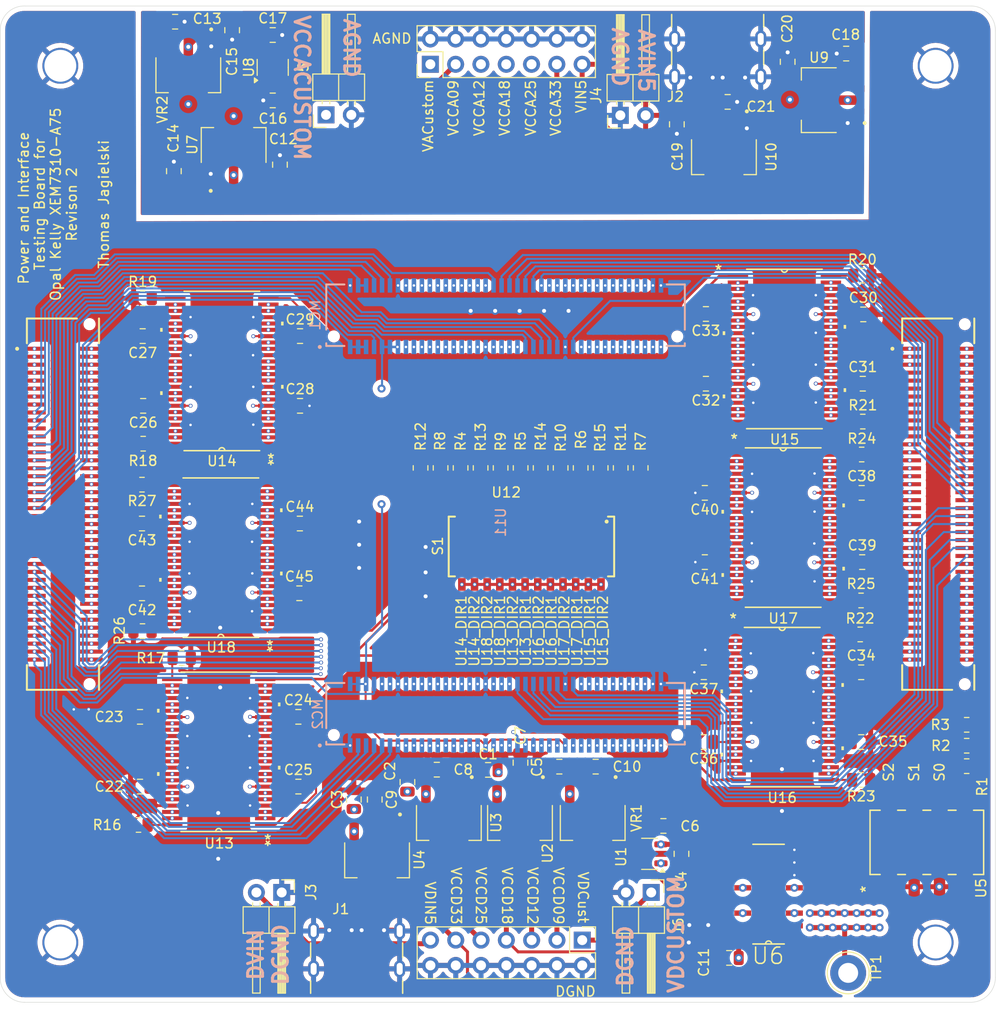
<source format=kicad_pcb>
(kicad_pcb (version 20240108) (generator "pcbnew") (generator_version "8.0")
  (layers (0 "F.Cu" signal) (1 "In1.Cu" signal) (2 "In2.Cu" signal) (31 "B.Cu" signal) (34 "B.Paste" user) (35 "F.Paste" user) (36 "B.SilkS" user "B.Silkscreen") (37 "F.SilkS" user "F.Silkscreen") (38 "B.Mask" user) (39 "F.Mask" user) (44 "Edge.Cuts" user))
  (net 0 "")
  (net 1 "VCCD18")
  (net 2 "VCCD25")
  (net 3 "VCCD33")
  (net 4 "MC2_72")
  (net 5 "MC1_60")
  (net 6 "V_Level_Shift")
  (net 7 "VCCD09")
  (net 8 "VCCD12")
  (net 9 "FPGA_TDO")
  (net 10 "MC2_20")
  (net 11 "MC2_16")
  (net 12 "FPGA_33VDD")
  (net 13 "MC2_12")
  (net 14 "FPGA_TCK")
  (net 16 "SYS_CLK_MC2")
  (net 17 "SYS_CLK_MC1")
  (net 18 "MC2_24")
  (net 19 "FPGA_TMS")
  (net 20 "MC2_30")
  (net 21 "MC1_45")
  (net 22 "MC2_26")
  (net 23 "MC2_37")
  (net 24 "MC1_49")
  (net 25 "MC2_50")
  (net 26 "MC2_32")
  (net 27 "MC1_50")
  (net 28 "FPGA_TDI")
  (net 29 "MC2_75")
  (net 30 "MC2_70")
  (net 31 "MC2_64")
  (net 32 "MC1_16")
  (net 33 "MC1_24")
  (net 34 "AVIN5")
  (net 35 "MC1_28")
  (net 36 "MC1_42")
  (net 37 "MC2_18")
  (net 38 "VCCBATT")
  (net 39 "VCCA18")
  (net 40 "VCCA12")
  (net 42 "MC2_22")
  (net 43 "MC2_31")
  (net 44 "MC1_25")
  (net 45 "MC1_44")
  (net 46 "MC1_21")
  (net 47 "MC2_54")
  (net 48 "MC2_59")
  (net 49 "MC2_17")
  (net 50 "MC2_67")
  (net 51 "MC1_51")
  (net 52 "MC2_15")
  (net 53 "MC2_39")
  (net 54 "MC2_77")
  (net 55 "/digital_power_converters/S1")
  (net 56 "/digital_power_converters/S0")
  (net 57 "MC2_10")
  (net 58 "/digital_power_converters/S2")
  (net 59 "VCCA09")
  (net 62 "MC1_67")
  (net 63 "MC2_28")
  (net 64 "MC1_22")
  (net 65 "MC2_44")
  (net 66 "MC2_41")
  (net 67 "MC2_66")
  (net 68 "MC1_53")
  (net 69 "MC1_23")
  (net 70 "MC1_72")
  (net 71 "MC1_40")
  (net 72 "MC1_39")
  (net 74 "MC2_45")
  (net 75 "MC2_49")
  (net 76 "MC2_74")
  (net 77 "MC1_48")
  (net 78 "MC1_54")
  (net 79 "MC2_23")
  (net 80 "MC1_64")
  (net 81 "MC2_40")
  (net 82 "MC1_63")
  (net 83 "MC2_51")
  (net 84 "MC1_74")
  (net 85 "MC1_43")
  (net 86 "MC1_30")
  (net 87 "MC2_60")
  (net 88 "MC1_31")
  (net 89 "MC2_25")
  (net 90 "MC2_27")
  (net 91 "MC1_37")
  (net 92 "MC2_33")
  (net 93 "MC2_69")
  (net 94 "MC2_63")
  (net 95 "MC1_20")
  (net 96 "MC1_70")
  (net 97 "MC2_43")
  (net 98 "MC2_34")
  (net 99 "MC1_68")
  (net 100 "MC2_48")
  (net 101 "MC2_38")
  (net 102 "MC1_59")
  (net 103 "MC1_27")
  (net 104 "MC1_61")
  (net 105 "MC2_62")
  (net 106 "MC2_29")
  (net 107 "MC1_57")
  (net 108 "MC2_19")
  (net 109 "MC2_61")
  (net 110 "MC2_68")
  (net 111 "MC1_38")
  (net 112 "MC1_65")
  (net 113 "MC1_33")
  (net 115 "MC1_17")
  (net 116 "MC2_58")
  (net 117 "MC2_47")
  (net 118 "MC1_46")
  (net 119 "MC1_19")
  (net 120 "MC1_32")
  (net 121 "MC1_58")
  (net 122 "MC1_76")
  (net 123 "FPGA_VCDIN")
  (net 124 "MC2_52")
  (net 125 "MC1_66")
  (net 126 "MC1_47")
  (net 127 "MC1_71")
  (net 130 "XADC_VP")
  (net 131 "VCCA25")
  (net 133 "FPGA_10VDD")
  (net 135 "FPGA_18VDD")
  (net 136 "MC2_57")
  (net 137 "MC1_52")
  (net 138 "MC2_71")
  (net 139 "MC2_79")
  (net 140 "MC1_69")
  (net 141 "MC2_76")
  (net 142 "MC2_73")
  (net 143 "MC1_26")
  (net 144 "MC1_15")
  (net 145 "MC2_46")
  (net 146 "MC1_62")
  (net 147 "MC2_65")
  (net 148 "MC1_41")
  (net 149 "MC1_29")
  (net 150 "MC2_42")
  (net 151 "MC2_53")
  (net 152 "XADC_VN")
  (net 153 "VCCA33")
  (net 154 "MC1_18")
  (net 155 "MC1_34")
  (net 156 "MC2_21")
  (net 158 "VCCACUSTOM")
  (net 159 "VDCustom")
  (net 160 "DGND")
  (net 161 "DVIN5")
  (net 163 "MC1_77")
  (net 164 "MC1_79")
  (net 165 "MC1_75")
  (net 167 "MC1_73")
  (net 168 "/level_shifters/LS7_DIR1")
  (net 169 "/level_shifters/LS7_DIR2")
  (net 170 "/level_shifters/LS8_DIR1")
  (net 171 "/level_shifters/LS8_DIR2")
  (net 172 "/level_shifters/LS9_DIR1")
  (net 173 "/level_shifters/LS9_DIR2")
  (net 174 "/level_shifters/LS10_DIR1")
  (net 175 "/level_shifters/LS10_DIR2")
  (net 176 "/level_shifters/LS11_DIR1")
  (net 177 "/level_shifters/LS11_DIR2")
  (net 178 "/level_shifters/LS12_DIR1")
  (net 179 "/level_shifters/LS12_DIR2")
  (net 180 "AGND")
  (net 181 "Net-(U13-*1OE)")
  (net 182 "Net-(U13-*2OE)")
  (net 183 "Net-(U14-*1OE)")
  (net 184 "Net-(U14-*2OE)")
  (net 185 "Net-(U15-*1OE)")
  (net 186 "Net-(U15-*2OE)")
  (net 187 "Net-(U16-*1OE)")
  (net 188 "Net-(U16-*2OE)")
  (net 189 "Net-(U17-*1OE)")
  (net 190 "Net-(U17-*2OE)")
  (net 191 "Net-(U18-*1OE)")
  (net 192 "Net-(U18-*2OE)")
  (net 206 "MC2_31_PIN")
  (net 207 "MC2_19_PIN")
  (net 208 "MC2_37_PIN")
  (net 209 "MC2_29_PIN")
  (net 210 "MC2_33_PIN")
  (net 211 "MC2_43_PIN")
  (net 212 "MC2_41_PIN")
  (net 213 "MC2_23_PIN")
  (net 214 "MC2_39_PIN")
  (net 215 "MC2_47_PIN")
  (net 216 "MC2_45_PIN")
  (net 217 "MC2_25_PIN")
  (net 218 "MC2_21_PIN")
  (net 219 "MC2_27_PIN")
  (net 220 "MC2_15_PIN")
  (net 221 "MC2_17_PIN")
  (net 222 "MC1_26_PIN")
  (net 223 "MC1_15_PIN")
  (net 224 "MC1_34_PIN")
  (net 225 "MC1_30_PIN")
  (net 226 "MC1_18_PIN")
  (net 227 "MC1_24_PIN")
  (net 228 "MC1_25_PIN")
  (net 229 "MC1_19_PIN")
  (net 230 "MC1_32_PIN")
  (net 231 "MC1_23_PIN")
  (net 232 "MC1_20_PIN")
  (net 233 "MC1_16_PIN")
  (net 234 "MC1_22_PIN")
  (net 235 "MC1_21_PIN")
  (net 236 "MC1_17_PIN")
  (net 237 "MC1_28_PIN")
  (net 238 "MC1_68_PIN")
  (net 239 "MC1_66_PIN")
  (net 240 "MC1_60_PIN")
  (net 241 "MC1_50_PIN")
  (net 242 "MC1_52_PIN")
  (net 243 "MC1_58_PIN")
  (net 244 "MC1_75_PIN")
  (net 245 "MC1_74_PIN")
  (net 246 "MC1_54_PIN")
  (net 247 "MC1_70_PIN")
  (net 248 "MC1_64_PIN")
  (net 249 "MC1_77_PIN")
  (net 250 "MC1_72_PIN")
  (net 251 "MC1_62_PIN")
  (net 252 "MC1_79_PIN")
  (net 253 "MC1_76_PIN")
  (net 254 "MC2_59_PIN")
  (net 255 "MC2_76_PIN")
  (net 256 "MC2_71_PIN")
  (net 257 "MC2_77_PIN")
  (net 258 "MC2_57_PIN")
  (net 259 "MC2_69_PIN")
  (net 260 "MC2_79_PIN")
  (net 261 "MC2_67_PIN")
  (net 262 "MC2_51_PIN")
  (net 263 "MC2_49_PIN")
  (net 264 "MC2_61_PIN")
  (net 265 "MC2_63_PIN")
  (net 266 "MC2_75_PIN")
  (net 267 "MC2_73_PIN")
  (net 268 "MC2_53_PIN")
  (net 269 "MC2_65_PIN")
  (net 270 "MC1_67_PIN")
  (net 271 "MC2_68_PIN")
  (net 272 "MC1_61_PIN")
  (net 273 "MC2_60_PIN")
  (net 274 "MC2_72_PIN")
  (net 275 "MC1_65_PIN")
  (net 276 "MC1_71_PIN")
  (net 277 "MC1_63_PIN")
  (net 278 "MC2_66_PIN")
  (net 279 "MC1_73_PIN")
  (net 280 "MC2_70_PIN")
  (net 281 "MC2_64_PIN")
  (net 282 "MC1_69_PIN")
  (net 283 "MC2_62_PIN")
  (net 284 "MC1_59_PIN")
  (net 285 "MC2_74_PIN")
  (net 286 "MC1_37_PIN")
  (net 287 "MC1_31_PIN")
  (net 288 "MC1_29_PIN")
  (net 289 "MC1_39_PIN")
  (net 290 "MC1_33_PIN")
  (net 291 "MC2_10_PIN")
  (net 292 "MC2_26_PIN")
  (net 293 "MC2_20_PIN")
  (net 294 "MC2_22_PIN")
  (net 295 "MC1_27_PIN")
  (net 296 "MC1_43_PIN")
  (net 297 "MC1_41_PIN")
  (net 298 "MC2_16_PIN")
  (net 299 "MC2_24_PIN")
  (net 300 "MC2_12_PIN")
  (net 301 "MC2_18_PIN")
  (footprint "avlsi:DL48" (layer "F.Cu") (at 178.85 59.825)
    (property "Reference" "U15")
    (property "Value" "SN74LVC16T245DLR")
  )
  (footprint "Capacitor_SMD:C_0805_2012Metric" (layer "F.Cu") (at 168.5125 110.5 -90)
    (property "Reference" "C4")
    (property "Value" "1u")
  )
  (footprint "TestPoint:TestPoint_Loop_D3.80mm_Drill2.0mm" (layer "F.Cu") (at 185.25 122.45 90)
    (property "Reference" "TP1")
    (property "Value" "TestPoint")
  )
  (footprint "Resistor_SMD:R_0805_2012Metric" (layer "F.Cu") (at 114.4 88.145)
    (property "Reference" "R26")
    (property "Value" "10k")
  )
  (footprint "Capacitor_SMD:C_0805_2012Metric" (layer "F.Cu") (at 185.05 30.175 180)
    (property "Reference" "C18")
    (property "Value" "1u")
  )
  (footprint "avlsi:SOT230P700X180-4N" (layer "F.Cu") (at 145.158334 107.4 -90)
    (property "Reference" "U3")
    (property "Value" "TLV1117LV25DCYR")
  )
  (footprint "Capacitor_SMD:C_0805_2012Metric" (layer "F.Cu") (at 114.35 84.355 180)
    (property "Reference" "C42")
    (property "Value" "1u")
  )
  (footprint "Capacitor_SMD:C_0805_2012Metric" (layer "F.Cu") (at 114.35 77.345 180)
    (property "Reference" "C43")
    (property "Value" "0.1u")
  )
  (footprint "Capacitor_SMD:C_0805_2012Metric" (layer "F.Cu") (at 130.21725 65.5325)
    (property "Reference" "C28")
    (property "Value" "1u")
  )
  (footprint "Resistor_SMD:R_0805_2012Metric" (layer "F.Cu") (at 162.40909 71.7625 -90)
    (property "Reference" "R11")
    (property "Value" "4.7k")
  )
  (footprint "Connector_PinHeader_2.54mm:PinHeader_1x02_P2.54mm_Horizontal" (layer "F.Cu") (at 165.475 114.375 -90)
    (property "Reference" "J6")
    (property "Value" "Conn_01x02_Pin")
  )
  (footprint "Capacitor_SMD:C_0805_2012Metric" (layer "F.Cu") (at 173.3092 120.945)
    (property "Reference" "C11")
    (property "Value" "1u")
  )
  (footprint "avlsi:VREG_TLV1117LV12DCYR" (layer "F.Cu") (at 119 32.35 -90)
    (property "Reference" "VR2")
    (property "Value" "TLV1117LV12DCYR")
  )
  (footprint "Capacitor_SMD:C_0805_2012Metric" (layer "F.Cu") (at 170.85775 81.2175 180)
    (property "Reference" "C41")
    (property "Value" "0.1u")
  )
  (footprint "Capacitor_SMD:C_0805_2012Metric" (layer "F.Cu") (at 186.55775 99.2775)
    (property "Reference" "C35")
    (property "Value" "0.1u")
  )
  (footprint "Resistor_SMD:R_0805_2012Metric" (layer "F.Cu") (at 158.39091 71.7625 -90)
    (property "Reference" "R6")
    (property "Value" "4.7k")
  )
  (footprint "Capacitor_SMD:C_0805_2012Metric" (layer "F.Cu") (at 149.1 102.075 180)
    (property "Reference" "C1")
    (property "Value" "1u")
  )
  (footprint "avlsi_preferred_parts:416131160812" (layer "F.Cu") (at 153.45 79.65 180)
    (property "Reference" "S1")
    (property "Value" "416131160812")
  )
  (footprint "Resistor_SMD:R_0805_2012Metric" (layer "F.Cu") (at 156.38182 71.7625 -90)
    (property "Reference" "R10")
    (property "Value" "4.7k")
  )
  (footprint "Resistor_SMD:R_0805_2012Metric" (layer "F.Cu") (at 186.71725 67.1125 180)
    (property "Reference" "R21")
    (property "Value" "10k")
  )
  (footprint "Capacitor_SMD:C_0805_2012Metric" (layer "F.Cu") (at 130.05 103.75)
    (property "Reference" "C25")
    (property "Value" "0.1u")
  )
  (footprint "Capacitor_SMD:C_0805_2012Metric" (layer "F.Cu") (at 186.65775 81.2175)
    (property "Reference" "C39")
    (property "Value" "0.1u")
  )
  (footprint "Capacitor_SMD:C_0805_2012Metric" (layer "F.Cu") (at 170.96725 56.3125 180)
    (property "Reference" "C33")
    (property "Value" "0.1u")
  )
  (footprint "Capacitor_SMD:C_0805_2012Metric" (layer "F.Cu") (at 117.675 26.975)
    (property "Reference" "C13")
    (property "Value" "1u")
  )
  (footprint "Capacitor_SMD:C_0805_2012Metric" (layer "F.Cu") (at 173.15 35.025)
    (property "Reference" "C21")
    (property "Value" "1u")
  )
  (footprint "Resistor_SMD:R_0805_2012Metric" (layer "F.Cu") (at 197.15 101.7 180)
    (property "Reference" "R1")
    (property "Value" "4.7k")
  )
  (footprint "Resistor_SMD:R_0805_2012Metric" (layer "F.Cu") (at 144.32728 71.7625 -90)
    (property "Reference" "R8")
    (property "Value" "4.7k")
  )
  (footprint "Capacitor_SMD:C_0805_2012Metric" (layer "F.Cu") (at 179.175 31 90)
    (property "Reference" "C20")
    (property "Value" "1u")
  )
  (footprint "Capacitor_SMD:C_0805_2012Metric" (layer "F.Cu") (at 186.55775 92.2775)
    (property "Reference" "C34")
    (property "Value" "1u")
  )
  (footprint "Resistor_SMD:R_0805_2012Metric" (layer "F.Cu") (at 186.45775 88.4775 180)
    (property "Reference" "R22")
    (property "Value" "10k")
  )
  (footprint "Resistor_SMD:R_0805_2012Metric" (layer "F.Cu") (at 154.37273 71.7625 -90)
    (property "Reference" "R14")
    (property "Value" "4.7k")
  )
  (footprint "Resistor_SMD:R_0805_2012Metric" (layer "F.Cu") (at 152.36364 71.7625 -90)
    (property "Reference" "R5")
    (property "Value" "4.7k")
  )
  (footprint "Resistor_SMD:R_0805_2012Metric" (layer "F.Cu") (at 114.35 73.445)
    (property "Reference" "R27")
    (property "Value" "10k")
  )
  (footprint "Capacitor_SMD:C_0805_2012Metric" (layer "F.Cu") (at 127.475 34.875 180)
    (property "Reference" "C16")
    (property "Value" "1u")
  )
  (footprint "Capacitor_SMD:C_0805_2012Metric" (layer "F.Cu") (at 159.9 101.75)
    (property "Reference" "C10")
    (property "Value" "1u")
  )
  (footprint "Capacitor_SMD:C_0805_2012Metric" (layer "F.Cu") (at 186.76725 56.3525)
    (property "Reference" "C30")
    (property "Value" "1u")
  )
  (footprint "Resistor_SMD:R_0805_2012Metric" (layer "F.Cu") (at 186.54525 85.0675 180)
    (property "Reference" "R25")
    (property "Value" "10k")
  )
  (footprint "Capacitor_SMD:C_0805_2012Metric" (layer "F.Cu") (at 170.75775 92.2775 180)
    (property "Reference" "C37")
    (property "Value" "0.1u")
  )
  (footprint "Capacitor_SMD:C_0805_2012Metric" (layer "F.Cu") (at 114.41725 58.5325 180)
    (property "Reference" "C27")
    (property "Value" "0.1u")
  )
  (footprint "Resistor_SMD:R_0805_2012Metric" (layer "F.Cu") (at 114 107.6)
    (property "Reference" "R16")
    (property "Value" "10k")
  )
  (footprint "Capacitor_SMD:C_0805_2012Metric" (layer "F.Cu") (at 127.475 28.3125)
    (property "Reference" "C17")
    (property "Value" "1u")
  )
  (footprint "Resistor_SMD:R_0805_2012Metric" (layer "F.Cu") (at 114.41725 54.7325)
    (property "Reference" "R19")
    (property "Value" "10k")
  )
  (footprint "Connector_PinHeader_2.54mm:PinHeader_1x02_P2.54mm_Horizontal" (layer "F.Cu") (at 128.375 114.375 -90)
    (property "Reference" "J3")
    (property "Value" "Conn_01x02_Pin")
  )
  (footprint "Resistor_SMD:R_0805_2012Metric" (layer "F.Cu") (at 186.66725 52.4625 180)
    (property "Reference" "R20")
    (property "Value" "10k")
  )
  (footprint "Capacitor_SMD:C_0805_2012Metric" (layer "F.Cu") (at 137.716666 105.05 90)
    (property "Reference" "C9")
    (property "Value" "1u")
  )
  (footprint "Capacitor_SMD:C_0805_2012Metric" (layer "F.Cu") (at 123.4 27.825 -90)
    (property "Reference" "C15")
    (property "Value" "1u")
  )
  (footprint "avlsi_preferred_parts:MOLEX_2171750001" (layer "F.Cu") (at 135.9 124.645)
    (property "Reference" "J1")
    (property "Value" "2171750001")
  )
  (footprint "Capacitor_SMD:C_0805_2012Metric" (layer "F.Cu") (at 114.46725 65.5325 180)
    (property "Reference" "C26")
    (property "Value" "1u")
  )
  (footprint "Resistor_SMD:R_0805_2012Metric" (layer "F.Cu") (at 118.3375 90.85 180)
    (property "Reference" "R17")
    (property "Value" "10k")
  )
  (footprint "Package_TO_SOT_SMD:SOT-23-5" (layer "F.Cu") (at 165.3125 110.5 180)
    (property "Reference" "U1")
    (property "Value" "TLV75709PDBV")
  )
  (footprint "Capacitor_SMD:C_0805_2012Metric" (layer "F.Cu") (at 170.85775 74.2675 180)
    (property "Reference" "C40")
    (property "Value" "1u")
  )
  (footprint "Capacitor_SMD:C_0805_2012Metric" (layer "F.Cu") (at 186.71725 63.3125)
    (property "Reference" "C31")
    (property "Value" "0.1u")
  )
  (footprint "Capacitor_SMD:C_0805_2012Metric" (layer "F.Cu") (at 141 103.3 90)
    (property "Reference" "C2")
    (property "Value" "1u")
  )
  (footprint "avlsi:SOT230P700X180-4N" (layer "F.Cu") (at 152.3 107.4 -90)
    (property "Reference" "U2")
    (property "Value" "TLV1117LV18DCYR")
  )
  (footprint "avlsi:VREG_TLV1117LV33DCYR" (layer "F.Cu") (at 137.95 111.15 -90)
    (property "Reference" "U4")
    (property "Value" "TLV1117LV33DCYR")
  )
  (footprint "Resistor_SMD:R_0805_2012Metric" (layer "F.Cu") (at 197.15 99.65 180)
    (property "Reference" "R2")
    (property "Value" "4.7k")
  )
  (footprint "Capacitor_SMD:C_0805_2012Metric" (layer "F.Cu") (at 143.95 102.05 180)
    (property "Reference" "C8")
    (property "Value" "1u")
  )
  (footprint "Resistor_SMD:R_0805_2012Metric" (layer "F.Cu") (at 197.15 97.55 180)
    (property "Reference" "R3")
    (property "Value" "4.7k")
  )
  (footprint "Resistor_SMD:R_0805_2012Metric" (layer "F.Cu") (at 148.34546 71.7625 -90)
    (property "Reference" "R13")
    (property "Value" "4.7k")
  )
  (footprint "Capacitor_SMD:C_0805_2012Metric" (layer "F.Cu") (at 117.55 41.975 90)
    (property "Reference" "C14")
    (property "Value" "1u")
  )
  (footprint "avlsi_preferred_parts:MOLEX_2171750001" (layer "F.Cu") (at 172.15 26.105 180)
    (property "Reference" "J2")
    (property "Value" "2171750001")
  )
  (footprint "avlsi:DL48" (layer "F.Cu") (at 178.725 77.75)
    (property "Reference" "U17")
    (property "Value" "SN74LVC16T245DLR")
  )
  (footprint "Capacitor_SMD:C_0805_2012Metric" (layer "F.Cu") (at 130.05 96.75)
    (property "Reference" "C24")
    (property "Value" "1u")
  )
  (footprint "Resistor_SMD:R_0805_2012Metric" (layer "F.Cu") (at 160.4 71.7625 -90)
    (property "Reference" "R15")
    (property "Value" "4.7k")
  )
  (footprint "Resistor_SMD:R_0805_2012Metric" (layer "F.Cu") (at 164.41819 71.7625 -90)
    (property "Reference" "R7")
    (property "Value" "4.7k")
  )
  (footprint "Capacitor_SMD:C_0805_2012Metric" (layer "F.Cu") (at 170.96725 63.3125 180)
    (property "Reference" "C32")
    (property "Value" "1u")
  )
  (footprint "Capacitor_SMD:C_0805_2012Metric" (layer "F.Cu") (at 130.21725 58.5325)
    (property "Reference" "C29")
    (property "Value" "0.1u")
  )
  (footprint "avlsi_preferred_parts:power_board" (layer "F.Cu") (at 150.92 74.72)
    (property "Reference" "U12")
    (property "Value" "~")
    (fp_line (start -50.8 48.18) (end -50.8 -46.82) (stroke (width 0.05)) (layer "Edge.Cuts"))
    (fp_line (start -48.430267 50.68063) (end 46.569733 50.68063) (stroke (width 0.05)) (layer "Edge.Cuts"))
    (fp_line (start -48.3 -49.32) (end 46.7 -49.32) (stroke (width 0.05)) (layer "Edge.Cuts"))
    (fp_line (start 49.110205 48.178591) (end 49.110205 -46.821409) (stroke (width 0.05)) (layer "Edge.Cuts"))
    (fp_arc (start -50.8 -46.82) (mid -50.100013 -48.620013) (end -48.3 -49.32) (stroke (width 0.05)) (layer "Edge.Cuts"))
    (fp_arc (start -48.340267 50.68063) (mid -50.100383 49.951893) (end -50.8 48.18) (stroke (width 0.05)) (layer "Edge.Cuts"))
    (fp_arc (start 46.7 -49.32) (mid 48.420882 -48.568238) (end 49.110205 -46.821409) (stroke (width 0.05)) (layer "Edge.Cuts"))
    (fp_arc (start 49.110205 48.178591) (mid 48.367309 49.965051) (end 46.569733 50.68063) (stroke (width 0.05)) (layer "Edge.Cuts"))
  )
  (footprint "Capacitor_SMD:C_0805_2012Metric" (layer "F.Cu") (at 156.25 101.75 180)
    (property "Reference" "C5")
    (property "Value" "1u")
  )
  (footprint "Capacitor_SMD:C_0805_2012Metric" (layer "F.Cu") (at 170.75775 99.2775 180)
    (property "Reference" "C36")
    (property "Value" "1u")
  )
  (footprint "Capacitor_SMD:C_0805_2012Metric" (layer "F.Cu") (at 114.15 96.75 180)
    (property "Reference" "C23")
    (property "Value" "0.1u")
  )
  (footprint "avlsi:DL48" (layer "F.Cu") (at 178.625 95.775)
    (property "Reference" "U16")
    (property "Value" "SN74LVC16T245DLR")
  )
  (footprint "Resistor_SMD:R_0805_2012Metric" (layer "F.Cu") (at 114.46725 69.3325)
    (property "Reference" "R18")
    (property "Value" "10k")
  )
  (footprint "avlsi:DL48" (layer "F.Cu") (at 122.36725 62.0325 180)
    (property "Reference" "U14")
    (property "Value" "SN74LVC16T245DLR")
  )
  (footprint "ds:DS04-254-2-04BK-SMT_CUD" (layer "F.Cu") (at 193.15 109.35 90)
    (property "Reference" "U5")
    (property "Value" "DS04-254-2-04BK-SMT")
  )
  (footprint "Capacitor_SMD:C_0805_2012Metric" (layer "F.Cu") (at 130.2 77.345)
    (property "Reference" "C44")
    (property "Value" "1u")
  )
  (footprint "Resistor_SMD:R_0805_2012Metric" (layer "F.Cu") (at 186.55775 103.0775 180)
    (property "Reference" "R23")
    (property "Value" "10k")
  )
  (footprint "Capacitor_SMD:C_0805_2012Metric" (layer "F.Cu") (at 135.616666 105.05 90)
    (property "Reference" "C3")
    (property "Value" "1u")
  )
  (footprint "Capacitor_SMD:C_0805_2012Metric" (layer "F.Cu") (at 114.15 103.75 180)
    (property "Reference" "C22")
    (property "Value" "1u")
  )
  (footprint "avlsi:DL48" (layer "F.Cu") (at 122.05475 100.2625 180)
    (property "Reference" "U13")
    (property "Value" "SN74LVC16T245DLR")
  )
  (footprint "Capacitor_SMD:C_0805_2012Metric" (layer "F.Cu") (at 166.7 107.7)
    (property "Reference" "C6")
    (property "Value" "1u")
  )
  (footprint "Capacitor_SMD:C_0805_2012Metric" (layer "F.Cu") (at 152.35 101.35 90)
    (property "Reference" "C7")
    (property "Value" "1u")
  )
  (footprint "avlsi:VREG_TLV1117LV33DCYR" (layer "F.Cu") (at 172.775 40.575 -90)
    (property "Reference" "U10")
    (property "Value" "TLV1117LV33DCYR")
  )
  (footprint "Connector_PinHeader_2.54mm:PinHeader_1x02_P2.54mm_Horizontal" (layer "F.Cu") (at 132.825 36.325 90)
    (property "Reference" "J5")
    (property "Value" "Conn_01x02_Pin")
  )
  (footprint "Resistor_SMD:R_0805_2012Metric" (layer "F.Cu") (at 186.60775 70.4175 180)
    (property "Reference" "R24")
    (property "Value" "10k")
  )
  (footprint "Capacitor_SMD:C_0805_2012Metric" (layer "F.Cu") (at 168.05 37.275 -90)
    (property "Reference" "C19")
    (property "Value" "1u")
  )
  (footprint "Resistor_SMD:R_0805_2012Metric" (layer "F.Cu") (at 150.35455 71.7625 -90)
    (property "Reference" "R9")
    (property "Value" "4.7k")
  )
  (footprint "avlsi:DL48" (layer "F.Cu") (at 122.26725 80.7725 180)
    (property "Reference" "U18")
    (property "Value" "SN74LVC16T245DLR")
  )
  (footprint "Capacitor_SMD:C_0805_2012Metric" (layer "F.Cu") (at 186.60775 74.2675)
    (property "Reference" "C38")
    (property "Value" "1u")
  )
  (footprint "Resistor_SMD:R_0805_2012Metric" (layer "F.Cu") (at 146.33637 71.7625 -90)
    (property "Reference" "R4")
    (property "Value" "4.7k")
  )
  (footprint "Capacitor_SMD:C_0805_2012Metric" (layer "F.Cu") (at 130.15 84.345)
    (property "Reference" "C45")
    (property "Value" "0.1u")
  )
  (footprint "Package_TO_SOT_SMD:SOT-23-5" (layer "F.Cu") (at 127.475 31.5625 90)
    (property "Reference" "U8")
    (property "Value" "TLV75709PDBV")
  )
  (footprint "avlsi:SOT230P700X180-4N" (layer "F.Cu") (at 123.55 39.35 90)
    (property "Reference" "U7")
    (property "Value" "TLV1117LV18DCYR")
  )
  (footprint "Resistor_SMD:R_0805_2012Metric" (layer "F.Cu") (at 142.31819 71.7625 -90)
    (property "Reference" "R12")
    (property "Value" "4.7k")
  )
  (footprint "avlsi:SOT230P700X180-4N" (layer "F.Cu") (at 182.3 34.85 180)
    (property "Reference" "U9")
    (property "Value" "TLV1117LV25DCYR")
  )
  (footprint "74HC4051D_653:SOIC127P600X175-16N" (layer "F.Cu") (at 177.2592 114.545 180)
    (property "Reference" "U6")
    (property "Value" "74HC4051D_653")
  )
  (footprint "avlsi:VREG_TLV1117LV12DCYR" (layer "F.Cu") (at 159.6 107.4 -90)
    (property "Reference" "VR1")
    (property "Value" "TLV1117LV12DCYR")
  )
  (footprint "Capacitor_SMD:C_0805_2012Metric" (layer "F.Cu") (at 128.2 41.325 90)
    (property "Reference" "C12")
    (property "Value" "1u")
  )
  (footprint "Connector_PinHeader_2.54mm:PinHeader_1x02_P2.54mm_Horizontal" (layer "F.Cu") (at 162.375 36.375 90)
    (property "Reference" "J4")
    (property "Value" "Conn_01x02_Pin")
  )
  (footprint "avlsi:opal_kelly_XEM7310_header" (layer "B.Cu") (at 150.87 77.228685 -90)
    (property "Reference" "U11")
    (property "Value" "~")
  )
  (gr_text "DVIN" (at 126.65 123.35 90) (layer "B.SilkS") (effects (font (size 1.5 1.5) (thickness 0.3) (bold yes)) (justify left bottom)))
  (gr_text "AGND" (at 161.45 27.4 270) (layer "B.SilkS") (effects (font (size 1.5 1.5) (thickness 0.3) (bold yes)) (justify left bottom)))
  (gr_text "VCCACUSTOM" (at 129.525 26.15 270) (layer "B.SilkS") (effects (font (size 1.5 1.5) (thickness 0.3) (bold yes)) (justify left bottom)))
  (gr_text "AGND" (at 134.5 26.5 270) (layer "B.SilkS") (effects (font (size 1.5 1.5) (thickness 0.3) (bold yes)) (justify left bottom)))
  (gr_text "DGND" (at 163.75 124 90) (layer "B.SilkS") (effects (font (size 1.5 1.5) (thickness 0.3) (bold yes)) (justify left bottom)))
  (gr_text "DGND" (at 129.15 123.85 90) (layer "B.SilkS") (effects (font (size 1.5 1.5) (thickness 0.3) (bold yes)) (justify left bottom)))
  (gr_text "VDCUSTOM" (at 168.85 124.625 90) (layer "B.SilkS") (effects (font (size 1.5 1.5) (thickness 0.3) (bold yes)) (justify left bottom)))
  (gr_text "AVIN5" (at 164.1 27.55 270) (layer "B.SilkS") (effects (font (size 1.5 1.5) (thickness 0.3) (bold yes)) (justify left bottom)))
  (gr_text "AGND" (at 137.4 29.25 0) (layer "F.SilkS") (effects (font (size 1 1)) (justify left bottom)))
  (gr_text "VCCA25" (at 153.975 38.55 90) (layer "F.SilkS") (effects (font (size 1 1)) (justify left bottom)))
  (gr_text "VCCD12" (at 152.975 111.725 270) (layer "F.SilkS") (effects (font (size 1 1)) (justify left bottom)))
  (gr_text "U18_DIR2" (at 149.581818 91.8 90) (layer "F.SilkS") (effects (font (size 1 1)) (justify left bottom)))
  (gr_text "VCCD09" (at 155.575 111.725 270) (layer "F.SilkS") (effects (font (size 1 1)) (justify left bottom)))
  (gr_text "U15_DIR2" (at 161.199999 91.8 90) (layer "F.SilkS") (effects (font (size 1 1)) (justify left bottom)))
  (gr_text "VCCD33" (at 145.3 111.725 270) (layer "F.SilkS") (effects (font (size 1 1)) (justify left bottom)))
  (gr_text "VCCD18" (at 150.425 111.725 270) (layer "F.SilkS") (effects (font (size 1 1)) (justify left bottom)))
  (gr_text "VCCD25" (at 147.8 111.725 270) (layer "F.SilkS") (effects (font (size 1 1)) (justify left bottom)))
  (gr_text "DGND" (at 155.75 124.9 0) (layer "F.SilkS") (effects (font (size 1 1)) (justify left bottom)))
  (gr_text "U14_DIR2" (at 148.290909 91.8 90) (layer "F.SilkS") (effects (font (size 1 1)) (justify left bottom)))
  (gr_text "VCCA12" (at 148.8 38.55 90) (layer "F.SilkS") (effects (font (size 1 1)) (justify left bottom)))
  (gr_text "Power and Interface \nTesting Board for\nOpal Kelly XEM7310-A75\nRevison 2\n\nThomas Jagielski" (at 111.1 45.3 90) (layer "F.SilkS") (effects (font (size 1 1)) (justify bottom)))
  (gr_text "VIN5" (at 159.025 36.25 90) (layer "F.SilkS") (effects (font (size 1 1)) (justify left bottom)))
  (gr_text "U13_DIR1" (at 153.454545 91.8 90) (layer "F.SilkS") (effects (font (size 1 1)) (justify left bottom)))
  (gr_text "VACustom" (at 143.66 40.15 90) (layer "F.SilkS") (effects (font (size 1 1)) (justify left bottom)))
  (gr_text "S1" (at 192.45 103.35 90) (layer "F.SilkS") (effects (font (size 1 1)) (justify left bottom)))
  (gr_text "VCCA33" (at 156.475 38.55 90) (layer "F.SilkS") (effects (font (size 1 1)) (justify left bottom)))
  (gr_text "VCCA09" (at 146.2 38.55 90) (layer "F.SilkS") (effects (font (size 1 1)) (justify left bottom)))
  (gr_text "U16_DIR2" (at 154.745454 91.8 90) (layer "F.SilkS") (effects (font (size 1 1)) (justify left bottom)))
  (gr_text "U16_DIR1" (at 156.036363 91.8 90) (layer "F.SilkS") (effects (font (size 1 1)) (justify left bottom)))
  (gr_text "VDIN5" (at 142.7 113.175 270) (layer "F.SilkS") (effects (font (size 1 1)) (justify left bottom)))
  (gr_text "S0" (at 195 103.35 90) (layer "F.SilkS") (effects (font (size 1 1)) (justify left bottom)))
  (gr_text "U17_DIR1" (at 158.618181 91.8 90) (layer "F.SilkS") (effects (font (size 1 1)) (justify left bottom)))
  (gr_text "VCCA18" (at 151.35 38.55 90) (layer "F.SilkS") (effects (font (size 1 1)) (justify left bottom)))
  (gr_text "U13_DIR2" (at 152.163636 91.8 90) (layer "F.SilkS") (effects (font (size 1 1)) (justify left bottom)))
  (gr_text "U18_DIR1" (at 150.872727 91.8 90) (layer "F.SilkS") (effects (font (size 1 1)) (justify left bottom)))
  (gr_text "U17_DIR2" (at 157.327272 91.8 90) (layer "F.SilkS") (effects (font (size 1 1)) (justify left bottom)))
  (gr_text "S2" (at 189.9 103.35 90) (layer "F.SilkS") (effects (font (size 1 1)) (justify left bottom)))
  (gr_text "VDCust" (at 158.05 112.2 270) (layer "F.SilkS") (effects (font (size 1 1)) (justify left bottom)))
  (gr_text "U15_DIR1" (at 159.90909 91.8 90) (layer "F.SilkS") (effects (font (size 1 1)) (justify left bottom)))
  (gr_text "U14_DIR1" (at 147 91.8 90) (layer "F.SilkS") (effects (font (size 1 1)) (justify left bottom)))
  (segment (start 150.93 111.67) (end 152.3 110.3) (width 0.5) (layer "F.Cu") (net 1))
  (segment (start 170.11 120.34) (end 172.73 117.72) (width 0.3) (layer "F.Cu") (net 1))
  (segment (start 152.11 120.34) (end 170.11 120.34) (width 0.3) (layer "F.Cu") (net 1))
  (segment (start 152.3 110.3) (end 152.3 104.5) (width 0.5) (layer "F.Cu") (net 1))
  (segment (start 152.3 104.5) (end 152.3 102.35) (width 0.5) (layer "F.Cu") (net 1))
  (segment (start 152.3 102.35) (end 152.35 102.3) (width 0.5) (layer "F.Cu") (net 1))
  (segment (start 172.73 117.72) (end 174.6684 117.72) (width 0.3) (layer "F.Cu") (net 1))
  (segment (start 150.93 119.16) (end 150.93 111.67) (width 0.5) (layer "F.Cu") (net 1))
  (segment (start 150.93 119.16) (end 152.11 120.34) (width 0.3) (layer "F.Cu") (net 1))
  (segment (start 145.158334 104.5) (end 145.158334 102.308334) (width 0.5) (layer "F.Cu") (net 2))
  (segment (start 145.158334 115.928334) (end 148.39 119.16) (width 0.5) (layer "F.Cu") (net 2))
  (segment (start 145.158334 110.3) (end 145.158334 115.928334) (width 0.5) (layer "F.Cu") (net 2))
  (segment (start 145.158334 102.308334) (end 144.9 102.05) (width 0.5) (layer "F.Cu") (net 2))
  (segment (start 145.158334 110.3) (end 145.158334 104.5) (width 0.5) (layer "F.Cu") (net 2))
  (via (at 174.6684 113.91) (size 0.8) (drill 0.4) (layers "F.Cu" "B.Cu") (net 2))
  (segment (start 127.075 65.525) (end 129.25975 65.525) (width 0.2) (layer "F.Cu") (net 3))
  (segment (start 152.8 83.46) (end 154.05 83.46) (width 0.3) (layer "F.Cu") (net 3))
  (segment (start 126.742 96.75) (end 126.722 96.77) (width 0.2) (layer "F.Cu") (net 3))
  (segment (start 171.92225 63.3175) (end 171.91725 63.3125) (width 0.2) (layer "F.Cu") (net 3))
  (segment (start 129.25975 65.525) (end 129.26725 65.5325) (width 0.2) (layer "F.Cu") (net 3))
  (segment (start 159.15 83.46) (end 160.435 83.46) (width 0.3) (layer "F.Cu") (net 3))
  (segment (start 129.25 77.345) (end 126.9995 77.345) (width 0.2) (layer "F.Cu") (net 3))
  (segment (start 146.465 83.46) (end 146.54 83.46) (width 0.3) (layer "F.Cu") (net 3))
  (segment (start 125.43 77.28) (end 125.425 77.275) (width 0.2) (layer "F.Cu") (net 3))
  (segment (start 127.0345 58.54) (end 127.05 58.54) (width 0.2) (layer "F.Cu") (net 3))
  (segment (start 126.9345 84.265) (end 125.435 84.265) (width 0.2) (layer "F.Cu") (net 3))
  (segment (start 127.0345 65.525) (end 125.5 65.525) (width 0.2) (layer "F.Cu") (net 3))
  (segment (start 174.18275 63.3175) (end 171.92225 63.3175) (width 0.2) (layer "F.Cu") (net 3))
  (segment (start 173.94775 99.2775) (end 173.95775 99.2675) (width 0.2) (layer "F.Cu") (net 3))
  (segment (start 126.9995 77.345) (end 126.9345 77.28) (width 0.2) (layer "F.Cu") (net 3))
  (segment (start 129.095 103.755) (end 129.1 103.75) (width 0.2) (layer "F.Cu") (net 3))
  (segment (start 126.722 96.77) (end 125.22 96.77) (width 0.2) (layer "F.Cu") (net 3))
  (segment (start 125.22 96.77) (end 125.2 96.75) (width 0.2) (layer "F.Cu") (net 3))
  (segment (start 174.04775 74.2675) (end 174.05775 74.2575) (width 0.2) (layer "F.Cu") (net 3))
  (segment (start 137.95 106.233334) (end 137.716666 106) (width 0.5) (layer "F.Cu") (net 3))
  (segment (start 173.95775 92.2825) (end 175.4675 92.2825) (width 0.2) (layer "F.Cu") (net 3))
  (segment (start 146.56 83.46) (end 147.75 83.46) (width 0.3) (layer "F.Cu") (net 3))
  (segment (start 175.7175 63.3175) (end 175.725 63.325) (width 0.2) (layer "F.Cu") (net 3))
  (segment (start 175.5925 74.2575) (end 175.6 74.25) (width 0.2) (layer "F.Cu") (net 3))
  (segment (start 173.95775 99.2675) (end 175.6075 99.2675) (width 0.2) (layer "F.Cu") (net 3))
  (segment (start 175.54 123.3) (end 179.85 118.99) (width 0.3) (layer "F.Cu") (net 3))
  (segment (start 126.9345 77.28) (end 125.43 77.28) (width 0.2) (layer "F.Cu") (net 3))
  (segment (start 175.7175 56.3325) (end 175.725 56.325) (width 0.2) (layer "F.Cu") (net 3))
  (segment (start 126.9345 84.265) (end 129.12 84.265) (width 0.2) (layer "F.Cu") (net 3))
  (segment (start 174.03275 81.2175) (end 174.05775 81.2425) (width 0.2) (layer "F.Cu") (net 3))
  (segment (start 155.35 83.46) (end 156.6 83.46) (width 0.3) (layer "F.Cu") (net 3))
  (segment (start 171.80775 81.2175) (end 174.03275 81.2175) (width 0.2) (layer "F.Cu") (net 3))
  (segment (start 126.722 103.755) (end 129.095 103.755) (width 0.2) (layer "F.Cu") (net 3))
  (segment (start 173.95275 92.2775) (end 173.95775 92.2825) (width 0.2) (layer "F.Cu") (net 3))
  (segment (start 175.4675 92.2825) (end 175.475 92.275) (width 0.2) (layer "F.Cu") (net 3))
  (segment (start 149 83.46) (end 150.25 83.46) (width 0.3) (layer "F.Cu") (net 3))
  (segment (start 145.85 119.16) (end 147.03 120.34) (width 0.3) (layer "F.Cu") (net 3))
  (segment (start 171.70775 99.2775) (end 173.94775 99.2775) (width 0.2) (layer "F.Cu") (net 3))
  (segment (start 137.95 114.05) (end 137.95 108.25) (width 0.5) (layer "F.Cu") (net 3))
  (segment (start 150.25 83.46) (end 151.55 83.46) (width 0.3) (layer "F.Cu") (net 3))
  (segment (start 147.75 83.46) (end 149 83.46) (width 0.3) (layer "F.Cu") (net 3))
  (segment (start 146.55 83.45) (end 146.56 83.46) (width 0.3) (layer "F.Cu") (net 3))
  (segment (start 174.18275 56.3325) (end 175.7175 56.3325) (width 0.2) (layer "F.Cu") (net 3))
  (segment (start 175.6075 99.2675) (end 175.625 99.25) (width 0.2) (layer "F.Cu") (net 3))
  (segment (start 129.25975 58.54) (end 129.26725 58.5325) (width 0.2) (layer "F.Cu") (net 3))
  (segment (start 174.18275 63.3175) (end 175.7175 63.3175) (width 0.2) (layer "F.Cu") (net 3))
  (segment (start 129.1 96.75) (end 126.742 96.75) (width 0.2) (layer "F.Cu") (net 3))
  (segment (start 147.03 122.43) (end 147.9 123.3) (width 0.3) (layer "F.Cu") (net 3))
  (segment (start 147.9 123.3) (end 175.54 123.3) (width 0.3) (layer "F.Cu") (net 3))
  (segment (start 125.18 103.755) (end 125.175 103.75) (width 0.2) (layer "F.Cu") (net 3))
  (segment (start 137.95 114.05) (end 140.74 114.05) (width 0.5) (layer "F.Cu") (net 3))
  (segment (start 174.16275 56.3125) (end 174.18275 56.3325) (width 0.2) (layer "F.Cu") (net 3))
  (segment (start 146.54 83.46) (end 146.55 83.45) (width 0.3) (layer "F.Cu") (net 3))
  (segment (start 127.0345 58.54) (end 125.535 58.54) (width 0.2) (layer "F.Cu") (net 3))
  (segment (start 125.435 84.265) (end 125.425 84.275) (width 0.2) (layer "F.Cu") (net 3))
  (segment (start 125.535 58.54) (end 125.525 58.55) (width 0.2) (layer "F.Cu") (net 3))
  (segment (start 151.55 83.46) (end 152.8 83.46) (width 0.3) (layer "F.Cu") (net 3))
  (segment (start 175.5925 81.2425) (end 175.6 81.25) (width 0.2) (layer "F.Cu") (net 3))
  (segment (start 129.12 84.265) (end 129.2 84.345) (width 0.2) (layer "F.Cu") (net 3))
  (segment (start 127.0345 65.525) (end 127.075 65.525) (width 0.2) (layer "F.Cu") (net 3))
  (segment (start 156.6 83.46) (end 157.9 83.46) (width 0.3) (layer "F.Cu") (net 3))
  (segment (start 174.05775 74.2575) (end 175.5925 74.2575) (width 0.2) (layer "F.Cu") (net 3))
  (segment (start 140.74 114.05) (end 145.85 119.16) (width 0.5) (layer "F.Cu") (net 3))
  (segment (start 154.05 83.46) (end 155.35 83.46) (width 0.3) (layer "F.Cu") (net 3))
  (segment (start 171.80775 74.2675) (end 174.04775 74.2675) (width 0.2) (layer "F.Cu") (net 3))
  (segment (start 171.70775 92.2775) (end 173.95275 92.2775) (width 0.2) (layer "F.Cu") (net 3))
  (segment (start 174.05775 81.2425) (end 175.5925 81.2425) (width 0.2) (layer "F.Cu") (net 3))
  (segment (start 157.9 83.46) (end 159.15 83.46) (width 0.3) (layer "F.Cu") (net 3))
  (segment (start 137.95 108.25) (end 137.95 106.233334) (width 0.5) (layer "F.Cu") (net 3))
  (segment (start 126.722 103.755) (end 125.18 103.755) (width 0.2) (layer "F.Cu") (net 3))
  (segment (start 127.05 58.54) (end 129.25975 58.54) (width 0.2) (layer "F.Cu") (net 3))
  (segment (start 147.03 120.34) (end 147.03 122.43) (width 0.3) (layer "F.Cu") (net 3))
  (segment (start 171.91725 56.3125) (end 174.16275 56.3125) (width 0.2) (layer "F.Cu") (net 3))
  (via (at 175.725 56.325) (size 0.4) (drill 0.25) (layers "F.Cu" "B.Cu") (net 3))
  (via (at 125.2 96.75) (size 0.4) (drill 0.25) (layers "F.Cu" "B.Cu") (net 3))
  (via (at 125.425 77.275) (size 0.4) (drill 0.25) (layers "F.Cu" "B.Cu") (net 3))
  (via (at 146.465 83.46) (size 0.4) (drill 0.25) (layers "F.Cu" "B.Cu") (net 3))
  (via (at 125.425 84.275) (size 0.4) (drill 0.25) (layers "F.Cu" "B.Cu") (net 3))
  (via (at 175.625 99.25) (size 0.4) (drill 0.25) (layers "F.Cu" "B.Cu") (net 3))
  (via (at 149 83.46) (size 0.4) (drill 0.25) (layers "F.Cu" "B.Cu") (net 3))
  (via (at 147.75 83.46) (size 0.4) (drill 0.25) (layers "F.Cu" "B.Cu") (net 3))
  (via (at 154.05 83.46) (size 0.4) (drill 0.25) (layers "F.Cu" "B.Cu") (net 3))
  (via (at 125.525 58.55) (size 0.4) (drill 0.25) (layers "F.Cu" "B.Cu") (net 3))
  (via (at 152.8 83.46) (size 0.4) (drill 0.25) (layers "F.Cu" "B.Cu") (net 3))
  (via (at 150.25 83.46) (size 0.4) (drill 0.25) (layers "F.Cu" "B.Cu") (net 3))
  (via (at 159.15 83.46) (size 0.4) (drill 0.25) (layers "F.Cu" "B.Cu") (net 3))
  (via (at 175.475 92.275) (size 0.4) (drill 0.25) (layers "F.Cu" "B.Cu") (net 3))
  (via (at 125.175 103.75) (size 0.4) (drill 0.25) (layers "F.Cu" "B.Cu") (net 3))
  (via (at 175.6 74.25) (size 0.4) (drill 0.25) (layers "F.Cu" "B.Cu") (net 3))
  (via (at 156.6 83.46) (size 0.4) (drill 0.25) (layers "F.Cu" "B.Cu") (net 3))
  (via (at 157.9 83.46) (size 0.4) (drill 0.25) (layers "F.Cu" "B.Cu") (net 3))
  (via (at 175.725 63.325) (size 0.4) (drill 0.25) (layers "F.Cu" "B.Cu") (net 3))
  (via (at 160.435 83.46) (size 0.4) (drill 0.25) (layers "F.Cu" "B.Cu") (net 3))
  (via (at 151.55 83.46) (size 0.4) (drill 0.25) (layers "F.Cu" "B.Cu") (net 3))
  (via (at 175.6 81.25) (size 0.4) (drill 0.25) (layers "F.Cu" "B.Cu") (net 3))
  (via (at 155.35 83.46) (size 0.4) (drill 0.25) (layers "F.Cu" "B.Cu") (net 3))
  (via (at 125.5 65.525) (size 0.4) (drill 0.25) (layers "F.Cu" "B.Cu") (net 3))
  (via (at 163.25 93.45) (size 0.4) (drill 0.25) (layers "F.Cu" "B.Cu") (net 4))
  (via (at 174.05775 83.7825) (size 0.4) (drill 0.25) (layers "F.Cu" "B.Cu") (net 4))
  (via (at 158.45 53.45) (size 0.4) (drill 0.25) (layers "F.Cu" "B.Cu") (net 5))
  (via (at 174.18275 60.1425) (size 0.4) (drill 0.25) (layers "F.Cu" "B.Cu") (net 5))
  (segment (start 182.0175 63.3175) (end 182 63.3) (width 0.2) (layer "F.Cu") (net 6))
  (segment (start 182.55 117.9) (end 183.7 117.9) (width 0.5) (layer "F.Cu") (net 6))
  (segment (start 117.3875 96.77) (end 118.895 96.77) (width 0.2) (layer "F.Cu") (net 6))
  (segment (start 185.70775 81.2175) (end 183.41725 81.2175) (width 0.2) (layer "F.Cu") (net 6))
  (segment (start 183.51725 56.3325) (end 185.79725 56.3325) (width 0.2) (layer "F.Cu") (net 6))
  (segment (start 183.29225 99.2675) (end 181.7825 99.2675) (width 0.2) (layer "F.Cu") (net 6))
  (segment (start 119.12 77.28) (end 119.125 77.275) (width 0.2) (layer "F.Cu") (net 6))
  (segment (start 181.8575 81.2425) (end 181.85 81.25) (width 0.2) (layer "F.Cu") (net 6))
  (segment (start 117.3825 103.75) (end 117.3875 103.755) (width 0.2) (layer "F.Cu") (net 6))
  (segment (start 183.29225 92.2825) (end 185.60275 92.2825) (width 0.2) (layer "F.Cu") (net 6))
  (segment (start 183.30225 99.2775) (end 183.29225 99.2675) (width 0.2) (layer "F.Cu") (net 6))
  (segment (start 183.7 117.9) (end 184.9 117.9) (width 0.5) (layer "F.Cu") (net 6))
  (segment (start 187.25 117.9) (end 188.4 117.9) (width 0.5) (layer "F.Cu") (net 6))
  (segment (start 117.07 77.28) (end 117.005 77.345) (width 0.2) (layer "F.Cu") (net 6))
  (segment (start 117.6 77.28) (end 119.12 77.28) (width 0.2) (layer "F.Cu") (net 6))
  (segment (start 117.6 84.265) (end 119.115 84.265) (width 0.2) (layer "F.Cu") (net 6))
  (segment (start 186.1 116.45) (end 187.25 116.45) (width 0.5) (layer "F.Cu") (net 6))
  (segment (start 117.7 58.54) (end 119.215 58.54) (width 0.2) (layer "F.Cu") (net 6))
  (segment (start 115.1 103.75) (end 117.3825 103.75) (width 0.2) (layer "F.Cu") (net 6))
  (segment (start 184.9 117.9) (end 186.1 117.9) (width 0.5) (layer "F.Cu") (net 6))
  (segment (start 119.215 58.54) (end 119.225 58.55) (width 0.2) (layer "F.Cu") (net 6))
  (segment (start 181.7325 92.2825) (end 181.725 92.275) (width 0.2) (layer "F.Cu") (net 6))
  (segment (start 115.36725 58.5325) (end 117.6925 58.5325) (width 0.25) (layer "F.Cu") (net 6))
  (segment (start 115.39 84.265) (end 115.3 84.355) (width 0.2) (layer "F.Cu") (net 6))
  (segment (start 185.76725 63.3125) (end 183.52225 63.3125) (width 0.2) (layer "F.Cu") (net 6))
  (segment (start 182.55 116.45) (end 183.7 116.45) (width 0.5) (layer "F.Cu") (net 6))
  (segment (start 184.9 122.1) (end 185.25 122.45) (width 0.5) (layer "F.Cu") (net 6))
  (segment (start 185.60275 92.2825) (end 185.60775 92.2775) (width 0.2) (layer "F.Cu") (net 6))
  (segment (start 117.005 77.345) (end 115.3 77.345) (width 0.2) (layer "F.Cu") (net 6))
  (segment (start 183.7 116.45) (end 184.9 116.45) (width 0.5) (layer "F.Cu") (net 6))
  (segment (start 183.51725 63.3175) (end 182.0175 63.3175) (width 0.2) (layer "F.Cu") (net 6))
  (segment (start 118.895 96.77) (end 118.9 96.775) (width 0.2) (layer "F.Cu") (net 6))
  (segment (start 181.8825 74.2575) (end 181.875 74.25) (width 0.2) (layer "F.Cu") (net 6))
  (segment (start 119.115 84.265) (end 119.125 84.275) (width 0.2) (layer "F.Cu") (net 6))
  (segment (start 183.41725 81.2175) (end 183.39225 81.2425) (width 0.2) (layer "F.Cu") (net 6))
  (segment (start 185.65775 74.2675) (end 183.40225 74.2675) (width 0.2) (layer "F.Cu") (net 6))
  (segment (start 117.3675 96.75) (end 117.3875 96.77) (width 0.2) (layer "F.Cu") (net 6))
  (segment (start 183.29225 92.2825) (end 181.7325 92.2825) (width 0.2) (layer "F.Cu") (net 6))
  (segment (start 183.52225 63.3125) (end 183.51725 63.3175) (width 0.2) (layer "F.Cu") (net 6))
  (segment (start 118.895 103.755) (end 118.9 103.75) (width 0.2) (layer "F.Cu") (net 6))
  (segment (start 181.4 117.9) (end 182.55 117.9) (width 0.5) (layer "F.Cu") (net 6))
  (segment (start 115.42475 65.525) (end 115.41725 65.5325) (width 0.2) (layer "F.Cu") (net 6))
  (segment (start 117.6 77.28) (end 117.07 77.28) (width 0.2) (layer "F.Cu") (net 6))
  (segment (start 183.51725 56.3325) (end 182.0075 56.3325) (width 0.2) (layer "F.Cu") (net 6))
  (segment (start 181.4 116.45) (end 182.55 116.45) (width 0.5) (layer "F.Cu") (net 6))
  (segment (start 117.7 65.525) (end 119.225 65.525) (width 0.2) (layer "F.Cu") (net 6))
  (segment (start 183.39225 81.2425) (end 181.8575 81.2425) (width 0.2) (layer "F.Cu") (net 6))
  (segment (start 186.1 117.9) (end 187.25 117.9) (width 0.5) (layer "F.Cu") (net 6))
  (segment (start 117.3875 103.755) (end 118.895 103.755) (width 0.2) (layer "F.Cu") (net 6))
  (segment (start 184.9 116.45) (end 186.1 116.45) (width 0.5) (layer "F.Cu") (net 6))
  (segment (start 183.40225 74.2675) (end 183.39225 74.2575) (width 0.2) (layer "F.Cu") (net 6))
  (segment (start 117.7 65.525) (end 115.42475 65.525) (width 0.2) (layer "F.Cu") (net 6))
  (segment (start 115.1 96.75) (end 117.3675 96.75) (width 0.2) (layer "F.Cu") (net 6))
  (segment (start 185.60775 99.2775) (end 183.30225 99.2775) (width 0.2) (layer "F.Cu") (net 6))
  (segment (start 183.39225 74.2575) (end 181.8825 74.2575) (width 0.2) (layer "F.Cu") (net 6))
  (segment (start 187.25 116.45) (end 188.4 116.45) (width 0.5) (layer "F.Cu") (net 6))
  (segment (start 117.6 84.265) (end 115.39 84.265) (width 0.2) (layer "F.Cu") (net 6))
  (segment (start 185.79725 56.3325) (end 185.81725 56.3525) (width 0.2) (layer "F.Cu") (net 6))
  (segment (start 181.7825 99.2675) (end 181.775 99.275) (width 0.2) (layer "F.Cu") (net 6))
  (segment (start 182.0075 56.3325) (end 182 56.325) (width 0.2) (layer "F.Cu") (net 6))
  (segment (start 184.9 117.9) (end 184.9 122.1) (width 0.5) (layer "F.Cu") (net 6))
  (segment (start 117.6925 58.5325) (end 117.7 58.54) (width 0.25) (layer "F.Cu") (net 6))
  (via (at 181.4 117.9) (size 0.8) (drill 0.4) (layers "F.Cu" "B.Cu") (net 6))
  (via (at 186.1 117.9) (size 0.8) (drill 0.4) (layers "F.Cu" "B.Cu") (net 6))
  (via (at 188.4 117.9) (size 0.8) (drill 0.4) (layers "F.Cu" "B.Cu") (net 6))
  (via (at 119.125 84.275) (size 0.4) (drill 0.25) (layers "F.Cu" "B.Cu") (net 6))
  (via (at 182 63.3) (size 0.4) (drill 0.25) (layers "F.Cu" "B.Cu") (net 6))
  (via (at 186.1 116.45) (size 0.8) (drill 0.4) (layers "F.Cu" "B.Cu") (net 6))
  (via (at 118.9 103.75) (size 0.4) (drill 0.25) (layers "F.Cu" "B.Cu") (net 6))
  (via (at 179.85 116.45) (size 0.8) (drill 0.4) (layers "F.Cu" "B.Cu") (net 6))
  (via (at 181.85 81.25) (size 0.4) (drill 0.25) (layers "F.Cu" "B.Cu") (net 6))
  (via (at 181.875 74.25) (size 0.4) (drill 0.25) (layers "F.Cu" "B.Cu") (net 6))
  (via (at 181.4 116.45) (size 0.8) (drill 0.4) (layers "F.Cu" "B.Cu") (net 6))
  (via (at 119.125 77.275) (size 0.4) (drill 0.25) (layers "F.Cu" "B.Cu") (net 6))
  (via (at 119.225 65.525) (size 0.4) (drill 0.25) (layers "F.Cu" "B.Cu") (net 6))
  (via (at 184.9 116.45) (size 0.8) (drill 0.4) (layers "F.Cu" "B.Cu") (net 6))
  (via (at 187.25 116.45) (size 0.8) (drill 0.4) (layers "F.Cu" "B.Cu") (net 6))
  (via (at 188.4 116.45) (size 0.8) (drill 0.4) (layers "F.Cu" "B.Cu") (net 6))
  (via (at 183.7 116.45) (size 0.8) (drill 0.4) (layers "F.Cu" "B.Cu") (net 6))
  (via (at 182 56.325) (size 0.4) (drill 0.25) (layers "F.Cu" "B.Cu") (net 6))
  (via (at 118.9 96.775) (size 0.4) (drill 0.25) (layers "F.Cu" "B.Cu") (net 6))
  (via (at 181.775 99.275) (size 0.4) (drill 0.25) (layers "F.Cu" "B.Cu") (net 6))
  (via (at 182.55 116.45) (size 0.8) (drill 0.4) (layers "F.Cu" "B.Cu") (net 6))
  (via (at 187.25 117.9) (size 0.8) (drill 0.4) (layers "F.Cu" "B.Cu") (net 6))
  (via (at 182.55 117.9) (size 0.8) (drill 0.4) (layers "F.Cu" "B.Cu") (net 6))
  (via (at 181.725 92.275) (size 0.4) (drill 0.25) (layers "F.Cu" "B.Cu") (net 6))
  (via (at 183.7 117.9) (size 0.8) (drill 0.4) (layers "F.Cu" "B.Cu") (net 6))
  (via (at 119.225 58.55) (size 0.4) (drill 0.25) (layers "F.Cu" "B.Cu") (net 6))
  (via (at 184.9 117.9) (size 0.8) (drill 0.4) (layers "F.Cu" "B.Cu") (net 6))
  (segment (start 160.2 112.55) (end 163.075 112.55) (width 0.5) (layer "F.Cu") (net 7))
  (segment (start 174.6684 115.18) (end 168.68 115.18) (width 0.5) (layer "F.Cu") (net 7))
  (segment (start 164.175 111.45) (end 164.95 111.45) (width 0.5) (layer "F.Cu") (net 7))
  (segment (start 163.075 112.55) (end 164.175 111.45) (width 0.5) (layer "F.Cu") (net 7))
  (segment (start 164.95 111.45) (end 167.8 114.3) (width 0.5) (layer "F.Cu") (net 7))
  (segment (start 156.01 119.16) (end 156.01 116.74) (width 0.5) (layer "F.Cu") (net 7))
  (segment (start 156.01 116.74) (end 160.2 112.55) (width 0.5) (layer "F.Cu") (net 7))
  (segment (start 165.2675 108.1825) (end 165.75 107.7) (width 0.5) (layer "F.Cu") (net 7))
  (segment (start 164.175 111.45) (end 164.837499 111.45) (width 0.3) (layer "F.Cu") (net 7))
  (segment (start 165.2675 110.3575) (end 165.2675 108.1825) (width 0.5) (layer "F.Cu") (net 7))
  (segment (start 164.175 111.45) (end 165.2675 110.3575) (width 0.5) (layer "F.Cu") (net 7))
  (segment (start 168.68 115.18) (end 167.8 114.3) (width 0.5) (layer "F.Cu") (net 7))
  (segment (start 158.95 101.75) (end 158.95 103.85) (width 0.5) (layer "F.Cu") (net 8))
  (segment (start 159.6 110.3) (end 159.6 104.5) (width 0.5) (layer "F.Cu") (net 8))
  (segment (start 153.47 116.43) (end 159.6 110.3) (width 0.5) (layer "F.Cu") (net 8))
  (segment (start 153.47 119.16) (end 153.47 116.43) (width 0.5) (layer "F.Cu") (net 8))
  (segment (start 158.95 103.85) (end 159.6 104.5) (width 0.5) (layer "F.Cu") (net 8))
  (via (at 174.6684 116.45) (size 0.8) (drill 0.4) (layers "F.Cu" "B.Cu") (net 8))
  (via (at 103.549 87.001249) (size 0.4) (drill 0.25) (layers "F.Cu" "B.Cu") (net 9))
  (segment (start 131.4 92.835) (end 112.330047 92.835) (width 0.2) (layer "B.Cu") (net 9))
  (segment (start 112.330047 92.835) (end 109.848798 95.316249) (width 0.2) (layer "B.Cu") (net 9))
  (segment (start 109.848798 95.316249) (end 108.116249 95.316249) (width 0.2) (layer "B.Cu") (net 9))
  (segment (start 106.12 89.572249) (end 103.549 87.001249) (width 0.2) (layer "B.Cu") (net 9))
  (segment (start 108.116249 95.316249) (end 106.12 93.32) (width 0.2) (layer "B.Cu") (net 9))
  (segment (start 137.65 93.45) (end 137.65 94.37) (width 0.2) (layer "B.Cu") (net 9))
  (segment (start 137.57 94.45) (end 133.015 94.45) (width 0.2) (layer "B.Cu") (net 9))
  (segment (start 106.12 93.32) (end 106.12 89.572249) (width 0.2) (layer "B.Cu") (net 9))
  (segment (start 133.015 94.45) (end 131.4 92.835) (width 0.2) (layer "B.Cu") (net 9))
  (segment (start 137.65 94.37) (end 137.57 94.45) (width 0.2) (layer "B.Cu") (net 9))
  (via (at 126.9345 83.63) (size 0.4) (drill 0.25) (layers "F.Cu" "B.Cu") (net 10))
  (via (at 142.45 93.45) (size 0.4) (drill 0.25) (layers "F.Cu" "B.Cu") (net 10))
  (via (at 126.9345 85.535) (size 0.4) (drill 0.25) (layers "F.Cu" "B.Cu") (net 11))
  (via (at 140.85 93.45) (size 0.4) (drill 0.25) (layers "F.Cu" "B.Cu") (net 11))
  (segment (start 136.8 93.45) (end 136.8 97.5) (width 0.2) (layer "F.Cu") (net 12))
  (segment (start 156.85 99.622) (end 156.268 99.04) (width 0.2) (layer "F.Cu") (net 12))
  (segment (start 138.442 99.142) (end 148.37 99.142) (width 0.2) (layer "F.Cu") (net 12))
  (segment (start 149.432 99.04) (end 148.85 99.622) (width 0.2) (layer "F.Cu") (net 12))
  (segment (start 148.37 99.142) (end 148.85 99.622) (width 0.2) (layer "F.Cu") (net 12))
  (segment (start 136.8 97.5) (end 138.442 99.142) (width 0.2) (layer "F.Cu") (net 12))
  (segment (start 156.268 99.04) (end 149.432 99.04) (width 0.2) (layer "F.Cu") (net 12))
  (via (at 156.85 53.45) (size 0.4) (drill 0.25) (layers "F.Cu" "B.Cu") (net 12))
  (via (at 136.8 93.45) (size 0.4) (drill 0.25) (layers "F.Cu" "B.Cu") (net 12))
  (via (at 156.85 99.622) (size 0.4) (drill 0.25) (layers "F.Cu" "B.Cu") (net 12))
  (via (at 103.549 74.201249) (size 0.4) (drill 0.25) (layers "F.Cu" "B.Cu") (net 12))
  (via (at 148.85 53.45) (size 0.4) (drill 0.25) (layers "F.Cu" "B.Cu") (net 12))
  (via (at 138.4 63.8) (size 0.8) (drill 0.4) (layers "F.Cu" "B.Cu") (net 12))
  (via (at 140 59.622) (size 0.4) (drill 0.25) (layers "F.Cu" "B.Cu") (net 12))
  (via (at 138.4 75.4) (size 0.8) (drill 0.4) (layers "F.Cu" "B.Cu") (net 12))
  (via (at 148.85 99.622) (size 0.4) (drill 0.25) (layers "F.Cu" "B.Cu") (net 12))
  (segment (start 137.514219 58.028817) (end 135.148584 58.028817) (width 0.2) (layer "B.Cu") (net 12))
  (segment (start 138.45 58.964598) (end 137.514219 58.028817) (width 0.2) (layer "B.Cu") (net 12))
  (segment (start 131.244767 54.125) (end 113.198622 54.125) (width 0.2) (layer "B.Cu") (net 12))
  (segment (start 111.123622 56.2) (end 109.214657 56.2) (width 0.2) (layer "B.Cu") (net 12))
  (segment (start 108.036 57.378657) (end 108.036 70.758268) (width 0.2) (layer "B.Cu") (net 12))
  (segment (start 108.036 70.758268) (end 104.593019 74.201249) (width 0.2) (layer "B.Cu") (net 12))
  (segment (start 136.8 93.45) (end 136.85 93.45) (width 0.2) (layer "B.Cu") (net 12))
  (segment (start 138.45 63.75) (end 138.4 63.8) (width 0.2) (layer "B.Cu") (net 12))
  (segment (start 138.45 59.622) (end 138.45 63.75) (width 0.2) (layer "B.Cu") (net 12))
  (segment (start 135.25 93.45) (end 136.8 93.45) (width 0.2) (layer "B.Cu") (net 12))
  (segment (start 136.85 93.45) (end 136.85 89.273) (width 0.2) (layer "B.Cu") (net 12))
  (segment (start 138.45 75.45) (end 138.4 75.4) (width 0.2) (layer "B.Cu") (net 12))
  (segment (start 140 59.622) (end 140.05 59.622) (width 0.25) (layer "B.Cu") (net 12))
  (segment (start 136.85 89.273) (end 138.45 87.673) (width 0.2) (layer "B.Cu") (net 12))
  (segment (start 138.45 59.622) (end 138.45 58.964598) (width 0.2) (layer "B.Cu") (net 12))
  (segment (start 113.198622 54.125) (end 111.123622 56.2) (width 0.2) (layer "B.Cu") (net 12))
  (segment (start 104.593019 74.201249) (end 103.549 74.201249) (width 0.2) (layer "B.Cu") (net 12))
  (segment (start 135.148584 58.028817) (end 131.244767 54.125) (width 0.2) (layer "B.Cu") (net 12))
  (segment (start 109.214657 56.2) (end 108.036 57.378657) (width 0.2) (layer "B.Cu") (net 12))
  (segment (start 156.85 54.1185) (end 156.85 53.45) (width 0.16) (layer "B.Cu") (net 12))
  (segment (start 138.45 59.622) (end 140 59.622) (width 0.25) (layer "B.Cu") (net 12))
  (segment (start 138.45 87.673) (end 138.45 75.45) (width 0.2) (layer "B.Cu") (net 12))
  (via (at 139.25 93.45) (size 0.4) (drill 0.25) (layers "F.Cu" "B.Cu") (net 13))
  (via (at 126.9345 86.805) (size 0.4) (drill 0.25) (layers "F.Cu" "B.Cu") (net 13))
  (via (at 103.549 88.601249) (size 0.4) (drill 0.25) (layers "F.Cu" "B.Cu") (net 14))
  (segment (start 136.85 99.622) (end 136.85 100.3305) (width 0.2) (layer "B.Cu") (net 14))
  (segment (start 129.3905 107.79) (end 117.031275 107.79) (width 0.2) (layer "B.Cu") (net 14))
  (segment (start 105.74 96.498726) (end 105.36 96.118726) (width 0.2) (layer "B.Cu") (net 14))
  (segment (start 105.36 90.412249) (end 103.549 88.601249) (width 0.2) (layer "B.Cu") (net 14))
  (segment (start 136.85 100.3305) (end 129.3905 107.79) (width 0.2) (layer "B.Cu") (net 14))
  (segment (start 107.9925 98.751225) (end 105.74 96.498726) (width 0.2) (layer "B.Cu") (net 14))
  (segment (start 117.031275 107.79) (end 107.9925 98.751225) (width 0.2) (layer "B.Cu") (net 14))
  (segment (start 105.36 96.118726) (end 105.36 90.412249) (width 0.2) (layer "B.Cu") (net 14))
  (via (at 103.549 91.001249) (size 0.4) (drill 0.25) (layers "F.Cu" "B.Cu") (net 16))
  (segment (start 139.25 99.622) (end 139.25 100.542) (width 0.2) (layer "B.Cu") (net 16))
  (segment (start 103.549 91.529) (end 103.549 91.001249) (width 0.2) (layer "B.Cu") (net 16))
  (segment (start 130.862 108.93) (end 116.559068 108.93) (width 0.2) (layer "B.Cu") (net 16))
  (segment (start 104.22 92.2) (end 103.549 91.529) (width 0.2) (layer "B.Cu") (net 16))
  (segment (start 116.559068 108.93) (end 104.22 96.590932) (width 0.2) (layer "B.Cu") (net 16))
  (segment (start 139.25 100.542) (end 130.862 108.93) (width 0.2) (layer "B.Cu") (net 16))
  (segment (start 104.22 96.590932) (end 104.22 92.2) (width 0.2) (layer "B.Cu") (net 16))
  (via (at 103.549 68.601249) (size 0.4) (drill 0.25) (layers "F.Cu" "B.Cu") (net 17))
  (segment (start 112.09681 51.465) (end 136.3735 51.465) (width 0.2) (layer "B.Cu") (net 17))
  (segment (start 108.112843 53.54) (end 110.02181 53.54) (width 0.2) (layer "B.Cu") (net 17))
  (segment (start 104.4805 68.601249) (end 105.376 67.705749) (width 0.2) (layer "B.Cu") (net 17))
  (segment (start 105.376 56.276843) (end 108.112843 53.54) (width 0.2) (layer "B.Cu") (net 17))
  (segment (start 103.549 68.601249) (end 104.4805 68.601249) (width 0.2) (layer "B.Cu") (net 17))
  (segment (start 110.02181 53.54) (end 112.09681 51.465) (width 0.2) (layer "B.Cu") (net 17))
  (segment (start 136.3735 51.465) (end 137.65 52.7415) (width 0.2) (layer "B.Cu") (net 17))
  (segment (start 137.65 52.7415) (end 137.65 53.45) (width 0.2) (layer "B.Cu") (net 17))
  (segment (start 105.376 67.705749) (end 105.376 56.276843) (width 0.2) (layer "B.Cu") (net 17))
  (via (at 126.9345 81.725) (size 0.4) (drill 0.25) (layers "F.Cu" "B.Cu") (net 18))
  (via (at 144.05 93.45) (size 0.4) (drill 0.25) (layers "F.Cu" "B.Cu") (net 18))
  (via (at 103.549 89.401249) (size 0.4) (drill 0.25) (layers "F.Cu" "B.Cu") (net 19))
  (segment (start 137.65 99.622) (end 137.65 100.35) (width 0.2) (layer "B.Cu") (net 19))
  (segment (start 137.65 100.35) (end 129.83 108.17) (width 0.2) (layer "B.Cu") (net 19))
  (segment (start 116.873872 108.17) (end 104.98 96.276128) (width 0.2) (layer "B.Cu") (net 19))
  (segment (start 104.98 90.832249) (end 103.549 89.401249) (width 0.2) (layer "B.Cu") (net 19))
  (segment (start 129.83 108.17) (end 116.873872 108.17) (width 0.2) (layer "B.Cu") (net 19))
  (segment (start 104.98 96.276128) (end 104.98 90.832249) (width 0.2) (layer "B.Cu") (net 19))
  (via (at 132.302895 91.875154) (size 0.4) (drill 0.25) (layers "F.Cu" "B.Cu") (net 20))
  (via (at 146.45 93.45) (size 0.4) (drill 0.25) (layers "F.Cu" "B.Cu") (net 20))
  (via (at 103.549 85.401249) (size 0.4) (drill 0.25) (layers "F.Cu" "B.Cu") (net 20))
  (segment (start 132.302895 91.875154) (end 112.215089 91.875154) (width 0.2) (layer "B.Cu") (net 20))
  (segment (start 109.533994 94.556249) (end 108.631006 94.556249) (width 0.2) (layer "B.Cu") (net 20))
  (segment (start 106.896 88.748249) (end 103.549 85.401249) (width 0.2) (layer "B.Cu") (net 20))
  (segment (start 106.896 92.821243) (end 106.896 88.748249) (width 0.2) (layer "B.Cu") (net 20))
  (segment (start 108.631006 94.556249) (end 106.896 92.821243) (width 0.2) (layer "B.Cu") (net 20))
  (segment (start 112.215089 91.875154) (end 109.533994 94.556249) (width 0.2) (layer "B.Cu") (net 20))
  (via (at 103.549 73.401249) (size 0.4) (drill 0.25) (layers "F.Cu" "B.Cu") (net 21))
  (segment (start 131.496183 53.745) (end 135.4 57.648817) (width 0.2) (layer "B.Cu") (net 21))
  (segment (start 152.85 58.702) (end 152.85 59.622) (width 0.2) (layer "B.Cu") (net 21))
  (segment (start 109.057255 55.82) (end 110.96622 55.82) (width 0.2) (layer "B.Cu") (net 21))
  (segment (start 107.656 70.225749) (end 107.656 57.221255) (width 0.2) (layer "B.Cu") (net 21))
  (segment (start 113.04122 53.745) (end 131.496183 53.745) (width 0.2) (layer "B.Cu") (net 21))
  (segment (start 103.549 73.401249) (end 104.4805 73.401249) (width 0.2) (layer "B.Cu") (net 21))
  (segment (start 138.422804 58.4) (end 152.548 58.4) (width 0.2) (layer "B.Cu") (net 21))
  (segment (start 137.671621 57.648817) (end 138.422804 58.4) (width 0.2) (layer "B.Cu") (net 21))
  (segment (start 152.548 58.4) (end 152.85 58.702) (width 0.2) (layer "B.Cu") (net 21))
  (segment (start 110.96622 55.82) (end 113.04122 53.745) (width 0.2) (layer "B.Cu") (net 21))
  (segment (start 104.4805 73.401249) (end 107.656 70.225749) (width 0.2) (layer "B.Cu") (net 21))
  (segment (start 107.656 57.221255) (end 109.057255 55.82) (width 0.2) (layer "B.Cu") (net 21))
  (segment (start 135.4 57.648817) (end 137.671621 57.648817) (width 0.2) (layer "B.Cu") (net 21))
  (via (at 144.85 93.45) (size 0.4) (drill 0.25) (layers "F.Cu" "B.Cu") (net 22))
  (via (at 126.9345 81.09) (size 0.4) (drill 0.25) (layers "F.Cu" "B.Cu") (net 22))
  (via (at 126.722 98.04) (size 0.4) (drill 0.25) (layers "F.Cu" "B.Cu") (net 23))
  (via (at 149.65 99.6) (size 0.4) (drill 0.25) (layers "F.Cu" "B.Cu") (net 23))
  (via (at 103.549 71.801249) (size 0.4) (drill 0.25) (layers "F.Cu" "B.Cu") (net 24))
  (segment (start 135.8 56.888817) (end 131.896183 52.985) (width 0.2) (layer "B.Cu") (net 24))
  (segment (start 108.742451 55.06) (end 106.896 56.906451) (width 0.2) (layer "B.Cu") (net 24))
  (segment (start 131.896183 52.985) (end 112.726417 52.985) (width 0.2) (layer "B.Cu") (net 24))
  (segment (start 138.006219 56.888817) (end 135.8 56.888817) (width 0.2) (layer "B.Cu") (net 24))
  (segment (start 110.651416 55.06) (end 108.742451 55.06) (width 0.2) (layer "B.Cu") (net 24))
  (segment (start 154.45 59.622) (end 154.45 58.702) (width 0.2) (layer "B.Cu") (net 24))
  (segment (start 106.896 56.906451) (end 106.896 69.910945) (width 0.2) (layer "B.Cu") (net 24))
  (segment (start 105.005696 71.801249) (end 103.549 71.801249) (width 0.2) (layer "B.Cu") (net 24))
  (segment (start 153.368 57.62) (end 138.737402 57.62) (width 0.2) (layer "B.Cu") (net 24))
  (segment (start 112.726417 52.985) (end 111.155709 54.555708) (width 0.2) (layer "B.Cu") (net 24))
  (segment (start 106.896 69.910945) (end 105.005696 71.801249) (width 0.2) (layer "B.Cu") (net 24))
  (segment (start 154.45 58.702) (end 153.368 57.62) (width 0.2) (layer "B.Cu") (net 24))
  (segment (start 111.155709 54.555708) (end 110.651416 55.06) (width 0.2) (layer "B.Cu") (net 24))
  (segment (start 138.737402 57.62) (end 138.006219 56.888817) (width 0.2) (layer "B.Cu") (net 24))
  (via (at 197.156 78.201249) (size 0.4) (drill 0.25) (layers "F.Cu" "B.Cu") (net 25))
  (segment (start 155.84 95.76) (end 171.347794 95.76) (width 0.2) (layer "B.Cu") (net 25))
  (segment (start 194.847751 78.201249) (end 197.156 78.201249) (width 0.2) (layer "B.Cu") (net 25))
  (segment (start 193.049 95.151) (end 193.049 80) (width 0.2) (layer "B.Cu") (net 25))
  (segment (start 193.049 80) (end 194.847751 78.201249) (width 0.2) (layer "B.Cu") (net 25))
  (segment (start 154.45 94.37) (end 155.84 95.76) (width 0.2) (layer "B.Cu") (net 25))
  (segment (start 171.347794 95.76) (end 172.26 96.672206) (width 0.2) (layer "B.Cu") (net 25))
  (segment (start 184.1375 104.0625) (end 193.049 95.151) (width 0.2) (layer "B.Cu") (net 25))
  (segment (start 154.45 93.45) (end 154.45 94.37) (width 0.2) (layer "B.Cu") (net 25))
  (segment (start 172.26 96.672206) (end 172.26 103.035778) (width 0.2) (layer "B.Cu") (net 25))
  (segment (start 173.286722 104.0625) (end 184.1375 104.0625) (width 0.2) (layer "B.Cu") (net 25))
  (segment (start 172.26 103.035778) (end 173.286722 104.0625) (width 0.2) (layer "B.Cu") (net 25))
  (via (at 147.25 93.45) (size 0.4) (drill 0.25) (layers "F.Cu" "B.Cu") (net 26))
  (via (at 132.329848 91.295778) (size 0.4) (drill 0.25) (layers "F.Cu" "B.Cu") (net 26))
  (via (at 103.549 84.601249) (size 0.4) (drill 0.25) (layers "F.Cu" "B.Cu") (net 26))
  (segment (start 108.788408 94.176249) (end 108.306079 93.693921) (width 0.2) (layer "B.Cu") (net 26))
  (segment (start 108.306079 93.693921) (end 107.276 92.663842) (width 0.2) (layer "B.Cu") (net 26))
  (segment (start 112.257064 91.295778) (end 110.026421 93.526421) (width 0.2) (layer "B.Cu") (net 26))
  (segment (start 110.026421 93.526421) (end 109.376592 94.176249) (width 0.2) (layer "B.Cu") (net 26))
  (segment (start 107.276 92.663842) (end 107.276 88.328249) (width 0.2) (layer "B.Cu") (net 26))
  (segment (start 109.376592 94.176249) (end 108.788408 94.176249) (width 0.2) (layer "B.Cu") (net 26))
  (segment (start 107.276 88.328249) (end 103.549 84.601249) (width 0.2) (layer "B.Cu") (net 26))
  (segment (start 132.329848 91.295778) (end 112.257064 91.295778) (width 0.2) (layer "B.Cu") (net 26))
  (via (at 174.18275 63.9525) (size 0.4) (drill 0.25) (layers "F.Cu" "B.Cu") (net 27))
  (via (at 154.45 53.45) (size 0.4) (drill 0.25) (layers "F.Cu" "B.Cu") (net 27))
  (via (at 197.156 74.201249) (size 0.4) (drill 0.25) (layers "F.Cu" "B.Cu") (net 27))
  (segment (start 192.289 59.445024) (end 192.289 69.334249) (width 0.2) (layer "B.Cu") (net 27))
  (segment (start 154.45 53.45) (end 154.45 52.53) (width 0.2) (layer "B.Cu") (net 27))
  (segment (start 192.289 69.334249) (end 197.156 74.201249) (width 0.2) (layer "B.Cu") (net 27))
  (segment (start 185.141476 52.2975) (end 192.289 59.445024) (width 0.2) (layer "B.Cu") (net 27))
  (segment (start 154.45 52.53) (end 154.6825 52.2975) (width 0.2) (layer "B.Cu") (net 27))
  (segment (start 154.6825 52.2975) (end 185.141476 52.2975) (width 0.2) (layer "B.Cu") (net 27))
  (via (at 103.549 90.201249) (size 0.4) (drill 0.25) (layers "F.Cu" "B.Cu") (net 28))
  (segment (start 104.6 96.43353) (end 104.6 91.252249) (width 0.2) (layer "B.Cu") (net 28))
  (segment (start 130.2305 108.55) (end 116.71647 108.55) (width 0.2) (layer "B.Cu") (net 28))
  (segment (start 138.45 99.622) (end 138.45 100.3305) (width 0.2) (layer "B.Cu") (net 28))
  (segment (start 138.45 100.3305) (end 130.2305 108.55) (width 0.2) (layer "B.Cu") (net 28))
  (segment (start 104.6 91.252249) (end 103.549 90.201249) (width 0.2) (layer "B.Cu") (net 28))
  (segment (start 116.71647 108.55) (end 104.6 96.43353) (width 0.2) (layer "B.Cu") (net 28))
  (via (at 173.95775 95.4575) (size 0.4) (drill 0.25) (layers "F.Cu" "B.Cu") (net 29))
  (via (at 164.85 99.622) (size 0.4) (drill 0.25) (layers "F.Cu" "B.Cu") (net 29))
  (via (at 162.45 93.45) (size 0.4) (drill 0.25) (layers "F.Cu" "B.Cu") (net 30))
  (via (at 174.05775 82.5125) (size 0.4) (drill 0.25) (layers "F.Cu" "B.Cu") (net 30))
  (via (at 174.05775 79.9725) (size 0.4) (drill 0.25) (layers "F.Cu" "B.Cu") (net 31))
  (via (at 160.05 93.45) (size 0.4) (drill 0.25) (layers "F.Cu" "B.Cu") (net 31))
  (via (at 140.85 53.45) (size 0.4) (drill 0.25) (layers "F.Cu" "B.Cu") (net 32))
  (via (at 127.0345 55.365) (size 0.4) (drill 0.25) (layers "F.Cu" "B.Cu") (net 32))
  (via (at 144.05 53.45) (size 0.4) (drill 0.25) (layers "F.Cu" "B.Cu") (net 33))
  (via (at 127.0345 59.175) (size 0.4) (drill 0.25) (layers "F.Cu" "B.Cu") (net 33))
  (segment (start 185.2 32.55) (end 185.2 30.975) (width 0.5) (layer "F.Cu") (net 34))
  (segment (start 185.2 30.975) (end 186 30.175) (width 0.5) (layer "F.Cu") (net 34))
  (via (at 127.0345 61.08) (size 0.4) (drill 0.25) (layers "F.Cu" "B.Cu") (net 35))
  (via (at 145.65 53.45) (size 0.4) (drill 0.25) (layers "F.Cu" "B.Cu") (net 35))
  (via (at 197.156 71.001249) (size 0.4) (drill 0.25) (layers "F.Cu" "B.Cu") (net 36))
  (segment (start 153.0025 50.7775) (end 185.771084 50.7775) (width 0.2) (layer "B.Cu") (net 36))
  (segment (start 185.993682 51.000099) (end 193.809 58.815417) (width 0.2) (layer "B.Cu") (net 36))
  (segment (start 151.25 53.45) (end 151.25 52.53) (width 0.2) (layer "B.Cu") (net 36))
  (segment (start 151.25 52.53) (end 153.0025 50.7775) (width 0.2) (layer "B.Cu") (net 36))
  (segment (start 193.809 58.815417) (end 193.809 67.654249) (width 0.2) (layer "B.Cu") (net 36))
  (segment (start 185.771084 50.7775) (end 185.993682 51.000099) (width 0.2) (layer "B.Cu") (net 36))
  (segment (start 193.809 67.654249) (end 197.156 71.001249) (width 0.2) (layer "B.Cu") (net 36))
  (via (at 141.65 93.45) (size 0.4) (drill 0.25) (layers "F.Cu" "B.Cu") (net 37))
  (via (at 126.9345 84.9) (size 0.4) (drill 0.25) (layers "F.Cu" "B.Cu") (net 37))
  (via (at 103.549 87.801249) (size 0.4) (drill 0.25) (layers "F.Cu" "B.Cu") (net 38))
  (segment (start 117.188677 107.41) (end 108.389338 98.610662) (width 0.2) (layer "B.Cu") (net 38))
  (segment (start 108.389338 98.610662) (end 105.74 95.961324) (width 0.2) (layer "B.Cu") (net 38))
  (segment (start 129.182 107.41) (end 117.188677 107.41) (width 0.2) (layer "B.Cu") (net 38))
  (segment (start 105.74 95.961324) (end 105.74 89.992249) (width 0.2) (layer "B.Cu") (net 38))
  (segment (start 136.05 100.542) (end 129.182 107.41) (width 0.2) (layer "B.Cu") (net 38))
  (segment (start 136.05 99.622) (end 136.05 100.542) (width 0.2) (layer "B.Cu") (net 38))
  (segment (start 105.74 89.992249) (end 103.549 87.801249) (width 0.2) (layer "B.Cu") (net 38))
  (segment (start 123.55 42.375) (end 123.55 42.25) (width 0.5) (layer "F.Cu") (net 39))
  (segment (start 122.75 44.475) (end 123.55 43.675) (width 0.5) (layer "F.Cu") (net 39))
  (segment (start 117.55 42.925) (end 119.1 44.475) (width 0.5) (layer "F.Cu") (net 39))
  (segment (start 123.55 42.25) (end 123.55 36.45) (width 0.5) (layer "F.Cu") (net 39))
  (segment (start 119.1 44.475) (end 122.75 44.475) (width 0.5) (layer "F.Cu") (net 39))
  (segment (start 123.55 43.675) (end 123.55 42.375) (width 0.5) (layer "F.Cu") (net 39))
  (via (at 123.55 36.45) (size 0.8) (drill 0.4) (layers "F.Cu" "B.Cu") (net 39))
  (via (at 123.55 42.375) (size 0.8) (drill 0.4) (layers "F.Cu" "B.Cu") (net 39))
  (segment (start 119 29.45) (end 121.575 26.875) (width 0.5) (layer "F.Cu") (net 40))
  (segment (start 121.575 26.875) (end 123.4 26.875) (width 0.5) (layer "F.Cu") (net 40))
  (segment (start 119 29.5) (end 119 29.45) (width 0.5) (layer "F.Cu") (net 40))
  (via (at 119 35.25) (size 0.8) (drill 0.4) (layers "F.Cu" "B.Cu") (net 40))
  (via (at 119 29.5) (size 0.8) (drill 0.4) (layers "F.Cu" "B.Cu") (net 40))
  (via (at 126.9345 82.995) (size 0.4) (drill 0.25) (layers "F.Cu" "B.Cu") (net 42))
  (via (at 143.25 93.45) (size 0.4) (drill 0.25) (layers "F.Cu" "B.Cu") (net 42))
  (via (at 126.722 99.945) (size 0.4) (drill 0.25) (layers "F.Cu" "B.Cu") (net 43))
  (via (at 147.25 99.622) (size 0.4) (drill 0.25) (layers "F.Cu" "B.Cu") (net 43))
  (via (at 127.0345 68.7) (size 0.4) (drill 0.25) (layers "F.Cu" "B.Cu") (net 44))
  (via (at 144.85 59.622) (size 0.4) (drill 0.25) (layers "F.Cu" "B.Cu") (net 44))
  (via (at 197.156 71.801249) (size 0.4) (drill 0.25) (layers "F.Cu" "B.Cu") (net 45))
  (segment (start 153.4225 51.1575) (end 185.613682 51.1575) (width 0.2) (layer "B.Cu") (net 45))
  (segment (start 185.613682 51.1575) (end 193.429 58.972818) (width 0.2) (layer "B.Cu") (net 45))
  (segment (start 152.05 53.45) (end 152.05 52.53) (width 0.2) (layer "B.Cu") (net 45))
  (segment (start 152.05 52.53) (end 153.4225 51.1575) (width 0.2) (layer "B.Cu") (net 45))
  (segment (start 193.429 58.972818) (end 193.429 68.074249) (width 0.2) (layer "B.Cu") (net 45))
  (segment (start 193.429 68.074249) (end 197.156 71.801249) (width 0.2) (layer "B.Cu") (net 45))
  (via (at 143.25 59.622) (size 0.4) (drill 0.25) (layers "F.Cu" "B.Cu") (net 46))
  (via (at 127.0345 66.795) (size 0.4) (drill 0.25) (layers "F.Cu" "B.Cu") (net 46))
  (via (at 197.156 76.601249) (size 0.4) (drill 0.25) (layers "F.Cu" "B.Cu") (net 47))
  (segment (start 192.289 94.711) (end 192.289 78.357402) (width 0.2) (layer "B.Cu") (net 47))
  (segment (start 192.289 78.357402) (end 194.045153 76.601249) (width 0.2) (layer "B.Cu") (net 47))
  (segment (start 194.045153 76.601249) (end 197.156 76.601249) (width 0.2) (layer "B.Cu") (net 47))
  (segment (start 171.662598 95) (end 173.02 96.357402) (width 0.2) (layer "B.Cu") (net 47))
  (segment (start 183.6975 103.3025) (end 192.289 94.711) (width 0.2) (layer "B.Cu") (net 47))
  (segment (start 173.02 102.720975) (end 173.549512 103.250488) (width 0.2) (layer "B.Cu") (net 47))
  (segment (start 173.549512 103.250488) (end 173.601525 103.3025) (width 0.2) (layer "B.Cu") (net 47))
  (segment (start 173.601525 103.3025) (end 183.6975 103.3025) (width 0.2) (layer "B.Cu") (net 47))
  (segment (start 156.05 94.1585) (end 156.8915 95) (width 0.2) (layer "B.Cu") (net 47))
  (segment (start 173.02 96.357402) (end 173.02 97) (width 0.2) (layer "B.Cu") (net 47))
  (segment (start 156.8915 95) (end 171.6 95) (width 0.2) (layer "B.Cu") (net 47))
  (segment (start 171.6 95) (end 171.662598 95) (width 0.2) (layer "B.Cu") (net 47))
  (segment (start 173.02 97) (end 173.02 102.720975) (width 0.2) (layer "B.Cu") (net 47))
  (segment (start 156.05 93.45) (end 156.05 94.1585) (width 0.2) (layer "B.Cu") (net 47))
  (via (at 158.45 99.622) (size 0.4) (drill 0.25) (layers "F.Cu" "B.Cu") (net 48))
  (via (at 173.95775 98.6325) (size 0.4) (drill 0.25) (layers "F.Cu" "B.Cu") (net 48))
  (via (at 141.65 99.622) (size 0.4) (drill 0.25) (layers "F.Cu" "B.Cu") (net 49))
  (via (at 126.722 101.215) (size 0.4) (drill 0.25) (layers "F.Cu" "B.Cu") (net 49))
  (via (at 161.65 99.622) (size 0.4) (drill 0.25) (layers "F.Cu" "B.Cu") (net 50))
  (via (at 173.95775 91.6475) (size 0.4) (drill 0.25) (layers "F.Cu" "B.Cu") (net 50))
  (via (at 103.549 71.001249) (size 0.4) (drill 0.25) (layers "F.Cu" "B.Cu") (net 51))
  (segment (start 105.734772 70.534771) (end 106.516 69.753543) (width 0.2) (layer "B.Cu") (net 51))
  (segment (start 127 52.605) (end 112.569015 52.605) (width 0.2) (layer "B.Cu") (net 51))
  (segment (start 112.569015 52.605) (end 110.494015 54.68) (width 0.2) (layer "B.Cu") (net 51))
  (segment (start 153.788 57.24) (end 147.4 57.24) (width 0.2) (layer "B.Cu") (net 51))
  (segment (start 138.894804 57.24) (end 138.163621 56.508817) (width 0.2) (layer "B.Cu") (net 51))
  (segment (start 137 56.508817) (end 135.957402 56.508817) (width 0.2) (layer "B.Cu") (net 51))
  (segment (start 131.738781 52.605) (end 127 52.605) (width 0.2) (layer "B.Cu") (net 51))
  (segment (start 106.516 67.6) (end 106.516 61.8) (width 0.2) (layer "B.Cu") (net 51))
  (segment (start 147.4 57.24) (end 138.894804 57.24) (width 0.2) (layer "B.Cu") (net 51))
  (segment (start 155.25 58.702) (end 153.788 57.24) (width 0.2) (layer "B.Cu") (net 51))
  (segment (start 108.585049 54.68) (end 106.516 56.749049) (width 0.2) (layer "B.Cu") (net 51))
  (segment (start 155.25 59.622) (end 155.25 58.702) (width 0.2) (layer "B.Cu") (net 51))
  (segment (start 106.516 69.753543) (end 106.516 67.6) (width 0.2) (layer "B.Cu") (net 51))
  (segment (start 132.053585 52.605) (end 131.738781 52.605) (width 0.2) (layer "B.Cu") (net 51))
  (segment (start 135.957402 56.508817) (end 134.824292 55.375707) (width 0.2) (layer "B.Cu") (net 51))
  (segment (start 110.494015 54.68) (end 108.585049 54.68) (width 0.2) (layer "B.Cu") (net 51))
  (segment (start 106.516 56.749049) (end 106.516 61.8) (width 0.2) (layer "B.Cu") (net 51))
  (segment (start 105.268294 71.001249) (end 105.734772 70.534771) (width 0.2) (layer "B.Cu") (net 51))
  (segment (start 103.549 71.001249) (end 105.268294 71.001249) (width 0.2) (layer "B.Cu") (net 51))
  (segment (start 134.824292 55.375707) (end 132.053585 52.605) (width 0.2) (layer "B.Cu") (net 51))
  (segment (start 138.163621 56.508817) (end 137 56.508817) (width 0.2) (layer "B.Cu") (net 51))
  (via (at 126.722 100.58) (size 0.4) (drill 0.25) (layers "F.Cu" "B.Cu") (net 52))
  (via (at 140.85 99.622) (size 0.4) (drill 0.25) (layers "F.Cu" "B.Cu") (net 52))
  (via (at 126.722 97.405) (size 0.4) (drill 0.25) (layers "F.Cu" "B.Cu") (net 53))
  (via (at 150.45 99.6) (size 0.4) (drill 0.25) (layers "F.Cu" "B.Cu") (net 53))
  (via (at 173.95775 96.0925) (size 0.4) (drill 0.25) (layers "F.Cu" "B.Cu") (net 54))
  (via (at 165.65 99.622) (size 0.4) (drill 0.25) (layers "F.Cu" "B.Cu") (net 54))
  (segment (start 174.0842 111.37) (end 174.6684 111.37) (width 0.25) (layer "F.Cu") (net 55))
  (segment (start 174.6684 111.37) (end 173.87 111.37) (width 0.25) (layer "F.Cu") (net 55))
  (segment (start 191.88 106.831188) (end 191.88 104.8993) (width 0.25) (layer "F.Cu") (net 55))
  (segment (start 175.2401 110.7983) (end 187.912888 110.7983) (width 0.25) (layer "F.Cu") (net 55))
  (segment (start 174.6684 111.37) (end 175.2401 110.7983) (width 0.25) (layer "F.Cu") (net 55))
  (segment (start 191.88 104.8993) (end 191.88 104.0075) (width 0.25) (layer "F.Cu") (net 55))
  (segment (start 191.88 104.0075) (end 196.2375 99.65) (width 0.25) (layer "F.Cu") (net 55))
  (segment (start 187.912888 110.7983) (end 191.88 106.831188) (width 0.25) (layer "F.Cu") (net 55))
  (segment (start 174.6684 112.64) (end 177.41 112.64) (width 0.25) (layer "F.Cu") (net 56))
  (segment (start 187.251 112.0683) (end 177.9817 112.0683) (width 0.25) (layer "F.Cu") (net 56))
  (segment (start 174.6684 112.64) (end 174.2108 112.64) (width 0.25) (layer "F.Cu") (net 56))
  (segment (start 194.42 103.5175) (end 196.2375 101.7) (width 0.25) (layer "F.Cu") (net 56))
  (segment (start 194.42 104.8993) (end 194.42 103.5175) (width 0.25) (layer "F.Cu") (net 56))
  (segment (start 194.42 104.8993) (end 187.251 112.0683) (width 0.25) (layer "F.Cu") (net 56))
  (segment (start 177.41 112.64) (end 177.9817 112.0683) (width 0.25) (layer "F.Cu") (net 56))
  (via (at 138.45 93.45) (size 0.4) (drill 0.25) (layers "F.Cu" "B.Cu") (net 57))
  (via (at 126.9345 87.44) (size 0.4) (drill 0.25) (layers "F.Cu" "B.Cu") (net 57))
  (segment (start 188.953076 109.15) (end 189.34 108.763076) (width 0.25) (layer "F.Cu") (net 58))
  (segment (start 189.34 104.4475) (end 196.2375 97.55) (width 0.25) (layer "F.Cu") (net 58))
  (segment (start 189.34 108.763076) (end 189.34 104.8993) (width 0.25) (layer "F.Cu") (net 58))
  (segment (start 174.6684 110.1) (end 175.6184 109.15) (width 0.25) (layer "F.Cu") (net 58))
  (segment (start 175.6184 109.15) (end 188.953076 109.15) (width 0.25) (layer "F.Cu") (net 58))
  (segment (start 129.975 37.25) (end 131.025 38.3) (width 0.5) (layer "F.Cu") (net 59))
  (segment (start 126.525 30.425) (end 127.7075 31.6075) (width 0.5) (layer "F.Cu") (net 59))
  (segment (start 138.79 38.3) (end 145.84 31.25) (width 0.5) (layer "F.Cu") (net 59))
  (segment (start 131.025 38.3) (end 138.79 38.3) (width 0.5) (layer "F.Cu") (net 59))
  (segment (start 126.525 28.3125) (end 126.525 30.425) (width 0.5) (layer "F.Cu") (net 59))
  (segment (start 128.8194 31.6075) (end 129.975 32.7631) (width 0.5) (layer "F.Cu") (net 59))
  (segment (start 129.975 32.7631) (end 129.975 37.25) (width 0.5) (layer "F.Cu") (net 59))
  (segment (start 127.7075 31.6075) (end 128.8194 31.6075) (width 0.5) (layer "F.Cu") (net 59))
  (via (at 174.05775 73.6225) (size 0.4) (drill 0.25) (layers "F.Cu" "B.Cu") (net 62))
  (via (at 161.65 59.622) (size 0.4) (drill 0.25) (layers "F.Cu" "B.Cu") (net 62))
  (via (at 132.28945 92.455) (size 0.4) (drill 0.25) (layers "F.Cu" "B.Cu") (net 63))
  (via (at 145.65 93.45) (size 0.4) (drill 0.25) (layers "F.Cu" "B.Cu") (net 63))
  (via (at 103.549 86.201249) (size 0.4) (drill 0.25) (layers "F.Cu" "B.Cu") (net 63))
  (segment (start 106.5 92.962645) (end 106.5 89.152249) (width 0.2) (layer "B.Cu") (net 63))
  (segment (start 108.473604 94.936249) (end 106.5 92.962645) (width 0.2) (layer "B.Cu") (net 63))
  (segment (start 109.691396 94.936249) (end 108.473604 94.936249) (width 0.2) (layer "B.Cu") (net 63))
  (segment (start 112.172645 92.455) (end 109.691396 94.936249) (width 0.2) (layer "B.Cu") (net 63))
  (segment (start 106.5 89.152249) (end 103.549 86.201249) (width 0.2) (layer "B.Cu") (net 63))
  (segment (start 132.28945 92.455) (end 112.172645 92.455) (width 0.2) (layer "B.Cu") (net 63))
  (via (at 127.0345 57.905) (size 0.4) (drill 0.25) (layers "F.Cu" "B.Cu") (net 64))
  (via (at 143.25 53.45) (size 0.4) (drill 0.25) (layers "F.Cu" "B.Cu") (net 64))
  (via (at 197.156 80.601249) (size 0.4) (drill 0.25) (layers "F.Cu" "B.Cu") (net 65))
  (segment (start 184.609706 105.2025) (end 194.189 95.623206) (width 0.2) (layer "B.Cu") (net 65))
  (segment (start 194.189 95.623206) (end 194.189 83.568249) (width 0.2) (layer "B.Cu") (net 65))
  (segment (start 152.05 93.45) (end 152.05 94.37) (width 0.2) (layer "B.Cu") (net 65))
  (segment (start 171.12 97.8) (end 171.12 103.507984) (width 0.2) (layer "B.Cu") (net 65))
  (segment (start 154.66 96.98) (end 170.3 96.98) (width 0.2) (layer "B.Cu") (net 65))
  (segment (start 194.189 83.568249) (end 197.156 80.601249) (width 0.2) (layer "B.Cu") (net 65))
  (segment (start 170.3 96.98) (end 171.12 97.8) (width 0.2) (layer "B.Cu") (net 65))
  (segment (start 172.814516 105.2025) (end 184.609706 105.2025) (width 0.2) (layer "B.Cu") (net 65))
  (segment (start 171.12 103.507984) (end 172.814516 105.2025) (width 0.2) (layer "B.Cu") (net 65))
  (segment (start 152.05 94.37) (end 154.66 96.98) (width 0.2) (layer "B.Cu") (net 65))
  (via (at 151.25 99.622) (size 0.4) (drill 0.25) (layers "F.Cu" "B.Cu") (net 66))
  (via (at 126.722 96.135) (size 0.4) (drill 0.25) (layers "F.Cu" "B.Cu") (net 66))
  (via (at 174.05775 80.6075) (size 0.4) (drill 0.25) (layers "F.Cu" "B.Cu") (net 67))
  (via (at 160.85 93.45) (size 0.4) (drill 0.25) (layers "F.Cu" "B.Cu") (net 67))
  (via (at 103.549 70.201249) (size 0.4) (drill 0.25) (layers "F.Cu" "B.Cu") (net 68))
  (segment (start 108.427647 54.3) (end 106.136 56.591647) (width 0.2) (layer "B.Cu") (net 68))
  (segment (start 154.208 56.86) (end 139.052206 56.86) (width 0.2) (layer "B.Cu") (net 68))
  (segment (start 110.336614 54.3) (end 108.427647 54.3) (width 0.2) (layer "B.Cu") (net 68))
  (segment (start 132.496183 52.225) (end 112.411613 52.225) (width 0.2) (layer "B.Cu") (net 68))
  (segment (start 112.189015 52.447599) (end 110.336614 54.3) (width 0.2) (layer "B.Cu") (net 68))
  (segment (start 138.321023 56.128817) (end 136.4 56.128817) (width 0.2) (layer "B.Cu") (net 68))
  (segment (start 136.4 56.128817) (end 132.496183 52.225) (width 0.2) (layer "B.Cu") (net 68))
  (segment (start 106.136 56.591647) (end 106.136 69.4) (width 0.2) (layer "B.Cu") (net 68))
  (segment (start 106.136 69.4) (end 105.334751 70.201249) (width 0.2) (layer "B.Cu") (net 68))
  (segment (start 139.052206 56.86) (end 138.321023 56.128817) (width 0.2) (layer "B.Cu") (net 68))
  (segment (start 112.411613 52.225) (end 112.189015 52.447599) (width 0.2) (layer "B.Cu") (net 68))
  (segment (start 156.05 58.702) (end 154.208 56.86) (width 0.2) (layer "B.Cu") (net 68))
  (segment (start 105.334751 70.201249) (end 103.549 70.201249) (width 0.2) (layer "B.Cu") (net 68))
  (segment (start 156.05 59.622) (end 156.05 58.702) (width 0.2) (layer "B.Cu") (net 68))
  (via (at 144.05 59.622) (size 0.4) (drill 0.25) (layers "F.Cu" "B.Cu") (net 69))
  (via (at 127.0345 68.065) (size 0.4) (drill 0.25) (layers "F.Cu" "B.Cu") (net 69))
  (via (at 174.18275 55.0625) (size 0.4) (drill 0.25) (layers "F.Cu" "B.Cu") (net 70))
  (via (at 163.25 53.45) (size 0.4) (drill 0.25) (layers "F.Cu" "B.Cu") (net 70))
  (via (at 197.156 70.201249) (size 0.4) (drill 0.25) (layers "F.Cu" "B.Cu") (net 71))
  (segment (start 194.189 58.658015) (end 194.189 67.234249) (width 0.2) (layer "B.Cu") (net 71))
  (segment (start 150.45 53.45) (end 150.45 52.53) (width 0.2) (layer "B.Cu") (net 71))
  (segment (start 150.45 52.53) (end 152.5825 50.3975) (width 0.2) (layer "B.Cu") (net 71))
  (segment (start 185.928485 50.3975) (end 194.189 58.658015) (width 0.2) (layer "B.Cu") (net 71))
  (segment (start 194.189 67.234249) (end 197.156 70.201249) (width 0.2) (layer "B.Cu") (net 71))
  (segment (start 152.5825 50.3975) (end 185.928485 50.3975) (width 0.2) (layer "B.Cu") (net 71))
  (via (at 126.9345 78.55) (size 0.4) (drill 0.25) (layers "F.Cu" "B.Cu") (net 72))
  (via (at 150.45 59.622) (size 0.4) (drill 0.25) (layers "F.Cu" "B.Cu") (net 72))
  (via (at 126.722 94.23) (size 0.4) (drill 0.25) (layers "F.Cu" "B.Cu") (net 74))
  (via (at 152.850138 99.52) (size 0.4) (drill 0.25) (layers "F.Cu" "B.Cu") (net 74))
  (via (at 154.45 99.622) (size 0.4) (drill 0.25) (layers "F.Cu" "B.Cu") (net 75))
  (via (at 173.95775 102.4425) (size 0.4) (drill 0.25) (layers "F.Cu" "B.Cu") (net 75))
  (via (at 164.05 93.45) (size 0.4) (drill 0.25) (layers "F.Cu" "B.Cu") (net 76))
  (via (at 174.05775 84.4175) (size 0.4) (drill 0.25) (layers "F.Cu" "B.Cu") (net 76))
  (via (at 197.156 73.401249) (size 0.4) (drill 0.25) (layers "F.Cu" "B.Cu") (net 77))
  (segment (start 192.669 68.914249) (end 197.156 73.401249) (width 0.2) (layer "B.Cu") (net 77))
  (segment (start 185.298878 51.9175) (end 192.669 59.287622) (width 0.2) (layer "B.Cu") (net 77))
  (segment (start 153.65 53.45) (end 153.65 52.53) (width 0.2) (layer "B.Cu") (net 77))
  (segment (start 192.669 59.287622) (end 192.669 68.914249) (width 0.2) (layer "B.Cu") (net 77))
  (segment (start 154.2625 51.9175) (end 185.298878 51.9175) (width 0.2) (layer "B.Cu") (net 77))
  (segment (start 153.65 52.53) (end 154.2625 51.9175) (width 0.2) (layer "B.Cu") (net 77))
  (via (at 174.18275 62.0475) (size 0.4) (drill 0.25) (layers "F.Cu" "B.Cu") (net 78))
  (via (at 156.05 53.45) (size 0.4) (drill 0.25) (layers "F.Cu" "B.Cu") (net 78))
  (via (at 144.05 99.65) (size 0.4) (drill 0.25) (layers "F.Cu" "B.Cu") (net 79))
  (via (at 126.722 104.39) (size 0.4) (drill 0.25) (layers "F.Cu" "B.Cu") (net 79))
  (via (at 174.18275 58.8725) (size 0.4) (drill 0.25) (layers "F.Cu" "B.Cu") (net 80))
  (via (at 160.05 53.45) (size 0.4) (drill 0.25) (layers "F.Cu" "B.Cu") (net 80))
  (via (at 103.549 82.201249) (size 0.4) (drill 0.25) (layers "F.Cu" "B.Cu") (net 81))
  (via (at 132.324982 89.555797) (size 0.4) (drill 0.25) (layers "F.Cu" "B.Cu") (net 81))
  (via (at 150.45 93.45) (size 0.4) (drill 0.25) (layers "F.Cu" "B.Cu") (net 81))
  (segment (start 132.324982 89.555797) (end 111.937677 89.555797) (width 0.2) (layer "B.Cu") (net 81))
  (segment (start 108.416 91.357474) (end 108.416 87.189426) (width 0.2) (layer "B.Cu") (net 81))
  (segment (start 108.416 87.189426) (end 103.549 82.322426) (width 0.2) (layer "B.Cu") (net 81))
  (segment (start 108.919775 91.861249) (end 108.416 91.357474) (width 0.2) (layer "B.Cu") (net 81))
  (segment (start 103.549 82.322426) (end 103.549 82.201249) (width 0.2) (layer "B.Cu") (net 81))
  (segment (start 109.632225 91.861249) (end 108.919775 91.861249) (width 0.2) (layer "B.Cu") (net 81))
  (segment (start 111.937677 89.555797) (end 109.632225 91.861249) (width 0.2) (layer "B.Cu") (net 81))
  (via (at 160.05 59.622) (size 0.4) (drill 0.25) (layers "F.Cu" "B.Cu") (net 82))
  (via (at 174.05775 75.5275) (size 0.4) (drill 0.25) (layers "F.Cu" "B.Cu") (net 82))
  (via (at 155.25 99.622) (size 0.4) (drill 0.25) (layers "F.Cu" "B.Cu") (net 83))
  (via (at 173.95775 101.8075) (size 0.4) (drill 0.25) (layers "F.Cu" "B.Cu") (net 83))
  (via (at 174.175 53.2) (size 0.4) (drill 0.25) (layers "F.Cu" "B.Cu") (net 84))
  (via (at 164.05 53.45) (size 0.4) (drill 0.25) (layers "F.Cu" "B.Cu") (net 84))
  (via (at 126.9345 80.455) (size 0.4) (drill 0.25) (layers "F.Cu" "B.Cu") (net 85))
  (via (at 152.05 59.622) (size 0.4) (drill 0.25) (layers "F.Cu" "B.Cu") (net 85))
  (via (at 127.0345 61.715) (size 0.4) (drill 0.25) (layers "F.Cu" "B.Cu") (net 86))
  (via (at 146.45 53.45) (size 0.4) (drill 0.25) (layers "F.Cu" "B.Cu") (net 86))
  (via (at 158.45 93.45) (size 0.4) (drill 0.25) (layers "F.Cu" "B.Cu") (net 87))
  (via (at 174.05775 78.0675) (size 0.4) (drill 0.25) (layers "F.Cu" "B.Cu") (net 87))
  (via (at 126.9345 76.01) (size 0.4) (drill 0.25) (layers "F.Cu" "B.Cu") (net 88))
  (via (at 147.25 59.622) (size 0.4) (drill 0.25) (layers "F.Cu" "B.Cu") (net 88))
  (via (at 144.85 99.625) (size 0.4) (drill 0.25) (layers "F.Cu" "B.Cu") (net 89))
  (via (at 126.722 105.025) (size 0.4) (drill 0.25) (layers "F.Cu" "B.Cu") (net 89))
  (via (at 126.722 106.295) (size 0.4) (drill 0.25) (layers "F.Cu" "B.Cu") (net 90))
  (via (at 145.65 99.65) (size 0.4) (drill 0.25) (layers "F.Cu" "B.Cu") (net 90))
  (via (at 126.9345 77.915) (size 0.4) (drill 0.25) (layers "F.Cu" "B.Cu") (net 91))
  (via (at 149.65 59.622) (size 0.4) (drill 0.25) (layers "F.Cu" "B.Cu") (net 91))
  (via (at 126.722 99.31) (size 0.4) (drill 0.25) (layers "F.Cu" "B.Cu") (net 92))
  (via (at 148.05 99.622) (size 0.4) (drill 0.25) (layers "F.Cu" "B.Cu") (net 92))
  (via (at 162.45 99.622) (size 0.4) (drill 0.25) (layers "F.Cu" "B.Cu") (net 93))
  (via (at 173.95775 92.9175) (size 0.4) (drill 0.25) (layers "F.Cu" "B.Cu") (net 93))
  (via (at 173.9 89.75) (size 0.4) (drill 0.25) (layers "F.Cu" "B.Cu") (net 94))
  (via (at 160.05 99.622) (size 0.4) (drill 0.25) (layers "F.Cu" "B.Cu") (net 94))
  (via (at 127.0345 57.27) (size 0.4) (drill 0.25) (layers "F.Cu" "B.Cu") (net 95))
  (via (at 142.45 53.45) (size 0.4) (drill 0.25) (layers "F.Cu" "B.Cu") (net 95))
  (via (at 162.45 53.45) (size 0.4) (drill 0.25) (layers "F.Cu" "B.Cu") (net 96))
  (via (at 174.18275 55.6975) (size 0.4) (drill 0.25) (layers "F.Cu" "B.Cu") (net 96))
  (via (at 151.625 98.275) (size 0.4) (drill 0.25) (layers "F.Cu" "B.Cu") (net 97))
  (via (at 126.722 95.5) (size 0.4) (drill 0.25) (layers "F.Cu" "B.Cu") (net 97))
  (segment (start 152.05 99.622) (end 152.05 98.7) (width 0.2) (layer "B.Cu") (net 97))
  (segment (start 152.05 98.7) (end 151.625 98.275) (width 0.2) (layer "B.Cu") (net 97))
  (via (at 103.549 83.801249) (size 0.4) (drill 0.25) (layers "F.Cu" "B.Cu") (net 98))
  (via (at 132.324449 90.715801) (size 0.4) (drill 0.25) (layers "F.Cu" "B.Cu") (net 98))
  (via (at 148.05 93.45) (size 0.4) (drill 0.25) (layers "F.Cu" "B.Cu") (net 98))
  (segment (start 107.656 91.672278) (end 107.656 88.029426) (width 0.2) (layer "B.Cu") (net 98))
  (segment (start 107.656 88.029426) (end 103.549 83.922426) (width 0.2) (layer "B.Cu") (net 98))
  (segment (start 109.947029 92.621249) (end 108.604971 92.621249) (width 0.2) (layer "B.Cu") (net 98))
  (segment (start 103.549 83.922426) (end 103.549 83.801249) (width 0.2) (layer "B.Cu") (net 98))
  (segment (start 108.604971 92.621249) (end 107.656 91.672278) (width 0.2) (layer "B.Cu") (net 98))
  (segment (start 111.852477 90.715801) (end 109.947029 92.621249) (width 0.2) (layer "B.Cu") (net 98))
  (segment (start 132.324449 90.715801) (end 111.852477 90.715801) (width 0.2) (layer "B.Cu") (net 98))
  (via (at 161.65 53.45) (size 0.4) (drill 0.25) (layers "F.Cu" "B.Cu") (net 99))
  (via (at 174.18275 56.9675) (size 0.4) (drill 0.25) (layers "F.Cu" "B.Cu") (net 99))
  (via (at 197.156 79.001249) (size 0.4) (drill 0.25) (layers "F.Cu" "B.Cu") (net 100))
  (segment (start 184.294902 104.4425) (end 193.429 95.308402) (width 0.2) (layer "B.Cu") (net 100))
  (segment (start 155.42 96.14) (end 171.190392 96.14) (width 0.2) (layer "B.Cu") (net 100))
  (segment (start 193.429 81) (end 195.427751 79.001249) (width 0.2) (layer "B.Cu") (net 100))
  (segment (start 193.429 95.308402) (end 193.429 81) (width 0.2) (layer "B.Cu") (net 100))
  (segment (start 195.427751 79.001249) (end 197.156 79.001249) (width 0.2) (layer "B.Cu") (net 100))
  (segment (start 153.65 93.45) (end 153.65 94.37) (width 0.2) (layer "B.Cu") (net 100))
  (segment (start 173.12932 104.4425) (end 184.294902 104.4425) (width 0.2) (layer "B.Cu") (net 100))
  (segment (start 153.65 94.37) (end 155.42 96.14) (width 0.2) (layer "B.Cu") (net 100))
  (segment (start 171.88 96.829608) (end 171.88 103.19318) (width 0.2) (layer "B.Cu") (net 100))
  (segment (start 171.190392 96.14) (end 171.88 96.829608) (width 0.2) (layer "B.Cu") (net 100))
  (segment (start 171.88 103.19318) (end 173.12932 104.4425) (width 0.2) (layer "B.Cu") (net 100))
  (via (at 103.549 83.001249) (size 0.4) (drill 0.25) (layers "F.Cu" "B.Cu") (net 101))
  (via (at 132.325135 90.135799) (size 0.4) (drill 0.25) (layers "F.Cu" "B.Cu") (net 101))
  (via (at 149.65 93.45) (size 0.4) (drill 0.25) (layers "F.Cu" "B.Cu") (net 101))
  (segment (start 132.325135 90.135799) (end 111.895077 90.135799) (width 0.2) (layer "B.Cu") (net 101))
  (segment (start 108.036 87.488249) (end 103.549 83.001249) (width 0.2) (layer "B.Cu") (net 101))
  (segment (start 109.789627 92.241249) (end 108.762373 92.241249) (width 0.2) (layer "B.Cu") (net 101))
  (segment (start 108.036 91.514876) (end 108.036 87.488249) (width 0.2) (layer "B.Cu") (net 101))
  (segment (start 111.895077 90.135799) (end 109.789627 92.241249) (width 0.2) (layer "B.Cu") (net 101))
  (segment (start 108.762373 92.241249) (end 108.036 91.514876) (width 0.2) (layer "B.Cu") (net 101))
  (via (at 158.45 59.622) (size 0.4) (drill 0.25) (layers "F.Cu" "B.Cu") (net 102))
  (via (at 174.05775 77.4325) (size 0.4) (drill 0.25) (layers "F.Cu" "B.Cu") (net 102))
  (via (at 126.9345 74.105) (size 0.4) (drill 0.25) (layers "F.Cu" "B.Cu") (net 103))
  (via (at 145.65 59.622) (size 0.4) (drill 0.25) (layers "F.Cu" "B.Cu") (net 103))
  (via (at 174.05775 76.7975) (size 0.4) (drill 0.25) (layers "F.Cu" "B.Cu") (net 104))
  (via (at 159.25 59.622) (size 0.4) (drill 0.25) (layers "F.Cu" "B.Cu") (net 104))
  (via (at 159.25 93.45) (size 0.4) (drill 0.25) (layers "F.Cu" "B.Cu") (net 105))
  (via (at 174.05775 78.7025) (size 0.4) (drill 0.25) (layers "F.Cu" "B.Cu") (net 105))
  (via (at 146.45 99.675) (size 0.4) (drill 0.25) (layers "F.Cu" "B.Cu") (net 106))
  (via (at 126.722 106.93) (size 0.4) (drill 0.25) (layers "F.Cu" "B.Cu") (net 106))
  (via (at 197.156 75.001249) (size 0.4) (drill 0.25) (layers "F.Cu" "B.Cu") (net 107))
  (segment (start 184.984074 52.6775) (end 191.909 59.602426) (width 0.2) (layer "B.Cu") (net 107))
  (segment (start 157.65 59.622) (end 157.65 58.702) (width 0.2) (layer "B.Cu") (net 107))
  (segment (start 191.909 69.754249) (end 197.156 75.001249) (width 0.2) (layer "B.Cu") (net 107))
  (segment (start 161.352 55) (end 168.4 55) (width 0.2) (layer "B.Cu") (net 107))
  (segment (start 157.65 58.702) (end 161.352 55) (width 0.2) (layer "B.Cu") (net 107))
  (segment (start 168.4 55) (end 170.7225 52.6775) (width 0.2) (layer "B.Cu") (net 107))
  (segment (start 191.909 59.602426) (end 191.909 69.754249) (width 0.2) (layer "B.Cu") (net 107))
  (segment (start 170.7225 52.6775) (end 184.984074 52.6775) (width 0.2) (layer "B.Cu") (net 107))
  (via (at 142.45 99.625) (size 0.4) (drill 0.25) (layers "F.Cu" "B.Cu") (net 108))
  (via (at 126.722 102.485) (size 0.4) (drill 0.25) (layers "F.Cu" "B.Cu") (net 108))
  (via (at 173.95775 97.9975) (size 0.4) (drill 0.25) (layers "F.Cu" "B.Cu") (net 109))
  (via (at 159.25 99.622) (size 0.4) (drill 0.25) (layers "F.Cu" "B.Cu") (net 109))
  (via (at 161.65 93.45) (size 0.4) (drill 0.25) (layers "F.Cu" "B.Cu") (net 110))
  (via (at 174.05775 81.8775) (size 0.4) (drill 0.25) (layers "F.Cu" "B.Cu") (net 110))
  (via (at 103.549 66.201249) (size 0.4) (drill 0.25) (layers "F.Cu" "B.Cu") (net 111))
  (segment (start 107.640637 52.4) (end 109.549604 52.4) (width 0.2) (layer "B.Cu") (net 111))
  (segment (start 149.1085 52.2) (end 149.65 52.7415) (width 0.2) (layer "B.Cu") (net 111))
  (segment (start 111.624604 50.325) (end 137.582402 50.325) (width 0.2) (layer "B.Cu") (net 111))
  (segment (start 137.582402 50.325) (end 137.805 50.547599) (width 0.2) (layer "B.Cu") (net 111))
  (segment (start 104.236 65.514249) (end 104.236 55.804637) (width 0.2) (layer "B.Cu") (net 111))
  (segment (start 109.549604 52.4) (end 111.624604 50.325) (width 0.2) (layer "B.Cu") (net 111))
  (segment (start 139.457401 52.2) (end 149.1085 52.2) (width 0.2) (layer "B.Cu") (net 111))
  (segment (start 103.549 66.201249) (end 104.236 65.514249) (width 0.2) (layer "B.Cu") (net 111))
  (segment (start 137.805 50.547599) (end 139.457401 52.2) (width 0.2) (layer "B.Cu") (net 111))
  (segment (start 149.65 52.7415) (end 149.65 53.45) (width 0.2) (layer "B.Cu") (net 111))
  (segment (start 104.236 55.804637) (end 107.640637 52.4) (width 0.2) (layer "B.Cu") (net 111))
  (via (at 174.05775 74.8925) (size 0.4) (drill 0.25) (layers "F.Cu" "B.Cu") (net 112))
  (via (at 160.85 59.622) (size 0.4) (drill 0.25) (layers "F.Cu" "B.Cu") (net 112))
  (via (at 148.05 59.622) (size 0.4) (drill 0.25) (layers "F.Cu" "B.Cu") (net 113))
  (via (at 126.9345 76.645) (size 0.4) (drill 0.25) (layers "F.Cu" "B.Cu") (net 113))
  (via (at 141.65 59.622) (size 0.4) (drill 0.25) (layers "F.Cu" "B.Cu") (net 115))
  (via (at 127.0345 64.89) (size 0.4) (drill 0.25) (layers "F.Cu" "B.Cu") (net 115))
  (via (at 197.156 75.801249) (size 0.4) (drill 0.25) (layers "F.Cu" "B.Cu") (net 116))
  (segment (start 191.909 94.491) (end 191.909 78.2) (width 0.2) (layer "B.Cu") (net 116))
  (segment (start 173.4 96.2) (end 173.4 102.563573) (width 0.2) (layer "B.Cu") (net 116))
  (segment (start 191.909 78.2) (end 194.307751 75.801249) (width 0.2) (layer "B.Cu") (net 116))
  (segment (start 158.0915 94.6) (end 171.8 94.6) (width 0.2) (layer "B.Cu") (net 116))
  (segment (start 173.758927 102.9225) (end 183.491073 102.9225) (width 0.2) (layer "B.Cu") (net 116))
  (segment (start 173.4 102.563573) (end 173.758927 102.9225) (width 0.2) (layer "B.Cu") (net 116))
  (segment (start 171.8 94.6) (end 173.4 96.2) (width 0.2) (layer "B.Cu") (net 116))
  (segment (start 183.491073 102.9225) (end 183.8 102.613573) (width 0.2) (layer "B.Cu") (net 116))
  (segment (start 157.65 93.45) (end 157.65 94.1585) (width 0.2) (layer "B.Cu") (net 116))
  (segment (start 183.8 102.613573) (end 183.8 102.6) (width 0.2) (layer "B.Cu") (net 116))
  (segment (start 183.8 102.6) (end 191.909 94.491) (width 0.2) (layer "B.Cu") (net 116))
  (segment (start 194.307751 75.801249) (end 197.156 75.801249) (width 0.2) (layer "B.Cu") (net 116))
  (segment (start 157.65 94.1585) (end 158.0915 94.6) (width 0.2) (layer "B.Cu") (net 116))
  (via (at 126.722 93.595) (size 0.4) (drill 0.25) (layers "F.Cu" "B.Cu") (net 117))
  (via (at 153.65 99.622) (size 0.4) (drill 0.25) (layers "F.Cu" "B.Cu") (net 117))
  (segment (start 153.65 98.9135) (end 153.65 99.622) (width 0.2) (layer "B.Cu") (net 117))
  (via (at 197.156 72.601249) (size 0.4) (drill 0.25) (layers "F.Cu" "B.Cu") (net 118))
  (segment (start 193.049 68.494249) (end 197.156 72.601249) (width 0.2) (layer "B.Cu") (net 118))
  (segment (start 152.85 52.53) (end 153.8425 51.5375) (width 0.2) (layer "B.Cu") (net 118))
  (segment (start 193.049 59.13022) (end 193.049 68.494249) (width 0.2) (layer "B.Cu") (net 118))
  (segment (start 185.45628 51.5375) (end 193.049 59.13022) (width 0.2) (layer "B.Cu") (net 118))
  (segment (start 153.8425 51.5375) (end 185.45628 51.5375) (width 0.2) (layer "B.Cu") (net 118))
  (segment (start 152.85 53.45) (end 152.85 52.53) (width 0.2) (layer "B.Cu") (net 118))
  (via (at 127.0345 66.16) (size 0.4) (drill 0.25) (layers "F.Cu" "B.Cu") (net 119))
  (via (at 142.45 59.622) (size 0.4) (drill 0.25) (layers "F.Cu" "B.Cu") (net 119))
  (via (at 127.0345 62.35) (size 0.4) (drill 0.25) (layers "F.Cu" "B.Cu") (net 120))
  (via (at 147.25 53.45) (size 0.4) (drill 0.25) (layers "F.Cu" "B.Cu") (net 120))
  (via (at 157.65 53.45) (size 0.4) (drill 0.25) (layers "F.Cu" "B.Cu") (net 121))
  (via (at 174.18275 60.7775) (size 0.4) (drill 0.25) (layers "F.Cu" "B.Cu") (net 121))
  (via (at 164.85 53.45) (size 0.4) (drill 0.25) (layers "F.Cu" "B.Cu") (net 122))
  (via (at 174.18275 53.7925) (size 0.4) (drill 0.25) (layers "F.Cu" "B.Cu") (net 122))
  (via (at 103.549 75.801249) (size 0.4) (drill 0.25) (layers "F.Cu" "B.Cu") (net 123))
  (segment (start 108.796 71.073072) (end 104.067823 75.801249) (width 0.2) (layer "B.Cu") (net 123))
  (segment (start 104.067823 75.801249) (end 103.549 75.801249) (width 0.2) (layer "B.Cu") (net 123))
  (segment (start 135.25 59.622) (end 136.85 59.622) (width 0.25) (layer "B.Cu") (net 123))
  (segment (start 135.25 59.622) (end 135.25 59.205037) (width 0.2) (layer "B.Cu") (net 123))
  (segment (start 108.796 59.602426) (end 108.796 71.073072) (width 0.2) (layer "B.Cu") (net 123))
  (segment (start 130.929963 54.885) (end 113.513426 54.885) (width 0.2) (layer "B.Cu") (net 123))
  (segment (start 135.25 59.205037) (end 130.929963 54.885) (width 0.2) (layer "B.Cu") (net 123))
  (segment (start 113.513426 54.885) (end 108.796 59.602426) (width 0.2) (layer "B.Cu") (net 123))
  (via (at 197.156 77.401249) (size 0.4) (drill 0.25) (layers "F.Cu" "B.Cu") (net 124))
  (segment (start 183.854902 103.6825) (end 192.669 94.868402) (width 0.2) (layer "B.Cu") (net 124))
  (segment (start 171.505196 95.38) (end 172.64 96.514804) (width 0.2) (layer "B.Cu") (net 124))
  (segment (start 193.782555 77.401249) (end 197.156 77.401249) (width 0.2) (layer "B.Cu") (net 124))
  (segment (start 156.26 95.38) (end 171.505196 95.38) (width 0.2) (layer "B.Cu") (net 124))
  (segment (start 173.444124 103.6825) (end 183.854902 103.6825) (width 0.2) (layer "B.Cu") (net 124))
  (segment (start 155.25 94.37) (end 156.26 95.38) (width 0.2) (layer "B.Cu") (net 124))
  (segment (start 172.64 96.514804) (end 172.64 102.878376) (width 0.2) (layer "B.Cu") (net 124))
  (segment (start 172.64 102.878376) (end 173.444124 103.6825) (width 0.2) (layer "B.Cu") (net 124))
  (segment (start 192.669 78.514804) (end 193.782555 77.401249) (width 0.2) (layer "B.Cu") (net 124))
  (segment (start 155.25 93.45) (end 155.25 94.37) (width 0.2) (layer "B.Cu") (net 124))
  (segment (start 192.669 94.868402) (end 192.669 78.514804) (width 0.2) (layer "B.Cu") (net 124))
  (via (at 160.85 53.45) (size 0.4) (drill 0.25) (layers "F.Cu" "B.Cu") (net 125))
  (via (at 174.18275 57.6025) (size 0.4) (drill 0.25) (layers "F.Cu" "B.Cu") (net 125))
  (via (at 103.549 72.601249) (size 0.4) (drill 0.25) (layers "F.Cu" "B.Cu") (net 126))
  (segment (start 142 58) (end 141.98 58.02) (width 0.2) (layer "B.Cu") (net 126))
  (segment (start 107.276 62.6) (end 107.276 70.068347) (width 0.2) (layer "B.Cu") (net 126))
  (segment (start 110.808818 55.44) (end 108.899853 55.44) (width 0.2) (layer "B.Cu") (net 126))
  (segment (start 137.848817 57.268817) (end 135.557402 57.268817) (width 0.2) (layer "B.Cu") (net 126))
  (segment (start 131.653585 53.365) (end 124.2 53.365) (width 0.2) (layer "B.Cu") (net 126))
  (segment (start 138.6 58.02) (end 137.848817 57.268817) (width 0.2) (layer "B.Cu") (net 126))
  (segment (start 124.2 53.365) (end 112.883818 53.365) (width 0.2) (layer "B.Cu") (net 126))
  (segment (start 108.899853 55.44) (end 107.276 57.063853) (width 0.2) (layer "B.Cu") (net 126))
  (segment (start 107.276 57.063853) (end 107.276 63) (width 0.2) (layer "B.Cu") (net 126))
  (segment (start 153.65 59.622) (end 153.65 58.964598) (width 0.2) (layer "B.Cu") (net 126))
  (segment (start 112.883818 53.365) (end 110.808818 55.44) (width 0.2) (layer "B.Cu") (net 126))
  (segment (start 141.98 58.02) (end 138.6 58.02) (width 0.2) (layer "B.Cu") (net 126))
  (segment (start 135.557402 57.268817) (end 133.644292 55.355707) (width 0.2) (layer "B.Cu") (net 126))
  (segment (start 104.743098 72.601249) (end 103.549 72.601249) (width 0.2) (layer "B.Cu") (net 126))
  (segment (start 107.276 70.068347) (end 104.743098 72.601249) (width 0.2) (layer "B.Cu") (net 126))
  (segment (start 152.685402 58) (end 142 58) (width 0.2) (layer "B.Cu") (net 126))
  (segment (start 153.65 58.964598) (end 152.685402 58) (width 0.2) (layer "B.Cu") (net 126))
  (segment (start 133.644292 55.355707) (end 131.653585 53.365) (width 0.2) (layer "B.Cu") (net 126))
  (via (at 163.25 59.622) (size 0.4) (drill 0.25) (layers "F.Cu" "B.Cu") (net 127))
  (via (at 174.05775 71.7175) (size 0.4) (drill 0.25) (layers "F.Cu" "B.Cu") (net 127))
  (via (at 103.549 67.001249) (size 0.4) (drill 0.25) (layers "F.Cu" "B.Cu") (net 130))
  (segment (start 103.549 67.001249) (end 104.616 65.934249) (width 0.2) (layer "B.Cu") (net 130))
  (segment (start 139.25 52.53) (end 139.25 53.45) (width 0.2) (layer "B.Cu") (net 130))
  (segment (start 109.707006 52.78) (end 111.782006 50.705) (width 0.2) (layer "B.Cu") (net 130))
  (segment (start 137.425 50.705) (end 139.25 52.53) (width 0.2) (layer "B.Cu") (net 130))
  (segment (start 104.616 65.934249) (end 104.616 55.962039) (width 0.2) (layer "B.Cu") (net 130))
  (segment (start 104.616 55.962039) (end 107.798039 52.78) (width 0.2) (layer "B.Cu") (net 130))
  (segment (start 111.782006 50.705) (end 137.425 50.705) (width 0.2) (layer "B.Cu") (net 130))
  (segment (start 107.798039 52.78) (end 109.707006 52.78) (width 0.2) (layer "B.Cu") (net 130))
  (segment (start 179.4 32.175) (end 179.175 31.95) (width 0.5) (layer "F.Cu") (net 131))
  (segment (start 179.4 34.8) (end 179.4 32.175) (width 0.5) (layer "F.Cu") (net 131))
  (segment (start 179.4 34.85) (end 179.4 34.8) (width 0.5) (layer "F.Cu") (net 131))
  (segment (start 179.4 34.85) (end 185.2 34.85) (width 0.5) (layer "F.Cu") (net 131))
  (via (at 179.4 34.8) (size 0.8) (drill 0.4) (layers "F.Cu" "B.Cu") (net 131))
  (via (at 185.2 34.85) (size 0.8) (drill 0.4) (layers "F.Cu" "B.Cu") (net 131))
  (via (at 103.549 69.401249) (size 0.4) (drill 0.25) (layers "F.Cu" "B.Cu") (net 133))
  (segment (start 105.354751 69.401249) (end 105.756 69) (width 0.2) (layer "B.Cu") (net 133))
  (segment (start 105.756 56.434245) (end 108.270245 53.92) (width 0.2) (layer "B.Cu") (net 133))
  (segment (start 112.254212 51.845) (end 135.1535 51.845) (width 0.2) (layer "B.Cu") (net 133))
  (segment (start 103.549 69.401249) (end 105.354751 69.401249) (width 0.2) (layer "B.Cu") (net 133))
  (segment (start 108.270245 53.92) (end 110.179212 53.92) (width 0.2) (layer "B.Cu") (net 133))
  (segment (start 136.05 52.7415) (end 136.05 53.45) (width 0.2) (layer "B.Cu") (net 133))
  (segment (start 136.05 53.45) (end 136.85 53.45) (width 0.25) (layer "B.Cu") (net 133))
  (segment (start 105.756 69) (end 105.756 56.434245) (width 0.2) (layer "B.Cu") (net 133))
  (segment (start 135.1535 51.845) (end 136.05 52.7415) (width 0.2) (layer "B.Cu") (net 133))
  (segment (start 110.179212 53.92) (end 112.254212 51.845) (width 0.2) (layer "B.Cu") (net 133))
  (via (at 103.549 75.001249) (size 0.4) (drill 0.25) (layers "F.Cu" "B.Cu") (net 135))
  (segment (start 113.356024 54.505) (end 131.087365 54.505) (width 0.2) (layer "B.Cu") (net 135))
  (segment (start 104.330421 75.001249) (end 108.416 70.91567) (width 0.2) (layer "B.Cu") (net 135))
  (segment (start 137.356817 58.408817) (end 137.65 58.702) (width 0.2) (layer "B.Cu") (net 135))
  (segment (start 134.991182 58.408817) (end 137.356817 58.408817) (width 0.2) (layer "B.Cu") (net 135))
  (segment (start 137.65 58.702) (end 137.65 59.622) (width 0.2) (layer "B.Cu") (net 135))
  (segment (start 131.087365 54.505) (end 134.991182 58.408817) (width 0.2) (layer "B.Cu") (net 135))
  (segment (start 108.416 70.91567) (end 108.416 59.445024) (width 0.2) (layer "B.Cu") (net 135))
  (segment (start 108.416 59.445024) (end 113.356024 54.505) (width 0.2) (layer "B.Cu") (net 135))
  (segment (start 103.549 75.001249) (end 104.330421 75.001249) (width 0.2) (layer "B.Cu") (net 135))
  (via (at 173.95775 99.9025) (size 0.4) (drill 0.25) (layers "F.Cu" "B.Cu") (net 136))
  (via (at 157.65 99.622) (size 0.4) (drill 0.25) (layers "F.Cu" "B.Cu") (net 136))
  (via (at 174.18275 62.6825) (size 0.4) (drill 0.25) (layers "F.Cu" "B.Cu") (net 137))
  (via (at 155.25 53.45) (size 0.4) (drill 0.25) (layers "F.Cu" "B.Cu") (net 137))
  (via (at 163.25 99.622) (size 0.4) (drill 0.25) (layers "F.Cu" "B.Cu") (net 138))
  (via (at 173.95775 93.5525) (size 0.4) (drill 0.25) (layers "F.Cu" "B.Cu") (net 138))
  (via (at 173.95775 96.7275) (size 0.4) (drill 0.25) (layers "F.Cu" "B.Cu") (net 139))
  (via (at 166.45 99.622) (size 0.4) (drill 0.25) (layers "F.Cu" "B.Cu") (net 139))
  (via (at 162.45 59.622) (size 0.4) (drill 0.25) (layers "F.Cu" "B.Cu") (net 140))
  (via (at 174.05775 72.9875) (size 0.4) (drill 0.25) (layers "F.Cu" "B.Cu") (net 140))
  (via (at 164.85 93.45) (size 0.4) (drill 0.25) (layers "F.Cu" "B.Cu") (net 141))
  (via (at 173.95775 89.1075) (size 0.4) (drill 0.25) (layers "F.Cu" "B.Cu") (net 141))
  (via (at 173.95775 94.8225) (size 0.4) (drill 0.25) (layers "F.Cu" "B.Cu") (net 142))
  (via (at 164.05 99.622) (size 0.4) (drill 0.25) (layers "F.Cu" "B.Cu") (net 142))
  (via (at 144.85 53.45) (size 0.4) (drill 0.25) (layers "F.Cu" "B.Cu") (net 143))
  (via (at 127.0345 59.81) (size 0.4) (drill 0.25) (layers "F.Cu" "B.Cu") (net 143))
  (via (at 140.85 59.622) (size 0.4) (drill 0.25) (layers "F.Cu" "B.Cu") (net 144))
  (via (at 127.0345 64.255) (size 0.4) (drill 0.25) (layers "F.Cu" "B.Cu") (net 144))
  (via (at 197.156 79.801249) (size 0.4) (drill 0.25) (layers "F.Cu" "B.Cu") (net 145))
  (segment (start 152.85 93.45) (end 152.85 94.107401) (width 0.2) (layer "B.Cu") (net 145))
  (segment (start 171.5 103.350582) (end 172.971918 104.8225) (width 0.2) (layer "B.Cu") (net 145))
  (segment (start 172.971918 104.8225) (end 184.452304 104.8225) (width 0.2) (layer "B.Cu") (net 145))
  (segment (start 152.85 94.107401) (end 155.342599 96.6) (width 0.2) (layer "B.Cu") (net 145))
  (segment (start 171.11299 96.6) (end 171.5 96.98701) (width 0.2) (layer "B.Cu") (net 145))
  (segment (start 195.807751 79.801249) (end 197.156 79.801249) (width 0.2) (layer "B.Cu") (net 145))
  (segment (start 155.342599 96.6) (end 171.11299 96.6) (width 0.2) (layer "B.Cu") (net 145))
  (segment (start 171.5 96.98701) (end 171.5 103.350582) (width 0.2) (layer "B.Cu") (net 145))
  (segment (start 184.452304 104.8225) (end 193.809 95.465804) (width 0.2) (layer "B.Cu") (net 145))
  (segment (start 193.809 95.465804) (end 193.809 81.8) (width 0.2) (layer "B.Cu") (net 145))
  (segment (start 193.809 81.8) (end 195.807751 79.801249) (width 0.2) (layer "B.Cu") (net 145))
  (via (at 159.25 53.45) (size 0.4) (drill 0.25) (layers "F.Cu" "B.Cu") (net 146))
  (via (at 174.18275 59.5075) (size 0.4) (drill 0.25) (layers "F.Cu" "B.Cu") (net 146))
  (via (at 173.95775 91.0125) (size 0.4) (drill 0.25) (layers "F.Cu" "B.Cu") (net 147))
  (via (at 160.85 99.622) (size 0.4) (drill 0.25) (layers "F.Cu" "B.Cu") (net 147))
  (via (at 126.9345 79.82) (size 0.4) (drill 0.25) (layers "F.Cu" "B.Cu") (net 148))
  (via (at 151.25 59.622) (size 0.4) (drill 0.25) (layers "F.Cu" "B.Cu") (net 148))
  (via (at 146.45 59.622) (size 0.4) (drill 0.25) (layers "F.Cu" "B.Cu") (net 149))
  (via (at 126.9345 74.74) (size 0.4) (drill 0.25) (layers "F.Cu" "B.Cu") (net 149))
  (via (at 103.549 81.401249) (size 0.4) (drill 0.25) (layers "F.Cu" "B.Cu") (net 150))
  (via (at 151.25 93.45) (size 0.4) (drill 0.25) (layers "F.Cu" "B.Cu") (net 150))
  (via (at 132.325 88.975) (size 0.4) (drill 0.25) (layers "F.Cu" "B.Cu") (net 150))
  (segment (start 111.981072 88.975) (end 132.325 88.975) (width 0.2) (layer "B.Cu") (net 150))
  (segment (start 108.796 91.200072) (end 108.796 86.648249) (width 0.2) (layer "B.Cu") (net 150))
  (segment (start 109.474823 91.481249) (end 111.981072 88.975) (width 0.2) (layer "B.Cu") (net 150))
  (segment (start 109.077177 91.481249) (end 109.474823 91.481249) (width 0.2) (layer "B.Cu") (net 150))
  (segment (start 108.796 91.200072) (end 109.077177 91.481249) (width 0.2) (layer "B.Cu") (net 150))
  (segment (start 108.796 86.648249) (end 103.549 81.401249) (width 0.2) (layer "B.Cu") (net 150))
  (via (at 156.05 99.622) (size 0.4) (drill 0.25) (layers "F.Cu" "B.Cu") (net 151))
  (via (at 173.95775 100.5375) (size 0.4) (drill 0.25) (layers "F.Cu" "B.Cu") (net 151))
  (via (at 103.549 67.801249) (size 0.4) (drill 0.25) (layers "F.Cu" "B.Cu") (net 152))
  (segment (start 107.955441 53.16) (end 109.864408 53.16) (width 0.2) (layer "B.Cu") (net 152))
  (segment (start 111.939408 51.085) (end 136.7935 51.085) (width 0.2) (layer "B.Cu") (net 152))
  (segment (start 136.7935 51.085) (end 138.45 52.7415) (width 0.2) (layer "B.Cu") (net 152))
  (segment (start 138.45 52.7415) (end 138.45 53.45) (width 0.2) (layer "B.Cu") (net 152))
  (segment (start 103.549 67.801249) (end 104.996 66.354249) (width 0.2) (layer "B.Cu") (net 152))
  (segment (start 109.864408 53.16) (end 111.939408 51.085) (width 0.2) (layer "B.Cu") (net 152))
  (segment (start 104.996 56.119441) (end 107.955441 53.16) (width 0.2) (layer "B.Cu") (net 152))
  (segment (start 104.996 66.354249) (end 104.996 56.119441) (width 0.2) (layer "B.Cu") (net 152))
  (segment (start 172.775 43.475) (end 172.775 35.6) (width 0.5) (layer "F.Cu") (net 153))
  (segment (start 172.775 43.475) (end 166.915 43.475) (width 0.5) (layer "F.Cu") (net 153))
  (segment (start 156 32.56) (end 156 31.25) (width 0.5) (layer "F.Cu") (net 153))
  (segment (start 172.775 35.6) (end 172.2 35.025) (width 0.5) (layer "F.Cu") (net 153))
  (segment (start 166.915 43.475) (end 156 32.56) (width 0.5) (layer "F.Cu") (net 153))
  (via (at 127.0345 56) (size 0.4) (drill 0.25) (layers "F.Cu" "B.Cu") (net 154))
  (via (at 141.65 53.45) (size 0.4) (drill 0.25) (layers "F.Cu" "B.Cu") (net 154))
  (via (at 127.0345 62.985) (size 0.4) (drill 0.25) (layers "F.Cu" "B.Cu") (net 155))
  (via (at 148.05 53.45) (size 0.4) (drill 0.25) (layers "F.Cu" "B.Cu") (net 155))
  (via (at 126.722 103.12) (size 0.4) (drill 0.25) (layers "F.Cu" "B.Cu") (net 156))
  (via (at 143.25 99.65) (size 0.4) (drill 0.25) (layers "F.Cu" "B.Cu") (net 156))
  (segment (start 160.69 119.16) (end 165.475 114.375) (width 0.5) (layer "F.Cu") (net 159))
  (segment (start 158.55 119.16) (end 160.69 119.16) (width 0.5) (layer "F.Cu") (net 159))
  (via (at 179.85 113.91) (size 0.8) (drill 0.4) (layers "F.Cu" "B.Cu") (net 159))
  (segment (start 181.7775 101.1725) (end 181.775 101.175) (width 0.2) (layer "F.Cu") (net 160))
  (segment (start 117.3875 98.675) (end 118.9 98.675) (width 0.2) (layer "F.Cu") (net 160))
  (segment (start 171.70775 90.3775) (end 173.95775 90.3775) (width 0.25) (layer "F.Cu") (net 160))
  (segment (start 182.0375 58.2375) (end 182 58.2) (width 0.2) (layer "F.Cu") (net 160))
  (segment (start 183.51725 61.4125) (end 182.0125 61.4125) (width 0.2) (layer "F.Cu") (net 160))
  (segment (start 126.722 98.675) (end 125.125 98.675) (width 0.2) (layer "F.Cu") (net 160))
  (segment (start 183.51725 58.2375) (end 182.0375 58.2375) (width 0.2) (layer "F.Cu") (net 160))
  (segment (start 184.6196 94.1325) (end 185.65275 94.1325) (width 0.25) (layer "F.Cu") (net 160))
  (segment (start 185.61275 101.1725) (end 187.50775 99.2775) (width 0.25) (layer "F.Cu") (net 160))
  (segment (start 117.3875 105.66) (end 115.0275 105.66) (width 0.25) (layer "F.Cu") (net 160))
  (segment (start 185.60775 90.3775) (end 187.50775 92.2775) (width 0.25) (layer "F.Cu") (net 160))
  (segment (start 175.5125 97.3625) (end 175.525 97.35) (width 0.2) (layer "F.Cu") (net 160))
  (segment (start 181.8625 79.3375) (end 181.85 79.35) (width 0.2) (layer "F.Cu") (net 160))
  (segment (start 117.7 63.62) (end 119.22 63.62) (width 0.2) (layer "F.Cu") (net 160))
  (segment (start 181.7875 97.3625) (end 181.775 97.35) (width 0.2) (layer "F.Cu") (net 160))
  (segment (start 126.9345 75.375) (end 125.425 75.375) (width 0.2) (layer "F.Cu") (net 160))
  (segment (start 127.0345 60.445) (end 129.25475 60.445) (width 0.25) (layer "F.Cu") (net 160))
  (segment (start 117.3875 105.66) (end 115.11 105.66) (width 0.25) (layer "F.Cu") (net 160))
  (segment (start 183.39225 76.1625) (end 181.8875 76.1625) (width 0.2) (layer "F.Cu") (net 160))
  (segment (start 171.9375 97.3625) (end 173.95775 97.3625) (width 0.25) (layer "F.Cu") (net 160))
  (segment (start 175.4875 94.1875) (end 175.5 94.175) (width 0.2) (layer "F.Cu") (net 160))
  (segment (start 171.71775 94.1875) (end 173.95775 94.1875) (width 0.25) (layer "F.Cu") (net 160))
  (segment (start 115.41475 67.43) (end 113.51725 65.5325) (width 0.25) (layer "F.Cu") (net 160))
  (segment (start 182.0125 61.4125) (end 182 61.4) (width 0.2) (layer "F.Cu") (net 160))
  (segment (start 125.21 105.66) (end 125.2 105.65) (width 0.2) (layer "F.Cu") (net 160))
  (segment (start 185.76725 61.4125) (end 183.51725 61.4125) (width 0.25) (layer "F.Cu") (net 160))
  (segment (start 113.2 96.75) (end 115.085 94.865) (width 0.25) (layer "F.Cu") (net 160))
  (segment (start 113.6425 58.5325) (end 115.54 56.635) (width 0.25) (layer "F.Cu") (net 160))
  (segment (start 125.53 67.43) (end 125.525 67.425) (width 0.2) (layer "F.Cu") (net 160))
  (segment (start 115.24 79.185) (end 113.4 77.345) (width 0.25) (layer "F.Cu") (net 160))
  (segment (start 119.22 60.445) (end 119.225 60.45) (width 0.2) (layer "F.Cu") (net 160))
  (segment (start 171.78775 79.3375) (end 174.05775 79.3375) (width 0.25) (layer "F.Cu") (net 160))
  (segment (start 170.0075 74.2675) (end 171.9225 72.3525) (width 0.25) (layer "F.Cu") (net 160))
  (segment (start 117.6 82.36) (end 119.09 82.36) (width 0.2) (layer "F.Cu") (net 160))
  (segment (start 171.94225 58.2375) (end 174.18275 58.2375) (width 0.25) (layer "F.Cu") (net 160))
  (segment (start 183.51725 54.4275) (end 185.61475 54.4275) (width 0.25) (layer "F.Cu") (net 160))
  (segment (start 115.215 86.17) (end 113.4 84.355) (width 0.25) (layer "F.Cu") (net 160))
  (segment (start 129.31 79.185) (end 131.15 77.345) (width 0.25) (layer "F.Cu") (net 160))
  (segment (start 129.115 94.865) (end 126.722 94.865) (width 0.25) (layer "F.Cu") (net 160))
  (segment (start 125.41 79.185) (end 125.4 79.175) (width 0.2) (layer "F.Cu") (net 160))
  (segment (start 131.1 84.345) (end 129.115 82.36) (width 0.25) (layer "F.Cu") (net 160))
  (segment (start 115.395 82.36) (end 117.6 82.36) (width 0.25) (layer "F.Cu") (net 160))
  (segment (start 115.0275 105.66) (end 113.0875 107.6) (width 0.25) (layer "F.Cu") (net 160))
  (segment (start 113.55475 69.3325) (end 115.45725 67.43) (width 0.25) (layer "F.Cu") (net 160))
  (segment (start 169.80775 92.2775) (end 171.70775 90.3775) (width 0.25) (layer "F.Cu") (net 160))
  (segment (start 113.4 77.345) (end 113.53 77.345) (width 0.25) (layer "F.Cu") (net 160))
  (segment (start 182.0225 65.2225) (end 182 65.2) (width 0.2) (layer "F.Cu") (net 160))
  (segment (start 117.6 86.17) (end 119.12 86.17) (width 0.2) (layer "F.Cu") (net 160))
  (segment (start 115.3675 75.375) (end 113.4375 73.445) (width 0.25) (layer "F.Cu") (net 160))
  (segment (start 185.67775 83.1475) (end 187.60775 81.2175) (width 0.25) (layer "F.Cu") (net 160))
  (segment (start 185.53775 83.1475) (end 183.39225 83.1475) (width 0.25) (layer "F.Cu") (net 160))
  (segment (start 115.40725 56.635) (end 113.50475 54.7325) (width 0.25) (layer "F.Cu") (net 160))
  (segment (start 115.45725 67.43) (end 117.7 67.43) (width 0.25) (layer "F.Cu") (net 160))
  (segment (start 170.01725 63.3125) (end 171.91725 61.4125) (width 0.25) (layer "F.Cu") (net 160))
  (segment (start 183.39225 83.1475) (end 181.8775 83.1475) (width 0.2) (layer "F.Cu") (net 160))
  (segment (start 117.7 56.635) (end 119.215 56.635) (width 0.2) (layer "F.Cu") (net 160))
  (segment (start 181.8125 94.1875) (end 181.775 94.225) (width 0.2) (layer "F.Cu") (net 160))
  (segment (start 183.29225 94.1875) (end 184.5646 94.1875) (width 0.25) (layer "F.Cu") (net 160))
  (segment (start 126.9345 82.36) (end 125.435 82.36) (width 0.2) (layer "F.Cu") (net 160))
  (segment (start 173.95775 101.1725) (end 171.70275 101.1725) (width 0.2) (layer "F.Cu") (net 160))
  (segment (start 183.29225 90.3775) (end 181.7775 90.3775) (width 0.2) (layer "F.Cu") (net 160))
  (segment (start 183.29225 97.3625) (end 185.59275 97.3625) (width 0.25) (layer "F.Cu") (net 160))
  (segment (start 185.79225 54.4275) (end 187.71725 56.3525) (width 0.25) (layer "F.Cu") (net 160))
  (segment (start 183.39225 83.1475) (end 185.67775 83.1475) (width 0.25) (layer "F.Cu") (net 160))
  (segment (start 125.21 94.865) (end 125.2 94.875) (width 0.2) (layer "F.Cu") (net 160))
  (segment (start 173.95775 90.3775) (end 175.4725 90.3775) (width 0.2) (layer "F.Cu") (net 160))
  (segment (start 127.0345 67.43) (end 125.53 67.43) (width 0.2) (layer "F.Cu") (net 160))
  (segment (start 129.25475 60.445) (end 131.16725 58.5325) (width 0.25) (layer "F.Cu") (net 160))
  (segment (start 113.2 103.75) (end 115.1 101.85) (width 0.25) (layer "F.Cu") (net 160))
  (segment (start 185.56525 101.1725) (end 187.47025 103.0775) (width 0.25) (layer "F.Cu") (net 160))
  (segment (start 181.8775 83.1475) (end 181.875 83.15) (width 0.2) (layer "F.Cu") (net 160))
  (segment (start 113.4875 88.145) (end 115.4625 86.17) (width 0.25) (layer "F.Cu") (net 160))
  (segment (start 185.58525 72.3525) (end 183.39225 72.3525) (width 0.25) (layer "F.Cu") (net 160))
  (segment (start 175.6975 54.4275) (end 175.7 54.425) (width 0.2) (layer "F.Cu") (net 160))
  (segment (start 185.65275 94.1325) (end 187.50775 92.2775) (width 0.25) (layer "F.Cu") (net 160))
  (segment (start 115.085 94.865) (end 117.3875 94.865) (width 0.25) (layer "F.Cu") (net 160))
  (segment (start 185.66275 76.1625) (end 187.55775 74.2675) (width 0.25) (layer "F.Cu") (net 160))
  (segment (start 126.9345 79.185) (end 125.41 79.185) (width 0.2) (layer "F.Cu") (net 160))
  (segment (start 131.15 77.345) (end 129.18 75.375) (width 0.25) (layer "F.Cu") (net 160))
  (segment (start 175.5625 79.3375) (end 175.575 79.325) (width 0.2) (layer "F.Cu") (net 160))
  (segment (start 113.4 84.355) (end 115.395 82.36) (width 0.25) (layer "F.Cu") (net 160))
  (segment (start 115.54 56.635) (end 117.7 56.635) (width 0.25) (layer "F.Cu") (net 160))
  (segment (start 183.29225 101.1725) (end 185.56525 101.1725) (width 0.25) (layer "F.Cu") (net 160))
  (segment (start 183.51725 58.2375) (end 185.83225 58.2375) (width 0.25) (layer "F.Cu") (net 160))
  (segment (start 119.12 86.17) (end 119.125 86.175) (width 0.2) (layer "F.Cu") (net 160))
  (segment (start 185.78275 79.3925) (end 187.60775 81.2175) (width 0.25) (layer "F.Cu") (net 160))
  (segment (start 115.1 101.85) (end 117.3875 101.85) (width 0.25) (layer "F.Cu") (net 160))
  (segment (start 174.05775 72.3525) (end 175.5975 72.3525) (width 0.2) (layer "F.Cu") (net 160))
  (segment (start 174.18275 54.4275) (end 175.6975 54.4275) (width 0.2) (layer "F.Cu") (net 160))
  (segment (start 187.62975 67.1125) (end 185.73975 65.2225) (width 0.25) (layer "F.Cu") (net 160))
  (segment (start 131 96.75) (end 129.115 94.865) (width 0.25) (layer "F.Cu") (net 160))
  (segment (start 187.52025 70.4175) (end 185.58525 72.3525) (width 0.25) (layer "F.Cu") (net 160))
  (segment (start 183.51725 65.2225) (end 185.75725 65.2225) (width 0.25) (layer "F.Cu") (net 160))
  (segment (start 183.29225 101.1725) (end 181.7775 101.1725) (width 0.2) (layer "F.Cu") (net 160))
  (segment (start 117.6 75.375) (end 119.125 75.375) (width 0.2) (layer "F.Cu") (net 160))
  (segment (start 117.7 67.43) (end 119.205 67.43) (width 0.2) (layer "F.Cu") (net 160))
  (segment (start 174.05775 83.1475) (end 175.5725 83.1475) (width 0.2) (layer "F.Cu") (net 160))
  (segment (start 170.0225 99.2775) (end 171.9375 97.3625) (width 0.25) (layer "F.Cu") (net 160))
  (segment (start 185.83225 58.2375) (end 187.71725 56.3525) (width 0.25) (layer "F.Cu") (net 160))
  (segment (start 184.6646 79.3375) (end 184.7196 79.3925) (width 0.25) (layer "F.Cu") (net 160))
  (segment (start 115.37975 60.445) (end 113.46725 58.5325) (width 0.25) (layer "F.Cu") (net 160))
  (segment (start 131 103.75) (end 129.1 101.85) (width 0.25) (layer "F.Cu") (net 160))
  (segment (start 122.2 87.8) (end 122.2 93.8) (width 0.5) (layer "F.Cu") (net 160))
  (segment (start 170.01725 56.3125) (end 171.94225 58.2375) (width 0.25) (layer "F.Cu") (net 160))
  (segment (start 183.51725 54.4275) (end 185.79225 54.4275) (width 0.25) (layer "F.Cu") (net 160))
  (segment (start 129.275 86.17) (end 131.1 84.345) (width 0.25) (layer "F.Cu") (net 160))
  (segment (start 117.7 60.445) (end 119.22 60.445) (width 0.2) (layer "F.Cu") (net 160))
  (segment (start 127.0345 56.635) (end 129.26975 56.635) (width 0.25) (layer "F.Cu") (net 160))
  (segment (start 174.18275 58.2375) (end 175.6875 58.2375) (width 0.2) (layer "F.Cu") (net 160))
  (segment (start 126.9345 86.17) (end 125.42 86.17) (width 0.2) (layer "F.Cu") (net 160))
  (segment (start 115.5 75.375) (end 117.6 75.375) (width 0.25) (layer "F.Cu") (net 160))
  (segment (start 117.6 79.185) (end 119.115 79.185) (width 0.2) (layer "F.Cu") (net 160))
  (segment (start 187.45775 85.0675) (end 185.53775 83.1475) (width 0.25) (layer "F.Cu") (net 160))
  (segment (start 185.47025 90.3775) (end 183.29225 90.3775) (width 0.25) (layer "F.Cu") (net 160))
  (segment (start 117.3875 98.675) (end 115.125 98.675) (width 0.25) (layer "F.Cu") (net 160))
  (segment (start 125.505 60.445) (end 125.5 60.45) (width 0.2) (layer "F.Cu") (net 160))
  (segment (start 187.37025 88.4775) (end 185.47025 90.3775) (width 0.25) (layer "F.Cu") (net 160))
  (segment (start 113.46725 58.5325) (end 113.6425 58.5325) (width 0.25) (layer "F.Cu") (net 160))
  (segment (start 183.29225 97.3625) (end 181.7875 97.3625) (width 0.2) (layer "F.Cu") (net 160))
  (segment (start 115.125 98.675) (end 113.2 96.75) (width 0.25) (layer "F.Cu") (net 160))
  (segment (start 118.915 105.66) (end 118.925 105.65) (width 0.2) (layer "F.Cu") (net 160))
  (segment (start 126.722 94.865) (end 125.21 94.865) (width 0.2) (layer "F.Cu") (net 160))
  (segment (start 117.7 60.445) (end 115.37975 60.445) (width 0.25) (layer "F.Cu") (net 160))
  (segment (start 115.4625 86.17) (end 117.6 86.17) (width 0.25) (layer "F.Cu") (net 160))
  (segment (start 175.4975 101.1725) (end 175.5 101.175) (width 0.2) (layer "F.Cu") (net 160))
  (segment (start 126.722 105.66) (end 125.21 105.66) (width 0.2) (layer "F.Cu") (net 160))
  (segment (start 174.05775 79.3375) (end 175.5625 79.3375) (width 0.2) (layer "F.Cu") (net 160))
  (segment (start 171.70275 101.1725) (end 169.80775 99.2775) (width 0.2) (layer "F.Cu") (net 160))
  (segment (start 119.115 79.185) (end 119.125 79.175) (width 0.2) (layer "F.Cu") (net 160))
  (segment (start 126.722 98.675) (end 129.075 98.675) (width 0.25) (layer "F.Cu") (net 160))
  (segment (start 174.18275 61.4125) (end 175.7125 61.4125) (width 0.2) (layer "F.Cu") (net 160))
  (segment (start 169.90775 81.2175) (end 171.83775 83.1475) (width 0.25) (layer "F.Cu") (net 160))
  (segment (start 169.80775 99.2775) (end 170.0225 99.2775) (width 0.25) (layer "F.Cu") (net 160))
  (segment (start 117.6 75.375) (end 115.3675 75.375) (width 0.25) (layer "F.Cu") (net 160))
  (segment (start 125.42 86.17) (end 125.4 86.15) (width 0.2) (layer "F.Cu") (net 160))
  (segment (start 129.1 101.85) (end 126.722 101.85) (width 0.25) (layer "F.Cu") (net 160))
  (segment (start 129.09 105.66) (end 131 103.75) (width 0.25) (layer "F.Cu") (net 160))
  (segment (start 170.01725 56.3125) (end 171.90225 54.4275) (width 0.25) (layer "F.Cu") (net 160))
  (segment (start 113.51725 65.5325) (end 115.42975 63.62) (width 0.25) (layer "F.Cu") (net 160))
  (segment (start 171.90225 54.4275) (end 174.18275 54.4275) (width 0.25) (layer "F.Cu") (net 160))
  (segment (start 119.215 56.635) (end 119.225 56.625) (width 0.2) (layer "F.Cu") (net 160))
  (segment (start 187.66725 63.3125) (end 185.76725 61.4125) (width 0.25) (layer "F.Cu") (net 160))
  (segment (start 117.7 67.43) (end 115.41475 67.43) (width 0.25) (layer "F.Cu") (net 160))
  (segment (start 117.3875 101.85) (end 118.925 101.85) (width 0.2) (layer "F.Cu") (net 160))
  (segment (start 185.59275 97.3625) (end 187.50775 99.2775) (width 0.25) (layer "F.Cu") (net 160))
  (segment (start 169.90775 81.2175) (end 171.78775 79.3375) (width 0.25) (layer "F.Cu") (net 160))
  (segment (start 174.05775 76.1625) (end 175.5875 76.1625) (width 0.2) (layer "F.Cu") (net 160))
  (segment (start 126.9345 86.17) (end 129.275 86.17) (width 0.25) (layer "F.Cu") (net 160))
  (segment (start 125.435 82.36) (end 125.425 82.35) (width 0.2) (layer "F.Cu") (net 160))
  (segment (start 127.0345 60.445) (end 125.505 60.445) (width 0.2) (layer "F.Cu") (net 160))
  (segment (start 127.0345 63.62) (end 125.53 63.62) (width 0.2) (layer "F.Cu") (net 160))
  (segment (start 185.75725 65.2225) (end 187.66725 63.3125) (width 0.25) (layer "F.Cu") (net 160))
  (segment (start 125.535 56.635) (end 125.525 56.625) (width 0.2) (layer "F.Cu") (net 160))
  (segment (start 129.25475 63.62) (end 131.16725 65.5325) (width 0.25) (layer "F.Cu") (net 160))
  (segment (start 174.18275 65.2225) (end 175.7225 65.2225) (width 0.2) (layer "F.Cu") (net 160))
  (segment (start 175.4725 90.3775) (end 175.475 90.375) (width 0.2) (layer "F.Cu") (net 160))
  (segment (start 115.42975 63.62) (end 117.7 63.62) (width 0.25) (layer "F.Cu") (net 160))
  (segment (start 127.0345 67.43) (end 129.26975 67.43) (width 0.25) (layer "F.Cu") (net 160))
  (segment (start 170.01725 63.3125) (end 171.92725 65.2225) (width 0.25) (layer "F.Cu") (net 160))
  (segment (start 185.61475 54.4275) (end 187.57975 52.4625) (width 0.25) (layer "F.Cu") (net 160))
  (segment (start 117.3875 105.66) (end 118.915 105.66) (width 0.2) (layer "F.Cu") (net 160))
  (segment (start 166.45 110.5) (end 167.5625 110.5) (width 0.25) (layer "F.Cu") (net 160))
  (segment (start 129.26975 56.635) (end 131.16725 58.5325) (width 0.25) (layer "F.Cu") (net 160))
  (segment (start 184.5646 94.1875) (end 184.6196 94.1325) (width 0.25) (layer "F.Cu") (net 160))
  (segment (start 169.90775 74.2675) (end 170.0075 74.2675) (width 0.25) (layer "F.Cu") (net 160))
  (segment (start 183.29225 101.1725) (end 185.61275 101.1725) (width 0.25) (layer "F.Cu") (net 160))
  (segment (start 167.5625 110.5) (end 168.5125 111.45) (width 0.25) (layer "F.Cu") (net 160))
  (segment (start 175.7125 61.4125) (end 175.725 61.4) (width 0.2) (layer "F.Cu") (net 160))
  (segment (start 169.90775 74.2675) (end 171.80275 76.1625) (width 0.25) (layer "F.Cu") (net 160))
  (segment (start 129.18 75.375) (end 126.9345 75.375) (width 0.25) (layer "F.Cu") (net 160))
  (segment (start 119.22 63.62) (end 119.225 63.625) (width 0.2) (layer "F.Cu") (net 160))
  (segment (start 118.885 94.865) (end 118.9 94.85) (width 0.2) (layer "F.Cu") (net 160))
  (segment (start 171.91725 61.4125) (end 174.18275 61.4125) (width 0.25) (layer "F.Cu") (net 160))
  (segment (start 175.5875 76.1625) (end 175.6 76.175) (width 0.2) (layer "F.Cu") (net 160))
  (segment (start 184.7196 79.3925) (end 185.78275 79.3925) (width 0.25) (layer "F.Cu") (net 160))
  (segment (start 173.95775 101.1725) (end 175.4975 101.1725) (width 0.2) (layer "F.Cu") (net 160))
  (segment (start 129.115 82.36) (end 126.9345 82.36) (width 0.25) (layer "F.Cu") (net 160))
  (segment (start 185.64275 72.3525) (end 183.39225 72.3525) (width 0.25) (layer "F.Cu") (net 160))
  (segment (start 129.075 98.675) (end 131 96.75) (width 0.25) (layer "F.Cu") (net 160))
  (segment (start 173.95775 94.1875) (end 175.4875 94.1875) (width 0.2) (layer "F.Cu") (net 160))
  (segment (start 183.39225 76.1625) (end 185.66275 76.1625) (width 0.25) (layer "F.Cu") (net 160))
  (segment (start 181.7775 90.3775) (end 181.75 90.35) (width 0.2) (layer "F.Cu") (net 160))
  (segment (start 185.73975 65.2225) (end 183.51725 65.2225) (width 0.25) (layer "F.Cu") (net 160))
  (segment (start 117.7 56.635) (end 115.40725 56.635) (width 0.25) (layer "F.Cu") (net 160))
  (segment (start 183.39225 79.3375) (end 181.8625 79.3375) (width 0.2) (layer "F.Cu") (net 160))
  (segment (start 115.11 105.66) (end 113.2 103.75) (width 0.25) (layer "F.Cu") (net 160))
  (segment (start 127.0345 56.635) (end 125.535 56.635) (width 0.2) (layer "F.Cu") (net 160))
  (segment (start 183.29225 90.3775) (end 185.60775 90.3775) (width 0.25) (layer "F.Cu") (net 160))
  (segment (start 117.3875 94.865) (end 118.885 94.865) (width 0.2) (layer "F.Cu") (net 160))
  (segment (start 175.5975 72.3525) (end 175.6 72.35) (width 0.2) (layer "F.Cu") (net 160))
  (segment (start 175.7225 65.2225) (end 175.725 65.225) (width 0.2) (layer "F.Cu") (net 160))
  (segment (start 171.83775 83.1475) (end 174.05775 83.1475) (width 0.25) (layer "F.Cu") (net 160))
  (segment (start 175.5725 83.1475) (end 175.575 83.15) (width 0.2) (layer "F.Cu") (net 160))
  (segment (start 187.55775 74.2675) (end 185.64275 72.3525) (width 0.25) (layer "F.Cu") (net 160))
  (segment (start 173.95775 97.3625) (end 175.5125 97.3625) (width 0.2) (layer "F.Cu") (net 160))
  (segment (start 181.9025 72.3525) (end 181.875 72.325) (width 0.2) (layer "F.Cu") (net 160))
  (segment (start 182.0025 54.4275) (end 182 54.425) (width 0.2) (layer "F.Cu") (net 160))
  (segment (start 117.6 79.185) (end 115.24 79.185) (width 0.25) (layer "F.Cu") (net 160))
  (segment (start 117.6 86.17) (end 115.215 86.17) (width 0.25) (layer "F.Cu") (net 160))
  (segment (start 119.205 67.43) (end 119.225 67.45) (width 0.2) (layer "F.Cu") (net 160))
  (segment (start 171.80275 76.1625) (end 174.05775 76.1625) (width 0.25) (layer "F.Cu") (net 160))
  (segment (start 127.0345 63.62) (end 129.25475 63.62) (width 0.25) (layer "F.Cu") (net 160))
  (segment (start 183.51725 54.4275) (end 182.0025 54.4275) (width 0.2) (layer "F.Cu") (net 160))
  (segment (start 122 111) (end 122 106.4) (width 0.5) (layer "F.Cu") (net 160))
  (segment (start 181.8875 76.1625) (end 181.875 76.15) (width 0.2) (layer "F.Cu") (net 160))
  (segment (start 183.39225 72.3525) (end 181.9025 72.3525) (width 0.2) (layer "F.Cu") (net 160))
  (segment (start 126.722 101.85) (end 125.2 101.85) (width 0.2) (layer "F.Cu") (net 160))
  (segment (start 113.53 77.345) (end 115.5 75.375) (width 0.25) (layer "F.Cu") (net 160))
  (segment (start 183.51725 65.2225) (end 182.0225 65.2225) (width 0.2) (layer "F.Cu") (net 160))
  (segment (start 171.92725 65.2225) (end 174.18275 65.2225) (width 0.25) (layer "F.Cu") (net 160))
  (segment (start 183.39225 79.3375) (end 184.6646 79.3375) (width 0.25) (layer "F.Cu") (net 160))
  (segment (start 175.6875 58.2375) (end 175.7 58.25) (width 0.2) (layer "F.Cu") (net 160))
  (segment (start 126.9345 79.185) (end 129.31 79.185) (width 0.25) (layer "F.Cu") (net 160))
  (segment (start 183.29225 94.1875) (end 181.8125 94.1875) (width 0.2) (layer "F.Cu") (net 160))
  (segment (start 171.9225 72.3525) (end 174.05775 72.3525) (width 0.25) (layer "F.Cu") (net 160))
  (segment (start 125.53 63.62) (end 125.525 63.625) (width 0.2) (layer "F.Cu") (net 160))
  (segment (start 129.26975 67.43) (end 131.16725 65.5325) (width 0.25) (layer "F.Cu") (net 160))
  (segment (start 169.80775 92.2775) (end 171.71775 94.1875) (width 0.25) (layer "F.Cu") (net 160))
  (segment (start 178.6 106.2) (end 178.6 102) (width 0.5) (layer "F.Cu") (net 160))
  (segment (start 119.09 82.36) (end 119.1 82.35) (width 0.2) (layer "F.Cu") (net 160))
  (segment (start 126.722 105.66) (end 129.09 105.66) (width 0.25) (layer "F.Cu") (net 160))
  (via (at 165.65 53.45) (size 0.4) (drill 0.25) (layers "F.Cu" "B.Cu") (net 160))
  (via (at 166.45 53.45) (size 0.4) (drill 0.25) (layers "F.Cu" "B.Cu") (net 160))
  (via (at 133.15 118.165) (size 0.8) (drill 0.4) (layers "F.Cu" "B.Cu") (net 160))
  (via (at 138.65 118.165) (size 0.8) (drill 0.4) (layers "F.Cu" "B.Cu") (net 160))
  (via (at 125.2 94.875) (size 0.4) (drill 0.25) (layers "F.Cu" "B.Cu") (net 160))
  (via (at 125.525 67.425) (size 0.4) (drill 0.25) (layers "F.Cu" "B.Cu") (net 160))
  (via (at 136.15 79.475) (size 0.8) (drill 0.4) (layers "F.Cu" "B.Cu") (net 160))
  (via (at 125.2 105.65) (size 0.4) (drill 0.25) (layers "F.Cu" "B.Cu") (net 160))
  (via (at 147.35 56) (size 0.8) (drill 0.4) (layers "F.Cu" "B.Cu") (net 160))
  (via (at 122.2 87.8) (size 0.8) (drill 0.4) (layers "F.Cu" "B.Cu") (net 160))
  (via (at 119.225 60.45) (size 0.4) (drill 0.25) (layers "F.Cu" "B.Cu") (net 160))
  (via (at 125.2 101.85) (size 0.4) (drill 0.25) (layers "F.Cu" "B.Cu") (net 160))
  (via (at 175.725 61.4) (size 0.4) (drill 0.25) (layers "F.Cu" "B.Cu") (net 160))
  (via (at 119.225 67.45) (size 0.4) (drill 0.25) (layers "F.Cu" "B.Cu") (net 160))
  (via (at 175.6 72.35) (size 0.4) (drill 0.25) (layers "F.Cu" "B.Cu") (net 160))
  (via (at 181.875 83.15) (size 0.4) (drill 0.25) (layers "F.Cu" "B.Cu") (net 160))
  (via (at 125.425 82.35) (size 0.4) (drill 0.25) (layers "F.Cu" "B.Cu") (net 160))
  (via (at 148.85 59.622) (size 0.4) (drill 0.25) (layers "F.Cu" "B.Cu") (net 160))
  (via (at 125.125 98.675) (size 0.4) (drill 0.25) (layers "F.Cu" "B.Cu") (net 160))
  (via (at 125.4 86.15) (size 0.4) (drill 0.25) (layers "F.Cu" "B.Cu") (net 160))
  (via (at 119.225 63.625) (size 0.4) (drill 0.25) (layers "F.Cu" "B.Cu") (net 160))
  (via (at 122.2 93.8) (size 0.8) (drill 0.4) (layers "F.Cu" "B.Cu") (net 160))
  (via (at 135.4 118.165) (size 0.8) (drill 0.4) (layers "F.Cu" "B.Cu") (net 160))
  (via (at 169.3 117.65) (size 0.8) (drill 0.4) (layers "F.Cu" "B.Cu") (net 160))
  (via (at 142.825 84.65) (size 0.8) (drill 0.4) (layers "F.Cu" "B.Cu") (net 160))
  (via (at 169.25 119.4) (size 0.8) (drill 0.4) (layers "F.Cu" "B.Cu") (net 160))
  (via (at 136.15 81.8) (size 0.8) (drill 0.4) (layers "F.Cu" "B.Cu") (net 160))
  (via (at 175.575 83.15) (size 0.4) (drill 0.25) (layers "F.Cu" "B.Cu") (net 160))
  (via (at 136.4 118.165) (size 0.8) (drill 0.4) (layers "F.Cu" "B.Cu") (net 160))
  (via (at 181.775 97.35) (size 0.4) (drill 0.25) (layers "F.Cu" "B.Cu") (net 160))
  (via (at 169.90775 74.2675) (size 0.4) (drill 0.25) (layers "F.Cu" "B.Cu") (net 160))
  (via (at 119.125 86.175) (size 0.4) (drill 0.25) (layers "F.Cu" "B.Cu") (net 160))
  (via (at 175.475 90.375) (size 0.4) (drill 0.25) (layers "F.Cu" "B.Cu") (net 160))
  (via (at 119.225 56.625) (size 0.4) (drill 0.25) (layers "F.Cu" "B.Cu") (net 160))
  (via (at 136.15 77.15) (size 0.8) (drill 0.4) (layers "F.Cu" "B.Cu") (net 160))
  (via (at 165.65 93.45) (size 0.4) (drill 0.25) (layers "F.Cu" "B.Cu") (net 160))
  (via (at 181.875 76.15) (size 0.4) (drill 0.25) (layers "F.Cu" "B.Cu") (net 160))
  (via (at 178.6 102) (size 0.8) (drill 0.4) (layers "F.Cu" "B.Cu") (net 160))
  (via (at 169.80775 92.2775) (size 0.4) (drill 0.25) (layers "F.Cu" "B.Cu") (net 160))
  (via (at 140.05 99.622) (size 0.4) (drill 0.25) (layers "F.Cu" "B.Cu") (net 160))
  (via (at 175.525 97.35) (size 0.4) (drill 0.25) (layers "F.Cu" "B.Cu") (net 160))
  (via (at 175.5 94.175) (size 0.4) (drill 0.25) (layers "F.Cu" "B.Cu") (net 160))
  (via (at 178.6 106.2) (size 0.8) (drill 0.4) (layers "F.Cu" "B.Cu") (net 160))
  (via (at 131.16725 65.5325) (size 0.4) (drill 0.25) (layers "F.Cu" "B.Cu") (net 160))
  (via (at 175.725 65.225) (size 0.4) (drill 0.25) (layers "F.Cu" "B.Cu") (net 160))
  (via (at 125.4 79.175) (size 0.4) (drill 0.25) (layers "F.Cu" "B.Cu") (net 160))
  (via (at 175.7 54.425) (size 0.4) (drill 0.25) (layers "F.Cu" "B.Cu") (net 160))
  (via (at 142.825 82.25) (size 0.8) (drill 0.4) (layers "F.Cu" "B.Cu") (net 160))
  (via (at 179.85 112.64) (size 0.4) (drill 0.25) (layers "F.Cu" "B.Cu") (net 160))
  (via (at 179.85 111.37) (size 0.4) (drill 0.25) (layers "F.Cu" "B.Cu") (net 160))
  (via (at 181.775 94.225) (size 0.4) (drill 0.25) (layers "F.Cu" "B.Cu") (net 160))
  (via (at 175.5 101.175) (size 0.4) (drill 0.25) (layers "F.Cu" "B.Cu") (net 160))
  (via (at 125.525 56.625) (size 0.4) (drill 0.25) (layers "F.Cu" "B.Cu") (net 160))
  (via (at 118.925 105.65) (size 0.4) (drill 0.25) (layers "F.Cu" "B.Cu") (net 160))
  (via (at 122 106.4) (size 0.8) (drill 0.4) (layers "F.Cu" "B.Cu") (net 160))
  (via (at 175.575 79.325) (size 0.4) (drill 0.25) (layers "F.Cu" "B.Cu") (net 160))
  (via (at 171.2 117.65) (size 0.8) (drill 0.4) (layers "F.Cu" "B.Cu") (net 160))
  (via (at 142.825 79.7) (size 0.8) (drill 0.4) (layers "F.Cu" "B.Cu") (net 160))
  (via (at 181.875 72.325) (size 0.4) (drill 0.25) (layers "F.Cu" "B.Cu") (net 160))
  (via (at 182 61.4) (size 0.4) (drill 0.25) (layers "F.Cu" "B.Cu") (net 160))
  (via (at 125.425 75.375) (size 0.4) (drill 0.25) (layers "F.Cu" "B.Cu") (net 160))
  (via (at 175.7 58.25) (size 0.4) (drill 0.25) (layers "F.Cu" "B.Cu") (net 160))
  (via (at 149.80625 56) (size 0.8) (drill 0.4) (layers "F.Cu" "B.Cu") (net 160))
  (via (at 107.5 96) (size 0.4) (drill 0.25) (layers "F.Cu" "B.Cu") (net 160))
  (via (at 181.75 90.35) (size 0.4) (drill 0.25) (layers "F.Cu" "B.Cu") (net 160))
  (via (at 181.775 101.175) (size 0.4) (drill 0.25) (layers "F.Cu" "B.Cu") (net 160))
  (via (at 109 96) (size 0.4) (drill 0.25) (layers "F.Cu" "B.Cu") (net 160))
  (via (at 148.85 93.45) (size 0.4) (drill 0.25) (layers "F.Cu" "B.Cu") (net 160))
  (via (at 154.71875 56) (size 0.8) (drill 0.4) (layers "F.Cu" "B.Cu") (net 160))
  (via (at 125.5 60.45) (size 0.4) (drill 0.25) (layers "F.Cu" "B.Cu") (net 160))
  (via (at 125.525 63.625) (size 0.4) (drill 0.25) (layers "F.Cu" "B.Cu") (net 160))
  (via (at 118.9 98.675) (size 0.4) (drill 0.25) (layers "F.Cu" "B.Cu") (net 160))
  (via (at 118.9 94.85) (size 0.4) (drill 0.25) (layers "F.Cu" "B.Cu") (net 160))
  (via (at 119.125 75.375) (size 0.4) (drill 0.25) (layers "F.Cu" "B.Cu") (net 160))
  (via (at 140.05 53.45) (size 0.4) (drill 0.25) (layers "F.Cu" "B.Cu") (net 160))
  (via (at 156.85 93.45) (size 0.4) (drill 0.25) (layers "F.Cu" "B.Cu") (net 160))
  (via (at 182 54.425) (size 0.4) (drill 0.25) (layers "F.Cu" "B.Cu") (net 160))
  (via (at 182 58.2) (size 0.4) (drill 0.25) (layers "F.Cu" "B.Cu") (net 160))
  (via (at 135.25 53.45) (size 0.4) (drill 0.25) (layers "F.Cu" "B.Cu") (net 160))
  (via (at 135.25 99.622) (size 0.4) (drill 0.25) (layers "F.Cu" "B.Cu") (net 160))
  (via (at 179.85 110.1) (size 0.4) (drill 0.25) (layers "F.Cu" "B.Cu") (net 160))
  (via (at 181.85 79.35) (size 0.4) (drill 0.25) (layers "F.Cu" "B.Cu") (net 160))
  (via (at 182 65.2) (size 0.4) (drill 0.25) (layers "F.Cu" "B.Cu") (net 160))
  (via (at 118.925 101.85) (size 0.4) (drill 0.25) (layers "F.Cu" "B.Cu") (net 160))
  (via (at 119.125 79.175) (size 0.4) (drill 0.25) (layers "F.Cu" "B.Cu") (net 160))
  (via (at 170.9 90.025) (size 0.4) (drill 0.25) (layers "F.Cu" "B.Cu") (net 160))
  (via (at 156.85 59.622) (size 0.4) (drill 0.25) (layers "F.Cu" "B.Cu") (net 160))
  (via (at 119.1 82.35) (size 0.4) (drill 0.25) (layers "F.Cu" "B.Cu") (net 160))
  (via (at 157.175 56) (size 0.8) (drill 0.4) (layers "F.Cu" "B.Cu") (net 160))
  (via (at 175.6 76.175) (size 0.4) (drill 0.25) (layers "F.Cu" "B.Cu") (net 160))
  (via (at 122 111) (size 0.8) (drill 0.4) (layers "F.Cu" "B.Cu") (net 160))
  (via (at 140.05 93.45) (size 0.4) (drill 0.25) (layers "F.Cu" "B.Cu") (net 160))
  (via (at 166.45 93.45) (size 0.4) (drill 0.25) (layers "F.Cu" "B.Cu") (net 160))
  (via (at 152.2625 56) (size 0.8) (drill 0.4) (layers "F.Cu" "B.Cu") (net 160))
  (via (at 169.90775 81.2175) (size 0.4) (drill 0.25) (layers "F.Cu" "B.Cu") (net 160))
  (segment (start 133.65 119.525) (end 134.38 118.795) (width 0.5) (layer "F.Cu") (net 161))
  (segment (start 174.2592 119.3992) (end 174.6684 118.99) (width 0.5) (layer "F.Cu") (net 161))
  (segment (start 166.45 109.55) (end 168.5125 109.55) (width 0.5) (layer "F.Cu") (net 161))
  (segment (start 135.65 106.05) (end 135.65 106.033334) (width 0.5) (layer "F.Cu") (net 161))
  (segment (start 142.945 119.525) (end 143.31 119.16) (width 0.5) (layer "F.Cu") (net 161))
  (segment (start 174.2592 120.945) (end 174.2592 119.3992) (width 0.5) (layer "F.Cu") (net 161))
  (segment (start 135.65 106.033334) (end 135.616666 106) (width 0.5) (layer "F.Cu") (net 161))
  (segment (start 125.835 114.375) (end 130.985 119.525) (width 0.5) (layer "F.Cu") (net 161))
  (segment (start 189.34 113.8007) (end 194.4 113.8007) (width 0.5) (layer "F.Cu") (net 161))
  (segment (start 130.985 119.525) (end 133.65 119.525) (width 0.5) (layer "F.Cu") (net 161))
  (segment (start 134.38 118.795) (end 134.38 118.165) (width 0.5) (layer "F.Cu") (net 161))
  (segment (start 157.3 104.5) (end 157.3 101.85) (width 0.5) (layer "F.Cu") (net 161))
  (segment (start 136.85 119.525) (end 137.42 118.955) (width 0.5) (layer "F.Cu") (net 161))
  (segment (start 194.4 113.8007) (end 196.96 113.8007) (width 0.5) (layer "F.Cu") (net 161))
  (segment (start 137.42 118.955) (end 137.42 118.165) (width 0.5) (layer "F.Cu") (net 161))
  (segment (start 136.85 119.525) (end 142.945 119.525) (width 0.5) (layer "F.Cu") (net 161))
  (segment (start 133.65 119.525) (end 136.85 119.525) (width 0.5) (layer "F.Cu") (net 161))
  (via (at 191.88 113.9) (size 0.8) (drill 0.4) (layers "F.Cu" "B.Cu") (net 161))
  (via (at 157.3 104.5) (size 0.8) (drill 0.4) (layers "F.Cu" "B.Cu") (net 161))
  (via (at 166.45 111.45) (size 0.8) (drill 0.4) (layers "F.Cu" "B.Cu") (net 161))
  (via (at 135.65 106.05) (size 0.8) (drill 0.4) (layers "F.Cu" "B.Cu") (net 161))
  (via (at 141 104.25) (size 0.8) (drill 0.4) (layers "F.Cu" "B.Cu") (net 161))
  (via (at 166.45 109.55) (size 0.8) (drill 0.4) (layers "F.Cu" "B.Cu") (net 161))
  (via (at 142.858334 104.5) (size 0.8) (drill 0.4) (layers "F.Cu" "B.Cu") (net 161))
  (via (at 194.4 113.8007) (size 0.8) (drill 0.4) (layers "F.Cu" "B.Cu") (net 161))
  (via (at 150 104.5) (size 0.8) (drill 0.4) (layers "F.Cu" "B.Cu") (net 161))
  (via (at 150.15 102.3) (size 0.8) (drill 0.4) (layers "F.Cu" "B.Cu") (net 161))
  (via (at 135.65 108.25) (size 0.8) (drill 0.4) (layers "F.Cu" "B.Cu") (net 161))
  (via (at 174.2592 120.945) (size 0.8) (drill 0.4) (layers "F.Cu" "B.Cu") (net 161))
  (via (at 165.65 59.622) (size 0.4) (drill 0.25) (layers "F.Cu" "B.Cu") (net 163))
  (via (at 174.18275 65.8575) (size 0.4) (drill 0.25) (layers "F.Cu" "B.Cu") (net 163))
  (via (at 174.18275 64.5875) (size 0.4) (drill 0.25) (layers "F.Cu" "B.Cu") (net 164))
  (via (at 166.45 59.622) (size 0.4) (drill 0.25) (layers "F.Cu" "B.Cu") (net 164))
  (via (at 174.18275 66.4925) (size 0.4) (drill 0.25) (layers "F.Cu" "B.Cu") (net 165))
  (via (at 164.85 59.622) (size 0.4) (drill 0.25) (layers "F.Cu" "B.Cu") (net 165))
  (via (at 174.05775 71.0825) (size 0.4) (drill 0.25) (layers "F.Cu" "B.Cu") (net 167))
  (via (at 164.05 59.622) (size 0.4) (drill 0.25) (layers "F.Cu" "B.Cu") (net 167))
  (segment (start 132.8787 93.3963) (end 131.825 94.45) (width 0.2) (layer "F.Cu") (net 168))
  (segment (start 144.45 81.95) (end 147.940944 78.459056) (width 0.25) (layer "F.Cu") (net 168))
  (segment (start 147.940944 78.459056) (end 150.450944 78.459056) (width 0.25) (layer "F.Cu") (net 168))
  (segment (start 150.450944 78.459056) (end 152.815 76.095) (width 0.25) (layer "F.Cu") (net 168))
  (segment (start 152.815 75.84) (end 152.815 73.12636) (width 0.25) (layer "F.Cu") (net 168))
  (segment (start 129.95 105.375) (end 127.76 107.565) (width 0.2) (layer "F.Cu") (net 168))
  (segment (start 127.76 107.565) (end 126.722 107.565) (width 0.2) (layer "F.Cu") (net 168))
  (segment (start 144.45 86.025) (end 144.45 81.95) (width 0.25) (layer "F.Cu") (net 168))
  (segment (start 131.825 94.45) (end 131.825 104.40646) (width 0.2) (layer "F.Cu") (net 168))
  (segment (start 152.815 73.12636) (end 152.36364 72.675) (width 0.25) (layer "F.Cu") (net 168))
  (segment (start 152.815 76.095) (end 152.815 75.84) (width 0.25) (layer "F.Cu") (net 168))
  (segment (start 130.85646 105.375) (end 129.95 105.375) (width 0.2) (layer "F.Cu") (net 168))
  (segment (start 139.875 90.6) (end 144.45 86.025) (width 0.25) (layer "F.Cu") (net 168))
  (segment (start 131.825 104.40646) (end 130.85646 105.375) (width 0.2) (layer "F.Cu") (net 168))
  (segment (start 132.8787 93.3963) (end 135.675 90.6) (width 0.25) (layer "F.Cu") (net 168))
  (segment (start 135.675 90.6) (end 139.875 90.6) (width 0.25) (layer "F.Cu") (net 168))
  (segment (start 141.33 78.428112) (end 142.078112 77.68) (width 0.25) (layer "F.Cu") (net 169))
  (segment (start 126.722 92.96) (end 132.706888 92.96) (width 0.25) (layer "F.Cu") (net 169))
  (segment (start 150.06 77.68) (end 150.345 77.395) (width 0.25) (layer "F.Cu") (net 169))
  (segment (start 132.706888 92.96) (end 135.496888 90.17) (width 0.25) (layer "F.Cu") (net 169))
  (segment (start 150.345 77.395) (end 151.545 76.195) (width 0.25) (layer "F.Cu") (net 169))
  (segment (start 135.938112 90.17) (end 141.33 84.778112) (width 0.25) (layer "F.Cu") (net 169))
  (segment (start 150.35455 74.05455) (end 150.35455 72.675) (width 0.25) (layer "F.Cu") (net 169))
  (segment (start 151.545 76.195) (end 151.545 75.84) (width 0.25) (layer "F.Cu") (net 169))
  (segment (start 135.496888 90.17) (end 135.938112 90.17) (width 0.25) (layer "F.Cu") (net 169))
  (segment (start 151.545 75.84) (end 151.545 75.245) (width 0.25) (layer "F.Cu") (net 169))
  (segment (start 141.33 84.778112) (end 141.33 78.428112) (width 0.25) (layer "F.Cu") (net 169))
  (segment (start 151.545 75.245) (end 150.35455 74.05455) (width 0.25) (layer "F.Cu") (net 169))
  (segment (start 142.078112 77.68) (end 150.06 77.68) (width 0.25) (layer "F.Cu") (net 169))
  (segment (start 132.335 69.335) (end 127.0345 69.335) (width 0.2) (layer "F.Cu") (net 170))
  (segment (start 142.31819 72.675) (end 135.675 72.675) (width 0.2) (layer "F.Cu") (net 170))
  (segment (start 146.465 75.84) (end 145.48319 75.84) (width 0.25) (layer "F.Cu") (net 170))
  (segment (start 135.675 72.675) (end 132.335 69.335) (width 0.2) (layer "F.Cu") (net 170))
  (segment (start 145.48319 75.84) (end 142.31819 72.675) (width 0.25) (layer "F.Cu") (net 170))
  (segment (start 144.32728 72.7) (end 144.32728 72.675) (width 0.25) (layer "F.Cu") (net 171))
  (segment (start 135.183312 71.64591) (end 132.5 68.962598) (width 0.2) (layer "F.Cu") (net 171))
  (segment (start 143.29819 71.64591) (end 135.183312 71.64591) (width 0.2) (layer "F.Cu") (net 171))
  (segment (start 144.32728 72.675) (end 143.29819 71.64591) (width 0.2) (layer "F.Cu") (net 171))
  (segment (start 146.8 74.65) (end 145.55 74.65) (width 0.25) (layer "F.Cu") (net 171))
  (segment (start 145.55 74.65) (end 144.32728 73.42728) (width 0.25) (layer "F.Cu") (net 171))
  (segment (start 144.32728 73.42728) (end 144.32728 72.7) (width 0.25) (layer "F.Cu") (net 171))
  (segment (start 132.5 58.025) (end 129.205 54.73) (width 0.2) (layer "F.Cu") (net 171))
  (segment (start 132.5 68.962598) (end 132.5 58.025) (width 0.2) (layer "F.Cu") (net 171))
  (segment (start 147.735 75.84) (end 147.735 75.585) (width 0.25) (layer "F.Cu") (net 171))
  (segment (start 147.735 75.585) (end 146.8 74.65) (width 0.25) (layer "F.Cu") (net 171))
  (segment (start 129.205 54.73) (end 127.0345 54.73) (width 0.2) (layer "F.Cu") (net 171))
  (segment (start 163.30909 71.775) (end 165.8 71.775) (width 0.25) (layer "F.Cu") (net 172))
  (segment (start 161.1 74.75) (end 162.40909 73.44091) (width 0.25) (layer "F.Cu") (net 172))
  (segment (start 159.9 74.75) (end 161.1 74.75) (width 0.25) (layer "F.Cu") (net 172))
  (segment (start 162.40909 72.675) (end 163.30909 71.775) (width 0.25) (layer "F.Cu") (net 172))
  (segment (start 169.21225 55.600684) (end 172.290434 52.5225) (width 0.25) (layer "F.Cu") (net 172))
  (segment (start 162.40909 73.44091) (end 162.40909 72.7) (width 0.25) (layer "F.Cu") (net 172))
  (segment (start 165.8 71.775) (end 169.21225 68.36275) (width 0.25) (layer "F.Cu") (net 172))
  (segment (start 162.40909 72.7) (end 162.40909 72.675) (width 0.25) (layer "F.Cu") (net 172))
  (segment (start 169.21225 68.36275) (end 169.21225 55.600684) (width 0.25) (layer "F.Cu") (net 172))
  (segment (start 172.290434 52.5225) (end 174.18275 52.5225) (width 0.25) (layer "F.Cu") (net 172))
  (segment (start 159.165 75.84) (end 159.165 75.485) (width 0.25) (layer "F.Cu") (net 172))
  (segment (start 159.165 75.485) (end 159.9 74.75) (width 0.25) (layer "F.Cu") (net 172))
  (segment (start 164.41819 72.675) (end 164.675 72.675) (width 0.2) (layer "F.Cu") (net 173))
  (segment (start 161.25319 75.84) (end 164.41819 72.675) (width 0.25) (layer "F.Cu") (net 173))
  (segment (start 168.63525 72.675) (end 174.18275 67.1275) (width 0.25) (layer "F.Cu") (net 173))
  (segment (start 164.41819 72.675) (end 168.63525 72.675) (width 0.25) (layer "F.Cu") (net 173))
  (segment (start 160.435 75.84) (end 161.25319 75.84) (width 0.25) (layer "F.Cu") (net 173))
  (segment (start 172.659388 88.4725) (end 173.95775 88.4725) (width 0.25) (layer "F.Cu") (net 174))
  (segment (start 155.355 75.84) (end 155.355 76.095) (width 0.25) (layer "F.Cu") (net 174))
  (segment (start 163.101888 78.915) (end 172.659388 88.4725) (width 0.25) (layer "F.Cu") (net 174))
  (segment (start 155.355 75.245) (end 156.38182 74.21818) (width 0.25) (layer "F.Cu") (net 174))
  (segment (start 155.355 76.095) (end 158.175 78.915) (width 0.25) (layer "F.Cu") (net 174))
  (segment (start 158.175 78.915) (end 163.101888 78.915) (width 0.25) (layer "F.Cu") (net 174))
  (segment (start 156.38182 74.21818) (end 156.38182 72.675) (width 0.25) (layer "F.Cu") (net 174))
  (segment (start 155.355 75.84) (end 155.355 75.245) (width 0.25) (layer "F.Cu") (net 174))
  (segment (start 168.825 100.175) (end 171.7275 103.0775) (width 0.25) (layer "F.Cu") (net 175))
  (segment (start 168.825 86.712402) (end 168.825 100.175) (width 0.25) (layer "F.Cu") (net 175))
  (segment (start 157.42 79.43) (end 161.542598 79.43) (width 0.25) (layer "F.Cu") (net 175))
  (segment (start 154.085 72.96273) (end 154.37273 72.675) (width 0.25) (layer "F.Cu") (net 175))
  (segment (start 154.085 75.84) (end 154.085 76.095) (width 0.2) (layer "F.Cu") (net 175))
  (segment (start 154.085 75.84) (end 154.085 72.96273) (width 0.25) (layer "F.Cu") (net 175))
  (segment (start 171.7275 103.0775) (end 173.95775 103.0775) (width 0.25) (layer "F.Cu") (net 175))
  (segment (start 161.542598 79.43) (end 168.825 86.712402) (width 0.25) (layer "F.Cu") (net 175))
  (segment (start 154.085 76.095) (end 157.42 79.43) (width 0.25) (layer "F.Cu") (net 175))
  (segment (start 160.4 73.08) (end 160.4 72.675) (width 0.25) (layer "F.Cu") (net 176))
  (segment (start 157.895 75.84) (end 157.895 75.585) (width 0.25) (layer "F.Cu") (net 176))
  (segment (start 172.1275 70.4475) (end 174.05775 70.4475) (width 0.25) (layer "F.Cu") (net 176))
  (segment (start 158.725 76.925) (end 165.65 76.925) (width 0.25) (layer "F.Cu") (net 176))
  (segment (start 157.895 76.095) (end 158.725 76.925) (width 0.25) (layer "F.Cu") (net 176))
  (segment (start 157.895 75.84) (end 157.895 76.095) (width 0.25) (layer "F.Cu") (net 176))
  (segment (start 165.65 76.925) (end 172.1275 70.4475) (width 0.25) (layer "F.Cu") (net 176))
  (segment (start 157.895 75.585) (end 160.4 73.08) (width 0.25) (layer "F.Cu") (net 176))
  (segment (start 157.885 77.355) (end 162.15 77.355) (width 0.25) (layer "F.Cu") (net 177))
  (segment (start 156.625 76.095) (end 156.625 75.84) (width 0.2) (layer "F.Cu") (net 177))
  (segment (start 169.8475 85.0525) (end 174.05775 85.0525) (width 0.25) (layer "F.Cu") (net 177))
  (segment (start 156.625 75.585) (end 158.39091 73.81909) (width 0.25) (layer "F.Cu") (net 177))
  (segment (start 156.625 76.095) (end 157.885 77.355) (width 0.25) (layer "F.Cu") (net 177))
  (segment (start 156.625 75.84) (end 156.625 75.585) (width 0.25) (layer "F.Cu") (net 177))
  (segment (start 158.39091 73.81909) (end 158.39091 72.675) (width 0.25) (layer "F.Cu") (net 177))
  (segment (start 162.15 77.355) (end 169.8475 85.0525) (width 0.25) (layer "F.Cu") (net 177))
  (segment (start 140.9 78.25) (end 140.9 84.25) (width 0.25) (layer "F.Cu") (net 178))
  (segment (start 140.9 84.6) (end 140.9 84.25) (width 0.25) (layer "F.Cu") (net 178))
  (segment (start 150.275 75.84) (end 150.275 76.095) (width 0.25) (layer "F.Cu") (net 178))
  (segment (start 149.12 77.25) (end 141.9 77.25) (width 0.25) (layer "F.Cu") (net 178))
  (segment (start 150.275 76.095) (end 149.12 77.25) (width 0.25) (layer "F.Cu") (net 178))
  (segment (start 137.425 88.075) (end 126.9345 88.075) (width 0.25) (layer "F.Cu") (net 178))
  (segment (start 137.425 88.075) (end 140.9 84.6) (width 0.25) (layer "F.Cu") (net 178))
  (segment (start 148.34546 73.65546) (end 148.34546 72.7) (width 0.25) (layer "F.Cu") (net 178))
  (segment (start 150.275 75.585) (end 148.34546 73.65546) (width 0.25) (layer "F.Cu") (net 178))
  (segment (start 150.275 75.84) (end 150.275 75.585) (width 0.25) (layer "F.Cu") (net 178))
  (segment (start 148.34546 72.7) (end 148.34546 72.675) (width 0.25) (layer "F.Cu") (net 178))
  (segment (start 141.9 77.25) (end 140.9 78.25) (width 0.25) (layer "F.Cu") (net 178))
  (segment (start 148.32 76.78) (end 149.005 76.095) (width 0.25) (layer "F.Cu") (net 179))
  (segment (start 149.005 75.84) (end 149.005 75.585) (width 0.25) (layer "F.Cu") (net 179))
  (segment (start 143.235078 74.2) (end 145.815078 76.78) (width 0.25) (layer "F.Cu") (net 179))
  (segment (start 126.9345 73.47) (end 140.32 73.47) (width 0.25) (layer "F.Cu") (net 179))
  (segment (start 140.32 73.47) (end 141.05 74.2) (width 0.25) (layer "F.Cu") (net 179))
  (segment (start 141.05 74.2) (end 143.235078 74.2) (width 0.25) (layer "F.Cu") (net 179))
  (segment (start 145.815078 76.78) (end 148.32 76.78) (width 0.25) (layer "F.Cu") (net 179))
  (segment (start 146.33637 72.91637) (end 146.33637 72.675) (width 0.25) (layer "F.Cu") (net 179))
  (segment (start 149.005 75.585) (end 146.33637 72.91637) (width 0.25) (layer "F.Cu") (net 179))
  (segment (start 149.005 76.095) (end 149.005 75.84) (width 0.25) (layer "F.Cu") (net 179))
  (segment (start 127.475 33.925) (end 127.475 32.7) (width 0.5) (layer "F.Cu") (net 180))
  (segment (start 126.525 34.875) (end 127.475 33.925) (width 0.5) (layer "F.Cu") (net 180))
  (via (at 184.1 30.175) (size 0.8) (drill 0.4) (layers "F.Cu" "B.Cu") (net 180))
  (via (at 174.1 35.025) (size 0.8) (drill 0.4) (layers "F.Cu" "B.Cu") (net 180))
  (via (at 118.625 26.975) (size 0.8) (drill 0.4) (layers "F.Cu" "B.Cu") (net 180))
  (via (at 168.05 38.225) (size 0.8) (drill 0.4) (layers "F.Cu" "B.Cu") (net 180))
  (via (at 128.425 28.3125) (size 0.8) (drill 0.4) (layers "F.Cu" "B.Cu") (net 180))
  (via (at 171.65 32.585) (size 0.8) (drill 0.4) (layers "F.Cu" "B.Cu") (net 180))
  (via (at 169.4 32.585) (size 0.8) (drill 0.4) (layers "F.Cu" "B.Cu") (net 180))
  (via (at 121.25 42.25) (size 0.8) (drill 0.4) (layers "F.Cu" "B.Cu") (net 180))
  (via (at 126.525 34.875) (size 0.8) (drill 0.4) (layers "F.Cu" "B.Cu") (net 180))
  (via (at 117.55 41.025) (size 0.8) (drill 0.4) (layers "F.Cu" "B.Cu") (net 180))
  (via (at 172.65 32.585) (size 0.8) (drill 0.4) (layers "F.Cu" "B.Cu") (net 180))
  (via (at 179.175 30.05) (size 0.8) (drill 0.4) (layers "F.Cu" "B.Cu") (net 180))
  (via (at 128.2 40.375) (size 0.8) (drill 0.4) (layers "F.Cu" "B.Cu") (net 180))
  (via (at 175.075 37.675) (size 0.8) (drill 0.4) (layers "F.Cu" "B.Cu") (net 180))
  (via (at 123.4 28.775) (size 0.8) (drill 0.4) (layers "F.Cu" "B.Cu") (net 180))
  (via (at 174.9 32.585) (size 0.8) (drill 0.4) (layers "F.Cu" "B.Cu") (net 180))
  (via (at 121.3 29.45) (size 0.8) (drill 0.4) (layers "F.Cu" "B.Cu") (net 180))
  (via (at 185.2 37.15) (size 0.8) (drill 0.4) (layers "F.Cu" "B.Cu") (net 180))
  (segment (start 117.3525 107.6) (end 117.3875 107.565) (width 0.2) (layer "F.Cu") (net 181))
  (segment (start 114.9125 107.6) (end 117.3525 107.6) (width 0.2) (layer "F.Cu") (net 181))
  (segment (start 117.3875 92.96) (end 117.3875 90.8875) (width 0.2) (layer "F.Cu") (net 182))
  (segment (start 117.3875 90.8875) (end 117.425 90.85) (width 0.2) (layer "F.Cu") (net 182))
  (segment (start 117.6975 69.3325) (end 117.7 69.335) (width 0.2) (layer "F.Cu") (net 183))
  (segment (start 115.37975 69.3325) (end 117.6975 69.3325) (width 0.2) (layer "F.Cu") (net 183))
  (segment (start 117.7 54.73) (end 115.33225 54.73) (width 0.2) (layer "F.Cu") (net 184))
  (segment (start 115.33225 54.73) (end 115.32975 54.7325) (width 0.2) (layer "F.Cu") (net 184))
  (segment (start 183.57725 52.4625) (end 183.51725 52.5225) (width 0.2) (layer "F.Cu") (net 185))
  (segment (start 185.75475 52.4625) (end 183.57725 52.4625) (width 0.2) (layer "F.Cu") (net 185))
  (segment (start 183.51725 67.1275) (end 185.78975 67.1275) (width 0.2) (layer "F.Cu") (net 186))
  (segment (start 185.78975 67.1275) (end 185.80475 67.1125) (width 0.2) (layer "F.Cu") (net 186))
  (segment (start 185.54525 88.4775) (end 183.29725 88.4775) (width 0.2) (layer "F.Cu") (net 187))
  (segment (start 183.29725 88.4775) (end 183.29225 88.4725) (width 0.2) (layer "F.Cu") (net 187))
  (segment (start 185.64525 103.0775) (end 183.29225 103.0775) (width 0.2) (layer "F.Cu") (net 188))
  (segment (start 185.66525 70.4475) (end 185.69525 70.4175) (width 0.2) (layer "F.Cu") (net 189))
  (segment (start 183.39225 70.4475) (end 185.66525 70.4475) (width 0.2) (layer "F.Cu") (net 189))
  (segment (start 185.61775 85.0525) (end 185.63275 85.0675) (width 0.2) (layer "F.Cu") (net 190))
  (segment (start 183.39225 85.0525) (end 185.61775 85.0525) (width 0.2) (layer "F.Cu") (net 190))
  (segment (start 115.3825 88.075) (end 115.3125 88.145) (width 0.2) (layer "F.Cu") (net 191))
  (segment (start 117.6 88.075) (end 115.3825 88.075) (width 0.2) (layer "F.Cu") (net 191))
  (segment (start 115.2625 73.445) (end 117.575 73.445) (width 0.2) (layer "F.Cu") (net 192))
  (segment (start 117.575 73.445) (end 117.6 73.47) (width 0.2) (layer "F.Cu") (net 192))
  (via (at 117.3875 99.945) (size 0.4) (drill 0.25) (layers "F.Cu" "B.Cu") (net 206))
  (via (at 109.276 84.601249) (size 0.4) (drill 0.25) (layers "F.Cu" "B.Cu") (net 206))
  (via (at 117.3875 102.485) (size 0.4) (drill 0.25) (layers "F.Cu" "B.Cu") (net 207))
  (via (at 109.276 87.001249) (size 0.4) (drill 0.25) (layers "F.Cu" "B.Cu") (net 207))
  (via (at 117.3875 98.04) (size 0.4) (drill 0.25) (layers "F.Cu" "B.Cu") (net 208))
  (via (at 109.276 83.001249) (size 0.4) (drill 0.25) (layers "F.Cu" "B.Cu") (net 208))
  (via (at 109.276 91.001249) (size 0.4) (drill 0.25) (layers "F.Cu" "B.Cu") (net 209))
  (via (at 117.3875 106.93) (size 0.4) (drill 0.25) (layers "F.Cu" "B.Cu") (net 209))
  (via (at 109.276 83.801249) (size 0.4) (drill 0.25) (layers "F.Cu" "B.Cu") (net 210))
  (via (at 117.3875 99.31) (size 0.4) (drill 0.25) (layers "F.Cu" "B.Cu") (net 210))
  (via (at 117.3875 95.5) (size 0.4) (drill 0.25) (layers "F.Cu" "B.Cu") (net 211))
  (via (at 109.276 80.601249) (size 0.4) (drill 0.25) (layers "F.Cu" "B.Cu") (net 211))
  (via (at 109.276 81.401249) (size 0.4) (drill 0.25) (layers "F.Cu" "B.Cu") (net 212))
  (via (at 117.3875 96.135) (size 0.4) (drill 0.25) (layers "F.Cu" "B.Cu") (net 212))
  (via (at 109.276 88.601249) (size 0.4) (drill 0.25) (layers "F.Cu" "B.Cu") (net 213))
  (via (at 117.3875 104.39) (size 0.4) (drill 0.25) (layers "F.Cu" "B.Cu") (net 213))
  (via (at 117.3875 97.405) (size 0.4) (drill 0.25) (layers "F.Cu" "B.Cu") (net 214))
  (via (at 109.276 82.201249) (size 0.4) (drill 0.25) (layers "F.Cu" "B.Cu") (net 214))
  (via (at 109.276 79.001249) (size 0.4) (drill 0.25) (layers "F.Cu" "B.Cu") (net 215))
  (via (at 117.3875 93.595) (size 0.4) (drill 0.25) (layers "F.Cu" "B.Cu") (net 215))
  (via (at 109.276 79.801249) (size 0.4) (drill 0.25) (layers "F.Cu" "B.Cu") (net 216))
  (via (at 117.3875 94.23) (size 0.4) (drill 0.25) (layers "F.Cu" "B.Cu") (net 216))
  (via (at 109.276 89.401249) (size 0.4) (drill 0.25) (layers "F.Cu" "B.Cu") (net 217))
  (via (at 117.3875 105.025) (size 0.4) (drill 0.25) (layers "F.Cu" "B.Cu") (net 217))
  (via (at 109.276 87.801249) (size 0.4) (drill 0.25) (layers "F.Cu" "B.Cu") (net 218))
  (via (at 117.3875 103.12) (size 0.4) (drill 0.25) (layers "F.Cu" "B.Cu") (net 218))
  (via (at 117.3875 106.295) (size 0.4) (drill 0.25) (layers "F.Cu" "B.Cu") (net 219))
  (via (at 109.276 90.201249) (size 0.4) (drill 0.25) (layers "F.Cu" "B.Cu") (net 219))
  (via (at 109.276 85.401249) (size 0.4) (drill 0.25) (layers "F.Cu" "B.Cu") (net 220))
  (via (at 117.3875 100.58) (size 0.4) (drill 0.25) (layers "F.Cu" "B.Cu") (net 220))
  (via (at 117.3875 101.215) (size 0.4) (drill 0.25) (layers "F.Cu" "B.Cu") (net 221))
  (via (at 109.276 86.201249) (size 0.4) (drill 0.25) (layers "F.Cu" "B.Cu") (net 221))
  (via (at 103.549 63.801249) (size 0.4) (drill 0.25) (layers "F.Cu" "B.Cu") (net 222))
  (via (at 117.7 59.81) (size 0.4) (drill 0.25) (layers "F.Cu" "B.Cu") (net 222))
  (via (at 109.276 61.401249) (size 0.4) (drill 0.25) (layers "F.Cu" "B.Cu") (net 223))
  (via (at 117.7 64.255) (size 0.4) (drill 0.25) (layers "F.Cu" "B.Cu") (net 223))
  (via (at 109.276 60.601249) (size 0.4) (drill 0.25) (layers "F.Cu" "B.Cu") (net 224))
  (via (at 117.7 62.985) (size 0.4) (drill 0.25) (layers "F.Cu" "B.Cu") (net 224))
  (via (at 117.7 61.715) (size 0.4) (drill 0.25) (layers "F.Cu" "B.Cu") (net 225))
  (via (at 103.549 65.401249) (size 0.4) (drill 0.25) (layers "F.Cu" "B.Cu") (net 225))
  (via (at 117.7 56) (size 0.4) (drill 0.25) (layers "F.Cu" "B.Cu") (net 226))
  (via (at 103.549 60.601249) (size 0.4) (drill 0.25) (layers "F.Cu" "B.Cu") (net 226))
  (via (at 103.549 63.001249) (size 0.4) (drill 0.25) (layers "F.Cu" "B.Cu") (net 227))
  (via (at 117.7 59.175) (size 0.4) (drill 0.25) (layers "F.Cu" "B.Cu") (net 227))
  (via (at 109.276 65.401249) (size 0.4) (drill 0.25) (layers "F.Cu" "B.Cu") (net 228))
  (via (at 117.7 68.7) (size 0.4) (drill 0.25) (layers "F.Cu" "B.Cu") (net 228))
  (via (at 117.7 66.16) (size 0.4) (drill 0.25) (layers "F.Cu" "B.Cu") (net 229))
  (via (at 109.276 63.001249) (size 0.4) (drill 0.25) (layers "F.Cu" "B.Cu") (net 229))
  (via (at 117.7 62.35) (size 0.4) (drill 0.25) (layers "F.Cu" "B.Cu") (net 230))
  (via (at 109.276 59.801249) (size 0.4) (drill 0.25) (layers "F.Cu" "B.Cu") (net 230))
  (via (at 117.7 68.065) (size 0.4) (drill 0.25) (layers "F.Cu" "B.Cu") (net 231))
  (via (at 109.276 64.601249) (size 0.4) (drill 0.25) (layers "F.Cu" "B.Cu") (net 231))
  (via (at 103.549 61.401249) (size 0.4) (drill 0.25) (layers "F.Cu" "B.Cu") (net 232))
  (via (at 117.7 57.27) (size 0.4) (drill 0.25) (layers "F.Cu" "B.Cu") (net 232))
  (via (at 117.7 55.365) (size 0.4) (drill 0.25) (layers "F.Cu" "B.Cu") (net 233))
  (via (at 103.549 59.801249) (size 0.4) (drill 0.25) (layers "F.Cu" "B.Cu") (net 233))
  (via (at 117.7 57.905) (size 0.4) (drill 0.25) (layers "F.Cu" "B.Cu") (net 234))
  (via (at 103.549 62.201249) (size 0.4) (drill 0.25) (layers "F.Cu" "B.Cu") (net 234))
  (via (at 109.276 63.801249) (size 0.4) (drill 0.25) (layers "F.Cu" "B.Cu") (net 235))
  (via (at 117.7 66.795) (size 0.4) (drill 0.25) (layers "F.Cu" "B.Cu") (net 235))
  (via (at 109.276 62.201249) (size 0.4) (drill 0.25) (layers "F.Cu" "B.Cu") (net 236))
  (via (at 117.7 64.89) (size 0.4) (drill 0.25) (layers "F.Cu" "B.Cu") (net 236))
  (via (at 103.549 64.601249) (size 0.4) (drill 0.25) (layers "F.Cu" "B.Cu") (net 237))
  (via (at 117.7 61.08) (size 0.4) (drill 0.25) (layers "F.Cu" "B.Cu") (net 237))
  (via (at 183.51725 56.9675) (size 0.4) (drill 0.25) (layers "F.Cu" "B.Cu") (net 238))
  (via (at 197.156 59.801249) (size 0.4) (drill 0.25) (layers "F.Cu" "B.Cu") (net 238))
  (via (at 197.156 63.801249) (size 0.4) (drill 0.25) (layers "F.Cu" "B.Cu") (net 239))
  (via (at 183.51725 57.6025) (size 0.4) (drill 0.25) (layers "F.Cu" "B.Cu") (net 239))
  (via (at 197.156 66.201249) (size 0.4) (drill 0.25) (layers "F.Cu" "B.Cu") (net 240))
  (via (at 183.51725 60.1425) (size 0.4) (drill 0.25) (layers "F.Cu" "B.Cu") (net 240))
  (via (at 183.51725 63.9525) (size 0.4) (drill 0.25) (layers "F.Cu" "B.Cu") (net 241))
  (via (at 197.156 69.401249) (size 0.4) (drill 0.25) (layers "F.Cu" "B.Cu") (net 241))
  (via (at 183.51725 62.6825) (size 0.4) (drill 0.25) (layers "F.Cu" "B.Cu") (net 242))
  (via (at 197.156 68.601249) (size 0.4) (drill 0.25) (layers "F.Cu" "B.Cu") (net 242))
  (via (at 197.156 67.001249) (size 0.4) (drill 0.25) (layers "F.Cu" "B.Cu") (net 243))
  (via (at 183.51725 60.7775) (size 0.4) (drill 0.25) (layers "F.Cu" "B.Cu") (net 243))
  (via (at 191.429 61.401249) (size 0.4) (drill 0.25) (layers "F.Cu" "B.Cu") (net 244))
  (via (at 183.51725 66.4925) (size 0.4) (drill 0.25) (layers "F.Cu" "B.Cu") (net 244))
  (via (at 183.51725 53.1575) (size 0.4) (drill 0.25) (layers "F.Cu" "B.Cu") (net 245))
  (via (at 197.156 63.001249) (size 0.4) (drill 0.25) (layers "F.Cu" "B.Cu") (net 245))
  (via (at 183.51725 62.0475) (size 0.4) (drill 0.25) (layers "F.Cu" "B.Cu") (net 246))
  (via (at 197.156 67.801249) (size 0.4) (drill 0.25) (layers "F.Cu" "B.Cu") (net 246))
  (via (at 197.156 60.601249) (size 0.4) (drill 0.25) (layers "F.Cu" "B.Cu") (net 247))
  (via (at 183.51725 55.6975) (size 0.4) (drill 0.25) (layers "F.Cu" "B.Cu") (net 247))
  (via (at 183.51725 58.8725) (size 0.4) (drill 0.25) (layers "F.Cu" "B.Cu") (net 248))
  (via (at 197.156 64.601249) (size 0.4) (drill 0.25) (layers "F.Cu" "B.Cu") (net 248))
  (via (at 183.51725 65.8575) (size 0.4) (drill 0.25) (layers "F.Cu" "B.Cu") (net 249))
  (via (at 191.429 60.601249) (size 0.4) (drill 0.25) (layers "F.Cu" "B.Cu") (net 249))
  (via (at 183.51725 55.0625) (size 0.4) (drill 0.25) (layers "F.Cu" "B.Cu") (net 250))
  (via (at 197.156 61.401249) (size 0.4) (drill 0.25) (layers "F.Cu" "B.Cu") (net 250))
  (via (at 197.156 65.401249) (size 0.4) (drill 0.25) (layers "F.Cu" "B.Cu") (net 251))
  (via (at 183.51725 59.5075) (size 0.4) (drill 0.25) (layers "F.Cu" "B.Cu") (net 251))
  (via (at 183.51725 64.5875) (size 0.4) (drill 0.25) (layers "F.Cu" "B.Cu") (net 252))
  (via (at 191.429 59.801249) (size 0.4) (drill 0.25) (layers "F.Cu" "B.Cu") (net 252))
  (via (at 197.156 62.201249) (size 0.4) (drill 0.25) (layers "F.Cu" "B.Cu") (net 253))
  (via (at 183.51725 53.7925) (size 0.4) (drill 0.25) (layers "F.Cu" "B.Cu") (net 253))
  (via (at 197.156 87.801249) (size 0.4) (drill 0.25) (layers "F.Cu" "B.Cu") (net 254))
  (via (at 183.29225 98.6325) (size 0.4) (drill 0.25) (layers "F.Cu" "B.Cu") (net 254))
  (via (at 191.429 89.401249) (size 0.4) (drill 0.25) (layers "F.Cu" "B.Cu") (net 255))
  (via (at 183.29225 89.1075) (size 0.4) (drill 0.25) (layers "F.Cu" "B.Cu") (net 255))
  (via (at 197.156 83.001249) (size 0.4) (drill 0.25) (layers "F.Cu" "B.Cu") (net 256))
  (via (at 183.29225 93.5525) (size 0.4) (drill 0.25) (layers "F.Cu" "B.Cu") (net 256))
  (via (at 183.29225 96.0925) (size 0.4) (drill 0.25) (layers "F.Cu" "B.Cu") (net 257))
  (via (at 197.156 85.401249) (size 0.4) (drill 0.25) (layers "F.Cu" "B.Cu") (net 257))
  (via (at 183.29225 99.9025) (size 0.4) (drill 0.25) (layers "F.Cu" "B.Cu") (net 258))
  (via (at 197.156 88.601249) (size 0.4) (drill 0.25) (layers "F.Cu" "B.Cu") (net 258))
  (via (at 183.29225 92.9175) (size 0.4) (drill 0.25) (layers "F.Cu" "B.Cu") (net 259))
  (via (at 197.156 82.201249) (size 0.4) (drill 0.25) (layers "F.Cu" "B.Cu") (net 259))
  (via (at 183.29225 96.7275) (size 0.4) (drill 0.25) (layers "F.Cu" "B.Cu") (net 260))
  (via (at 197.156 86.201249) (size 0.4) (drill 0.25) (layers "F.Cu" "B.Cu") (net 260))
  (via (at 183.29225 91.6475) (size 0.4) (drill 0.25) (layers "F.Cu" "B.Cu") (net 261))
  (via (at 197.156 81.401249) (size 0.4) (drill 0.25) (layers "F.Cu" "B.Cu") (net 261))
  (via (at 183.29225 101.8075) (size 0.4) (drill 0.25) (layers "F.Cu" "B.Cu") (net 262))
  (via (at 197.156 90.201249) (size 0.4) (drill 0.25) (layers "F.Cu" "B.Cu") (net 262))
  (via (at 183.29225 102.4425) (size 0.4) (drill 0.25) (layers "F.Cu" "B.Cu") (net 263))
  (via (at 197.156 91.001249) (size 0.4) (drill 0.25) (layers "F.Cu" "B.Cu") (net 263))
  (via (at 183.29225 97.9975) (size 0.4) (drill 0.25) (layers "F.Cu" "B.Cu") (net 264))
  (via (at 197.156 87.001249) (size 0.4) (drill 0.25) (layers "F.Cu" "B.Cu") (net 264))
  (via (at 183.29225 89.7425) (size 0.4) (drill 0.25) (layers "F.Cu" "B.Cu") (net 265))
  (via (at 191.429 90.201249) (size 0.4) (drill 0.25) (layers "F.Cu" "B.Cu") (net 265))
  (via (at 183.29225 95.4575) (size 0.4) (drill 0.25) (layers "F.Cu" "B.Cu") (net 266))
  (via (at 197.156 84.601249) (size 0.4) (drill 0.25) (layers "F.Cu" "B.Cu") (net 266))
  (via (at 197.156 83.801249) (size 0.4) (drill 0.25) (layers "F.Cu" "B.Cu") (net 267))
  (via (at 183.29225 94.8225) (size 0.4) (drill 0.25) (layers "F.Cu" "B.Cu") (net 267))
  (via (at 183.29225 100.5375) (size 0.4) (drill 0.25) (layers "F.Cu" "B.Cu") (net 268))
  (via (at 197.156 89.401249) (size 0.4) (drill 0.25) (layers "F.Cu" "B.Cu") (net 268))
  (via (at 191.429 91.001249) (size 0.4) (drill 0.25) (layers "F.Cu" "B.Cu") (net 269))
  (via (at 183.29225 91.0125) (size 0.4) (drill 0.25) (layers "F.Cu" "B.Cu") (net 269))
  (via (at 191.429 71.801249) (size 0.4) (drill 0.25) (layers "F.Cu" "B.Cu") (net 270))
  (via (at 183.39225 73.6225) (size 0.4) (drill 0.25) (layers "F.Cu" "B.Cu") (net 270))
  (via (at 183.39225 81.8775) (size 0.4) (drill 0.25) (layers "F.Cu" "B.Cu") (net 271))
  (via (at 191.429 79.001249) (size 0.4) (drill 0.25) (layers "F.Cu" "B.Cu") (net 271))
  (via (at 191.429 74.201249) (size 0.4) (drill 0.25) (layers "F.Cu" "B.Cu") (net 272))
  (via (at 183.39225 76.7975) (size 0.4) (drill 0.25) (layers "F.Cu" "B.Cu") (net 272))
  (via (at 183.39225 78.0675) (size 0.4) (drill 0.25) (layers "F.Cu" "B.Cu") (net 273))
  (via (at 191.429 75.801249) (size 0.4) (drill 0.25) (layers "F.Cu" "B.Cu") (net 273))
  (via (at 183.39225 83.7825) (size 0.4) (drill 0.25) (layers "F.Cu" "B.Cu") (net 274))
  (via (at 191.429 80.601249) (size 0.4) (drill 0.25) (layers "F.Cu" "B.Cu") (net 274))
  (via (at 191.429 72.601249) (size 0.4) (drill 0.25) (layers "F.Cu" "B.Cu") (net 275))
  (via (at 183.39225 74.8925) (size 0.4) (drill 0.25) (layers "F.Cu" "B.Cu") (net 275))
  (via (at 183.39225 71.7175) (size 0.4) (drill 0.25) (layers "F.Cu" "B.Cu") (net 276))
  (via (at 191.429 70.201249) (size 0.4) (drill 0.25) (layers "F.Cu" "B.Cu") (net 276))
  (via (at 183.39225 75.5275) (size 0.4) (drill 0.25) (layers "F.Cu" "B.Cu") (net 277))
  (via (at 191.429 73.401249) (size 0.4) (drill 0.25) (layers "F.Cu" "B.Cu") (net 277))
  (via (at 183.39225 80.6075) (size 0.4) (drill 0.25) (layers "F.Cu" "B.Cu") (net 278))
  (via (at 191.429 78.201249) (size 0.4) (drill 0.25) (layers "F.Cu" "B.Cu") (net 278))
  (via (at 183.39225 71.0825) (size 0.4) (drill 0.25) (layers "F.Cu" "B.Cu") (net 279))
  (via (at 191.429 69.401249) (size 0.4) (drill 0.25) (layers "F.Cu" "B.Cu") (net 279))
  (via (at 191.429 79.801249) (size 0.4) (drill 0.25) (layers "F.Cu" "B.Cu") (net 280))
  (via (at 183.39225 82.5125) (size 0.4) (drill 0.25) (layers "F.Cu" "B.Cu") (net 280))
  (via (at 183.39225 79.9725) (size 0.4) (drill 0.25) (layers "F.Cu" "B.Cu") (net 281))
  (via (at 191.429 77.401249) (size 0.4) (drill 0.25) (layers "F.Cu" "B.Cu") (net 281))
  (via (at 191.429 71.001249) (size 0.4) (drill 0.25) (layers "F.Cu" "B.Cu") (net 282))
  (via (at 183.39225 72.9875) (size 0.4) (drill 0.25) (layers "F.Cu" "B.Cu") (net 282))
  (via (at 183.39225 78.7025) (size 0.4) (drill 0.25) (layers "F.Cu" "B.Cu") (net 283))
  (via (at 191.429 76.601249) (size 0.4) (drill 0.25) (layers "F.Cu" "B.Cu") (net 283))
  (via (at 183.39225 77.4325) (size 0.4) (drill 0.25) (layers "F.Cu" "B.Cu") (net 284))
  (via (at 191.429 75.001249) (size 0.4) (drill 0.25) (layers "F.Cu" "B.Cu") (net 284))
  (via (at 191.429 81.401249) (size 0.4) (drill 0.25) (layers "F.Cu" "B.Cu") (net 285))
  (via (at 183.39225 84.4175) (size 0.4) (drill 0.25) (layers "F.Cu" "B.Cu") (net 285))
  (via (at 109.276 69.401249) (size 0.4) (drill 0.25) (layers "F.Cu" "B.Cu") (net 286))
  (via (at 117.6 77.915) (size 0.4) (drill 0.25) (layers "F.Cu" "B.Cu") (net 286))
  (via (at 117.6 76.01) (size 0.4) (drill 0.25) (layers "F.Cu" "B.Cu") (net 287))
  (via (at 109.276 67.801249) (size 0.4) (drill 0.25) (layers "F.Cu" "B.Cu") (net 287))
  (via (at 109.276 67.001249) (size 0.4) (drill 0.25) (layers "F.Cu" "B.Cu") (net 288))
  (via (at 117.6 74.74) (size 0.4) (drill 0.25) (layers "F.Cu" "B.Cu") (net 288))
  (via (at 117.6 78.55) (size 0.4) (drill 0.25) (layers "F.Cu" "B.Cu") (net 289))
  (via (at 109.276 70.201249) (size 0.4) (drill 0.25) (layers "F.Cu" "B.Cu") (net 289))
  (via (at 117.6 76.645) (size 0.4) (drill 0.25) (layers "F.Cu" "B.Cu") (net 290))
  (via (at 109.276 68.601249) (size 0.4) (drill 0.25) (layers "F.Cu" "B.Cu") (net 290))
  (via (at 109.276 78.201249) (size 0.4) (drill 0.25) (layers "F.Cu" "B.Cu") (net 291))
  (via (at 117.6 87.44) (size 0.4) (drill 0.25) (layers "F.Cu" "B.Cu") (net 291))
  (via (at 109.276 72.601249) (size 0.4) (drill 0.25) (layers "F.Cu" "B.Cu") (net 292))
  (via (at 117.6 81.09) (size 0.4) (drill 0.25) (layers "F.Cu" "B.Cu") (net 292))
  (via (at 117.6 83.63) (size 0.4) (drill 0.25) (layers "F.Cu" "B.Cu") (net 293))
  (via (at 109.276 75.001249) (size 0.4) (drill 0.25) (layers "F.Cu" "B.Cu") (net 293))
  (via (at 117.6 82.995) (size 0.4) (drill 0.25) (layers "F.Cu" "B.Cu") (net 294))
  (via (at 109.276 74.201249) (size 0.4) (drill 0.25) (layers "F.Cu" "B.Cu") (net 294))
  (via (at 109.276 66.201249) (size 0.4) (drill 0.25) (layers "F.Cu" "B.Cu") (net 295))
  (via (at 117.6 74.105) (size 0.4) (drill 0.25) (layers "F.Cu" "B.Cu") (net 295))
  (via (at 109.276 71.801249) (size 0.4) (drill 0.25) (layers "F.Cu" "B.Cu") (net 296))
  (via (at 117.6 80.455) (size 0.4) (drill 0.25) (layers "F.Cu" "B.Cu") (net 296))
  (via (at 117.6 79.82) (size 0.4) (drill 0.25) (layers "F.Cu" "B.Cu") (net 297))
  (via (at 109.276 71.001249) (size 0.4) (drill 0.25) (layers "F.Cu" "B.Cu") (net 297))
  (via (at 109.276 76.601249) (size 0.4) (drill 0.25) (layers "F.Cu" "B.Cu") (net 298))
  (via (at 117.6 85.535) (size 0.4) (drill 0.25) (layers "F.Cu" "B.Cu") (net 298))
  (via (at 109.276 73.401249) (size 0.4) (drill 0.25) (layers "F.Cu" "B.Cu") (net 299))
  (via (at 117.6 81.725) (size 0.4) (drill 0.25) (layers "F.Cu" "B.Cu") (net 299))
  (via (at 109.276 77.401249) (size 0.4) (drill 0.25) (layers "F.Cu" "B.Cu") (net 300))
  (via (at 117.6 86.805) (size 0.4) (drill 0.25) (layers "F.Cu" "B.Cu") (net 300))
  (via (at 109.276 75.801249) (size 0.4) (drill 0.25) (layers "F.Cu" "B.Cu") (net 301))
  (via (at 117.6 84.9) (size 0.4) (drill 0.25) (layers "F.Cu" "B.Cu") (net 301))
  (zone (net 160) (net_name "DGND") (layer "F.Cu") (priority 1) (connect_pads (clearance 0.5)) (min_thickness 0.25) (fill yes (thermal_gap 0.5) (thermal_bridge_width 0.5))
    (polygon (pts (xy 100.1 125.45) (xy 100.1 25.4) (xy 113.7 25.4) (xy 113.7 47) (xy 187.3 46.825) (xy 187.45 25.4) (xy 200.1 25.4) (xy 200.1 125.475)))
  )
  (zone (net 34) (net_name "AVIN5") (layer "F.Cu") (connect_pads (clearance 0.5)) (min_thickness 0.25) (fill yes (thermal_gap 0.5) (thermal_bridge_width 0.5))
    (polygon (pts (xy 114.25 25.45) (xy 114.225 46.375) (xy 186.9 46.25) (xy 186.925 25.4)))
  )
  (zone (net 160) (net_name "DGND") (layer "B.Cu") (priority 1) (connect_pads (clearance 0.5)) (min_thickness 0.25) (fill yes (thermal_gap 0.5) (thermal_bridge_width 0.5))
    (polygon (pts (xy 100.1 125.45) (xy 100.1 25.4) (xy 113.7 25.4) (xy 113.775 47.025) (xy 187.325 46.85) (xy 187.45 25.375) (xy 200.1 25.4) (xy 200.1 125.475)))
  )
  (zone (net 180) (net_name "AGND") (layer "B.Cu") (connect_pads (clearance 0.5)) (min_thickness 0.25) (fill yes (thermal_gap 0.5) (thermal_bridge_width 0.5))
    (polygon (pts (xy 114.275 25.475) (xy 114.225 46.375) (xy 186.85 46.275) (xy 186.9 25.4)))
  )
)
</source>
